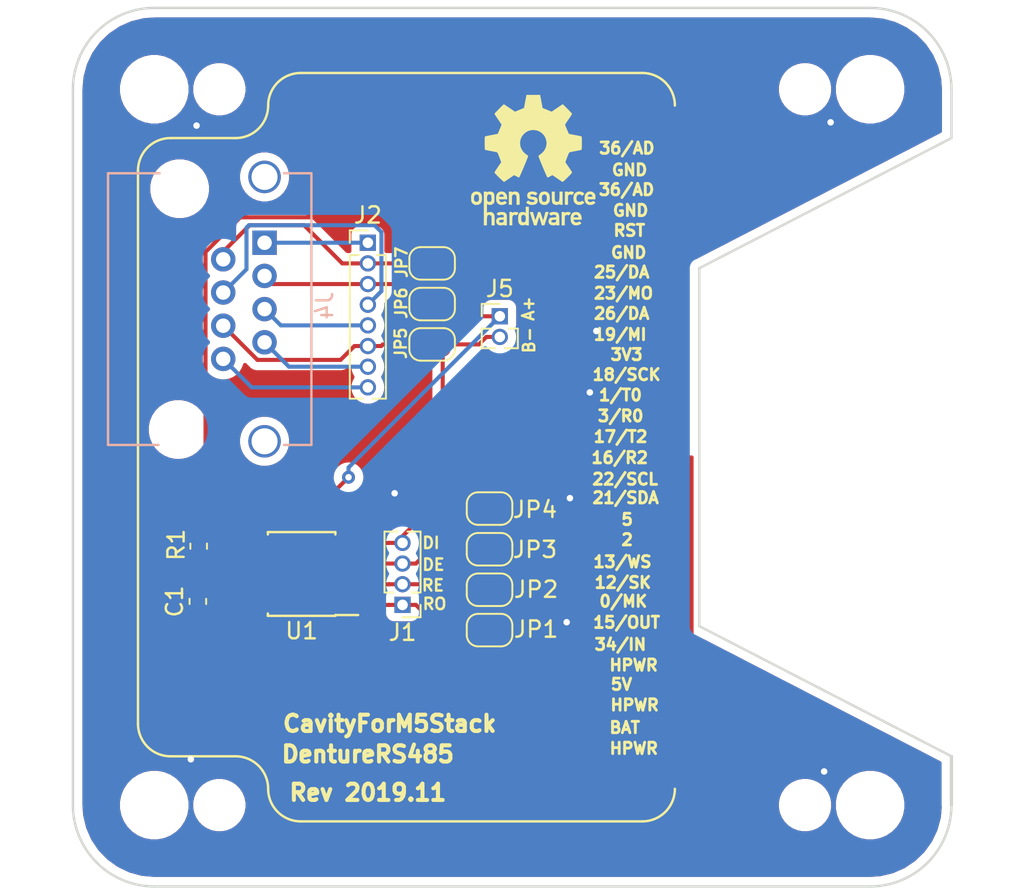
<source format=kicad_pcb>
(kicad_pcb (version 20171130) (host pcbnew 5.1.7-a382d34a8~87~ubuntu20.04.1)

  (general
    (thickness 1.6)
    (drawings 60)
    (tracks 163)
    (zones 0)
    (modules 28)
    (nets 41)
  )

  (page A4)
  (layers
    (0 F.Cu signal)
    (31 B.Cu signal)
    (32 B.Adhes user)
    (33 F.Adhes user)
    (34 B.Paste user)
    (35 F.Paste user)
    (36 B.SilkS user)
    (37 F.SilkS user)
    (38 B.Mask user)
    (39 F.Mask user)
    (40 Dwgs.User user)
    (41 Cmts.User user)
    (42 Eco1.User user)
    (43 Eco2.User user)
    (44 Edge.Cuts user)
    (45 Margin user)
    (46 B.CrtYd user)
    (47 F.CrtYd user)
    (48 B.Fab user)
    (49 F.Fab user)
  )

  (setup
    (last_trace_width 0.25)
    (trace_clearance 0.2)
    (zone_clearance 0.508)
    (zone_45_only no)
    (trace_min 0.2)
    (via_size 0.8)
    (via_drill 0.4)
    (via_min_size 0.4)
    (via_min_drill 0.3)
    (uvia_size 0.3)
    (uvia_drill 0.1)
    (uvias_allowed no)
    (uvia_min_size 0.2)
    (uvia_min_drill 0.1)
    (edge_width 0.15)
    (segment_width 0.2)
    (pcb_text_width 0.3)
    (pcb_text_size 1.5 1.5)
    (mod_edge_width 0.15)
    (mod_text_size 1 1)
    (mod_text_width 0.15)
    (pad_size 3.15 1)
    (pad_drill 0)
    (pad_to_mask_clearance 0.2)
    (solder_mask_min_width 0.25)
    (aux_axis_origin 98.2472 62.5348)
    (grid_origin 98.3488 62.4332)
    (visible_elements FFFFFF7F)
    (pcbplotparams
      (layerselection 0x010fc_ffffffff)
      (usegerberextensions true)
      (usegerberattributes false)
      (usegerberadvancedattributes false)
      (creategerberjobfile false)
      (excludeedgelayer true)
      (linewidth 0.100000)
      (plotframeref false)
      (viasonmask false)
      (mode 1)
      (useauxorigin false)
      (hpglpennumber 1)
      (hpglpenspeed 20)
      (hpglpendiameter 15.000000)
      (psnegative false)
      (psa4output false)
      (plotreference true)
      (plotvalue true)
      (plotinvisibletext false)
      (padsonsilk false)
      (subtractmaskfromsilk false)
      (outputformat 1)
      (mirror false)
      (drillshape 0)
      (scaleselection 1)
      (outputdirectory "gerbers"))
  )

  (net 0 "")
  (net 1 GND)
  (net 2 +BATT)
  (net 3 +5V)
  (net 4 +3V3)
  (net 5 "Net-(J1-Pad1)")
  (net 6 "Net-(J1-Pad2)")
  (net 7 "Net-(J1-Pad3)")
  (net 8 "Net-(J2-Pad1)")
  (net 9 "Net-(J2-Pad2)")
  (net 10 "Net-(J2-Pad3)")
  (net 11 "Net-(J2-Pad4)")
  (net 12 "Net-(J2-Pad5)")
  (net 13 "Net-(J2-Pad6)")
  (net 14 "Net-(J2-Pad7)")
  (net 15 "Net-(J2-Pad8)")
  (net 16 /35)
  (net 17 /36)
  (net 18 /RST)
  (net 19 /25)
  (net 20 /23)
  (net 21 /26)
  (net 22 /19)
  (net 23 /18)
  (net 24 /1)
  (net 25 /3)
  (net 26 /17)
  (net 27 /16)
  (net 28 /22)
  (net 29 /21)
  (net 30 /5)
  (net 31 /2)
  (net 32 /13)
  (net 33 /12)
  (net 34 /0)
  (net 35 /15)
  (net 36 /34)
  (net 37 /HPWR)
  (net 38 /A+)
  (net 39 /B-)
  (net 40 "Net-(J1-Pad4)")

  (net_class Default "これは標準のネット クラスです。"
    (clearance 0.2)
    (trace_width 0.25)
    (via_dia 0.8)
    (via_drill 0.4)
    (uvia_dia 0.3)
    (uvia_drill 0.1)
    (add_net +3V3)
    (add_net +5V)
    (add_net +BATT)
    (add_net /0)
    (add_net /1)
    (add_net /12)
    (add_net /13)
    (add_net /15)
    (add_net /16)
    (add_net /17)
    (add_net /18)
    (add_net /19)
    (add_net /2)
    (add_net /21)
    (add_net /22)
    (add_net /23)
    (add_net /25)
    (add_net /26)
    (add_net /3)
    (add_net /34)
    (add_net /35)
    (add_net /36)
    (add_net /5)
    (add_net /A+)
    (add_net /B-)
    (add_net /HPWR)
    (add_net /RST)
    (add_net GND)
    (add_net "Net-(J1-Pad1)")
    (add_net "Net-(J1-Pad2)")
    (add_net "Net-(J1-Pad3)")
    (add_net "Net-(J1-Pad4)")
    (add_net "Net-(J2-Pad1)")
    (add_net "Net-(J2-Pad2)")
    (add_net "Net-(J2-Pad3)")
    (add_net "Net-(J2-Pad4)")
    (add_net "Net-(J2-Pad5)")
    (add_net "Net-(J2-Pad6)")
    (add_net "Net-(J2-Pad7)")
    (add_net "Net-(J2-Pad8)")
  )

  (module my-kicad-footprints:LAN_RJ45_Neltron_Industrial_7810-8P8C (layer B.Cu) (tedit 5D60EB3A) (tstamp 5DCF8172)
    (at 109.779 62.4332 90)
    (descr http://akizukidenshi.com/download/ds/neltron/7810-XPXC_20180312.pdf)
    (tags "RJ45 8p8c ethernet cat5")
    (path /5D12D0B9)
    (fp_text reference J4 (at -3.8735 3.6957 90) (layer B.SilkS)
      (effects (font (size 1 1) (thickness 0.15)) (justify mirror))
    )
    (fp_text value Conn_01x08 (at -3.7465 -10.7315 90) (layer B.Fab)
      (effects (font (size 1 1) (thickness 0.15)) (justify mirror))
    )
    (fp_text user %R (at -4.0513 1.8796 90) (layer B.Fab)
      (effects (font (size 1 1) (thickness 0.15)) (justify mirror))
    )
    (fp_line (start 4.27 -9.6197) (end 4.27 -6.4516) (layer B.SilkS) (width 0.15))
    (fp_line (start -12.43 -9.6197) (end 4.27 -9.6197) (layer B.SilkS) (width 0.15))
    (fp_line (start -12.43 -6.5151) (end -12.43 -9.6197) (layer B.SilkS) (width 0.15))
    (fp_line (start 4.27 2.8803) (end 4.27 1.2) (layer B.SilkS) (width 0.15))
    (fp_line (start -12.43 2.8803) (end 4.27 2.8803) (layer B.SilkS) (width 0.15))
    (fp_line (start -12.43 1.2) (end -12.43 2.8803) (layer B.SilkS) (width 0.15))
    (pad "" thru_hole circle (at -12.205 0 90) (size 2 2) (drill 1.6) (layers *.Cu *.Mask))
    (pad "" thru_hole circle (at 4.045 0 90) (size 2 2) (drill 1.6) (layers *.Cu *.Mask))
    (pad "" np_thru_hole circle (at 3.32 -5.2197 90) (size 2.6 2.6) (drill 2.6) (layers *.Cu *.Mask))
    (pad "" np_thru_hole circle (at -11.48 -5.3086 90) (size 2.6 2.6) (drill 2.6) (layers *.Cu *.Mask))
    (pad 8 thru_hole circle (at -7.14 -2.54 90) (size 1.5 1.5) (drill 0.89) (layers *.Cu *.Mask)
      (net 15 "Net-(J2-Pad8)"))
    (pad 6 thru_hole circle (at -5.1 -2.54 90) (size 1.5 1.5) (drill 0.89) (layers *.Cu *.Mask)
      (net 13 "Net-(J2-Pad6)"))
    (pad 4 thru_hole circle (at -3.06 -2.54 90) (size 1.5 1.5) (drill 0.89) (layers *.Cu *.Mask)
      (net 11 "Net-(J2-Pad4)"))
    (pad 2 thru_hole circle (at -1.02 -2.54 90) (size 1.5 1.5) (drill 0.89) (layers *.Cu *.Mask)
      (net 9 "Net-(J2-Pad2)"))
    (pad 7 thru_hole circle (at -6.12 0 90) (size 1.5 1.5) (drill 0.89) (layers *.Cu *.Mask)
      (net 14 "Net-(J2-Pad7)"))
    (pad 5 thru_hole circle (at -4.08 0 90) (size 1.5 1.5) (drill 0.89) (layers *.Cu *.Mask)
      (net 12 "Net-(J2-Pad5)"))
    (pad 3 thru_hole circle (at -2.04 0 90) (size 1.5 1.5) (drill 0.89) (layers *.Cu *.Mask)
      (net 10 "Net-(J2-Pad3)"))
    (pad 1 thru_hole rect (at 0 0 90) (size 1.5 1.5) (drill 0.89) (layers *.Cu *.Mask)
      (net 8 "Net-(J2-Pad1)"))
  )

  (module footprints:outer_corner (layer F.Cu) (tedit 5D40D49F) (tstamp 5D0F3291)
    (at 100 50 90)
    (fp_text reference corner3 (at -3.9243 -2.4765 90) (layer F.SilkS) hide
      (effects (font (size 1 1) (thickness 0.15)))
    )
    (fp_text value outer_corner (at -3.429 -1.4224 90) (layer F.Fab)
      (effects (font (size 1 1) (thickness 0.15)))
    )
    (fp_arc (start -3 3) (end 2 3) (angle -90) (layer Edge.Cuts) (width 0.15))
  )

  (module footprints:outer_corner (layer F.Cu) (tedit 5D40D49F) (tstamp 5D0F31A6)
    (at 150 100 270)
    (fp_text reference corner2 (at -3.9243 -2.4765 90) (layer F.SilkS) hide
      (effects (font (size 1 1) (thickness 0.15)))
    )
    (fp_text value outer_corner (at -3.429 -1.4224 90) (layer F.Fab)
      (effects (font (size 1 1) (thickness 0.15)))
    )
    (fp_arc (start -3 3) (end 2 3) (angle -90) (layer Edge.Cuts) (width 0.15))
  )

  (module footprints:outer_corner (layer F.Cu) (tedit 5D40D49F) (tstamp 5D0F3304)
    (at 100 100 180)
    (fp_text reference corner4 (at -3.9243 -2.4765) (layer F.SilkS) hide
      (effects (font (size 1 1) (thickness 0.15)))
    )
    (fp_text value outer_corner (at -3.429 -1.4224) (layer F.Fab)
      (effects (font (size 1 1) (thickness 0.15)))
    )
    (fp_arc (start -3 3) (end 2 3) (angle -90) (layer Edge.Cuts) (width 0.15))
  )

  (module footprints:outer_corner (layer F.Cu) (tedit 5D40D49F) (tstamp 5D0F2FD0)
    (at 150 50)
    (fp_text reference corner1 (at -0.4191 -2.6035) (layer F.SilkS) hide
      (effects (font (size 1 1) (thickness 0.15)))
    )
    (fp_text value outer_corner (at -0.0765 -1.6384) (layer F.Fab)
      (effects (font (size 1 1) (thickness 0.15)))
    )
    (fp_arc (start -3 3) (end 2 3) (angle -90) (layer Edge.Cuts) (width 0.15))
  )

  (module Jumper:SolderJumper-2_P1.3mm_Bridged_RoundedPad1.0x1.5mm (layer F.Cu) (tedit 5B391ABA) (tstamp 5D1122D9)
    (at 123.609 78.7732)
    (descr "SMD Solder Jumper, 1x1.5mm, rounded Pads, 0.3mm gap, bridged with 1 copper strip")
    (tags "solder jumper open")
    (path /5D13C5B2)
    (attr virtual)
    (fp_text reference JP4 (at 2.79 0.06) (layer F.SilkS)
      (effects (font (size 1 1) (thickness 0.15)))
    )
    (fp_text value Jumper (at 0 1.9) (layer F.Fab)
      (effects (font (size 1 1) (thickness 0.15)))
    )
    (fp_line (start 1.65 1.25) (end -1.65 1.25) (layer F.CrtYd) (width 0.05))
    (fp_line (start 1.65 1.25) (end 1.65 -1.25) (layer F.CrtYd) (width 0.05))
    (fp_line (start -1.65 -1.25) (end -1.65 1.25) (layer F.CrtYd) (width 0.05))
    (fp_line (start -1.65 -1.25) (end 1.65 -1.25) (layer F.CrtYd) (width 0.05))
    (fp_line (start -0.7 -1) (end 0.7 -1) (layer F.SilkS) (width 0.12))
    (fp_line (start 1.4 -0.3) (end 1.4 0.3) (layer F.SilkS) (width 0.12))
    (fp_line (start 0.7 1) (end -0.7 1) (layer F.SilkS) (width 0.12))
    (fp_line (start -1.4 0.3) (end -1.4 -0.3) (layer F.SilkS) (width 0.12))
    (fp_arc (start 0.7 -0.3) (end 1.4 -0.3) (angle -90) (layer F.SilkS) (width 0.12))
    (fp_arc (start 0.7 0.3) (end 0.7 1) (angle -90) (layer F.SilkS) (width 0.12))
    (fp_arc (start -0.7 0.3) (end -1.4 0.3) (angle -90) (layer F.SilkS) (width 0.12))
    (fp_arc (start -0.7 -0.3) (end -0.7 -1) (angle -90) (layer F.SilkS) (width 0.12))
    (pad 1 smd custom (at -0.65 0) (size 1 0.5) (layers F.Cu F.Mask)
      (net 40 "Net-(J1-Pad4)") (zone_connect 0)
      (options (clearance outline) (anchor rect))
      (primitives
        (gr_circle (center 0 0.25) (end 0.5 0.25) (width 0))
        (gr_circle (center 0 -0.25) (end 0.5 -0.25) (width 0))
        (gr_poly (pts
           (xy 0 -0.75) (xy 0.5 -0.75) (xy 0.5 0.75) (xy 0 0.75)) (width 0))
        (gr_poly (pts
           (xy 0.9 -0.3) (xy 0.4 -0.3) (xy 0.4 0.3) (xy 0.9 0.3)) (width 0))
      ))
    (pad 2 smd custom (at 0.65 0) (size 1 0.5) (layers F.Cu F.Mask)
      (net 26 /17) (zone_connect 0)
      (options (clearance outline) (anchor rect))
      (primitives
        (gr_circle (center 0 0.25) (end 0.5 0.25) (width 0))
        (gr_circle (center 0 -0.25) (end 0.5 -0.25) (width 0))
        (gr_poly (pts
           (xy 0 -0.75) (xy -0.5 -0.75) (xy -0.5 0.75) (xy 0 0.75)) (width 0))
      ))
  )

  (module Connector_PinHeader_1.27mm:PinHeader_1x04_P1.27mm_Vertical (layer F.Cu) (tedit 59FED6E3) (tstamp 5D112294)
    (at 118.259 84.6932 180)
    (descr "Through hole straight pin header, 1x04, 1.27mm pitch, single row")
    (tags "Through hole pin header THT 1x04 1.27mm single row")
    (path /5D140B51)
    (fp_text reference J1 (at 0 -1.695) (layer F.SilkS)
      (effects (font (size 1 1) (thickness 0.15)))
    )
    (fp_text value Conn_01x04 (at 0 5.505) (layer F.Fab)
      (effects (font (size 1 1) (thickness 0.15)))
    )
    (fp_line (start 1.55 -1.15) (end -1.55 -1.15) (layer F.CrtYd) (width 0.05))
    (fp_line (start 1.55 4.95) (end 1.55 -1.15) (layer F.CrtYd) (width 0.05))
    (fp_line (start -1.55 4.95) (end 1.55 4.95) (layer F.CrtYd) (width 0.05))
    (fp_line (start -1.55 -1.15) (end -1.55 4.95) (layer F.CrtYd) (width 0.05))
    (fp_line (start -1.11 -0.76) (end 0 -0.76) (layer F.SilkS) (width 0.12))
    (fp_line (start -1.11 0) (end -1.11 -0.76) (layer F.SilkS) (width 0.12))
    (fp_line (start 0.563471 0.76) (end 1.11 0.76) (layer F.SilkS) (width 0.12))
    (fp_line (start -1.11 0.76) (end -0.563471 0.76) (layer F.SilkS) (width 0.12))
    (fp_line (start 1.11 0.76) (end 1.11 4.505) (layer F.SilkS) (width 0.12))
    (fp_line (start -1.11 0.76) (end -1.11 4.505) (layer F.SilkS) (width 0.12))
    (fp_line (start 0.30753 4.505) (end 1.11 4.505) (layer F.SilkS) (width 0.12))
    (fp_line (start -1.11 4.505) (end -0.30753 4.505) (layer F.SilkS) (width 0.12))
    (fp_line (start -1.05 -0.11) (end -0.525 -0.635) (layer F.Fab) (width 0.1))
    (fp_line (start -1.05 4.445) (end -1.05 -0.11) (layer F.Fab) (width 0.1))
    (fp_line (start 1.05 4.445) (end -1.05 4.445) (layer F.Fab) (width 0.1))
    (fp_line (start 1.05 -0.635) (end 1.05 4.445) (layer F.Fab) (width 0.1))
    (fp_line (start -0.525 -0.635) (end 1.05 -0.635) (layer F.Fab) (width 0.1))
    (fp_text user %R (at 0 1.905 90) (layer F.Fab)
      (effects (font (size 1 1) (thickness 0.15)))
    )
    (pad 1 thru_hole rect (at 0 0 180) (size 1 1) (drill 0.65) (layers *.Cu *.Mask)
      (net 5 "Net-(J1-Pad1)"))
    (pad 2 thru_hole oval (at 0 1.27 180) (size 1 1) (drill 0.65) (layers *.Cu *.Mask)
      (net 6 "Net-(J1-Pad2)"))
    (pad 3 thru_hole oval (at 0 2.54 180) (size 1 1) (drill 0.65) (layers *.Cu *.Mask)
      (net 7 "Net-(J1-Pad3)"))
    (pad 4 thru_hole oval (at 0 3.81 180) (size 1 1) (drill 0.65) (layers *.Cu *.Mask)
      (net 40 "Net-(J1-Pad4)"))
    (model ${KISYS3DMOD}/Connector_PinHeader_1.27mm.3dshapes/PinHeader_1x04_P1.27mm_Vertical.wrl
      (at (xyz 0 0 0))
      (scale (xyz 1 1 1))
      (rotate (xyz 0 0 0))
    )
  )

  (module Symbol:OSHW-Logo_7.5x8mm_SilkScreen (layer F.Cu) (tedit 5CD7AE16) (tstamp 5CFC0EBB)
    (at 126.2888 57.3532)
    (descr "Open Source Hardware Logo")
    (tags "Logo OSHW")
    (attr virtual)
    (fp_text reference OSHWREF2 (at 0 0 180) (layer F.SilkS) hide
      (effects (font (size 1 1) (thickness 0.15)))
    )
    (fp_text value OSHW-Logo_7.5x8mm_SilkScreen (at 0.75 0 180) (layer F.Fab) hide
      (effects (font (size 1 1) (thickness 0.15)))
    )
    (fp_poly (pts (xy 0.500964 -3.601424) (xy 0.576513 -3.200678) (xy 1.134041 -2.970846) (xy 1.468465 -3.198252)
      (xy 1.562122 -3.261569) (xy 1.646782 -3.318104) (xy 1.718495 -3.365273) (xy 1.773311 -3.400498)
      (xy 1.80728 -3.421195) (xy 1.81653 -3.425658) (xy 1.833195 -3.41418) (xy 1.868806 -3.382449)
      (xy 1.919371 -3.334517) (xy 1.9809 -3.274438) (xy 2.049399 -3.206267) (xy 2.120879 -3.134055)
      (xy 2.191347 -3.061858) (xy 2.256811 -2.993727) (xy 2.31328 -2.933717) (xy 2.356763 -2.885881)
      (xy 2.383268 -2.854273) (xy 2.389605 -2.843695) (xy 2.380486 -2.824194) (xy 2.35492 -2.781469)
      (xy 2.315597 -2.719702) (xy 2.265203 -2.643069) (xy 2.206427 -2.555752) (xy 2.172368 -2.505948)
      (xy 2.110289 -2.415007) (xy 2.055126 -2.332941) (xy 2.009554 -2.263837) (xy 1.97625 -2.211778)
      (xy 1.95789 -2.18085) (xy 1.955131 -2.17435) (xy 1.961385 -2.155879) (xy 1.978434 -2.112828)
      (xy 2.003703 -2.051251) (xy 2.034622 -1.977201) (xy 2.068618 -1.89673) (xy 2.103118 -1.815893)
      (xy 2.135551 -1.740742) (xy 2.163343 -1.677329) (xy 2.183923 -1.631707) (xy 2.194719 -1.609931)
      (xy 2.195356 -1.609074) (xy 2.212307 -1.604916) (xy 2.257451 -1.595639) (xy 2.32611 -1.582156)
      (xy 2.413602 -1.565379) (xy 2.51525 -1.546219) (xy 2.574556 -1.53517) (xy 2.683172 -1.51449)
      (xy 2.781277 -1.494811) (xy 2.863909 -1.477211) (xy 2.926104 -1.462767) (xy 2.962899 -1.452554)
      (xy 2.970296 -1.449314) (xy 2.97754 -1.427383) (xy 2.983385 -1.377853) (xy 2.987835 -1.306515)
      (xy 2.990893 -1.219161) (xy 2.992565 -1.121583) (xy 2.992853 -1.019574) (xy 2.991761 -0.918925)
      (xy 2.989294 -0.825428) (xy 2.985456 -0.744875) (xy 2.98025 -0.683058) (xy 2.973681 -0.64577)
      (xy 2.969741 -0.638007) (xy 2.946188 -0.628702) (xy 2.896282 -0.6154) (xy 2.826623 -0.599663)
      (xy 2.743813 -0.583054) (xy 2.714905 -0.577681) (xy 2.575531 -0.552152) (xy 2.465436 -0.531592)
      (xy 2.380982 -0.515185) (xy 2.31853 -0.502113) (xy 2.274444 -0.491559) (xy 2.245085 -0.482706)
      (xy 2.226815 -0.474737) (xy 2.215998 -0.466835) (xy 2.214485 -0.465273) (xy 2.199377 -0.440114)
      (xy 2.176329 -0.39115) (xy 2.147644 -0.324379) (xy 2.115622 -0.245795) (xy 2.082565 -0.161393)
      (xy 2.050773 -0.07717) (xy 2.022549 0.000879) (xy 2.000193 0.066759) (xy 1.986007 0.114473)
      (xy 1.982293 0.138027) (xy 1.982602 0.138852) (xy 1.995189 0.158104) (xy 2.023744 0.200463)
      (xy 2.065267 0.261521) (xy 2.116756 0.336868) (xy 2.175211 0.422096) (xy 2.191858 0.446315)
      (xy 2.251215 0.534123) (xy 2.303447 0.614238) (xy 2.345708 0.682062) (xy 2.375153 0.732993)
      (xy 2.388937 0.762431) (xy 2.389605 0.766048) (xy 2.378024 0.785057) (xy 2.346024 0.822714)
      (xy 2.297718 0.874973) (xy 2.23722 0.937786) (xy 2.168644 1.007106) (xy 2.096104 1.078885)
      (xy 2.023712 1.149077) (xy 1.955584 1.213635) (xy 1.895832 1.26851) (xy 1.848571 1.309656)
      (xy 1.817913 1.333026) (xy 1.809432 1.336842) (xy 1.789691 1.327855) (xy 1.749274 1.303616)
      (xy 1.694763 1.268209) (xy 1.652823 1.239711) (xy 1.576829 1.187418) (xy 1.486834 1.125845)
      (xy 1.396564 1.06437) (xy 1.348032 1.031469) (xy 1.183762 0.920359) (xy 1.045869 0.994916)
      (xy 0.983049 1.027578) (xy 0.929629 1.052966) (xy 0.893484 1.067446) (xy 0.884284 1.06946)
      (xy 0.873221 1.054584) (xy 0.851394 1.012547) (xy 0.820434 0.947227) (xy 0.78197 0.8625)
      (xy 0.737632 0.762245) (xy 0.689047 0.650339) (xy 0.637846 0.530659) (xy 0.585659 0.407084)
      (xy 0.534113 0.283491) (xy 0.48484 0.163757) (xy 0.439467 0.051759) (xy 0.399625 -0.048623)
      (xy 0.366942 -0.133514) (xy 0.343049 -0.199035) (xy 0.329574 -0.24131) (xy 0.327406 -0.255828)
      (xy 0.344583 -0.274347) (xy 0.38219 -0.30441) (xy 0.432366 -0.339768) (xy 0.436578 -0.342566)
      (xy 0.566264 -0.446375) (xy 0.670834 -0.567485) (xy 0.749381 -0.702024) (xy 0.800999 -0.846118)
      (xy 0.824782 -0.995895) (xy 0.819823 -1.147483) (xy 0.785217 -1.297008) (xy 0.720057 -1.4406)
      (xy 0.700886 -1.472016) (xy 0.601174 -1.598875) (xy 0.483377 -1.700745) (xy 0.351571 -1.777096)
      (xy 0.209833 -1.827398) (xy 0.062242 -1.851121) (xy -0.087127 -1.847735) (xy -0.234197 -1.816712)
      (xy -0.374889 -1.75752) (xy -0.505127 -1.669631) (xy -0.545414 -1.633958) (xy -0.647945 -1.522294)
      (xy -0.722659 -1.404743) (xy -0.77391 -1.27298) (xy -0.802454 -1.142493) (xy -0.8095 -0.995784)
      (xy -0.786004 -0.848347) (xy -0.734351 -0.705166) (xy -0.656929 -0.571223) (xy -0.556125 -0.451502)
      (xy -0.434324 -0.350986) (xy -0.418316 -0.340391) (xy -0.367602 -0.305694) (xy -0.32905 -0.27563)
      (xy -0.310619 -0.256435) (xy -0.310351 -0.255828) (xy -0.314308 -0.235064) (xy -0.329993 -0.187938)
      (xy -0.355778 -0.118327) (xy -0.390031 -0.030107) (xy -0.431123 0.072844) (xy -0.477424 0.18665)
      (xy -0.527304 0.307435) (xy -0.579133 0.431321) (xy -0.631281 0.554432) (xy -0.682118 0.672891)
      (xy -0.730013 0.782823) (xy -0.773338 0.880349) (xy -0.810462 0.961593) (xy -0.839756 1.022679)
      (xy -0.859588 1.05973) (xy -0.867574 1.06946) (xy -0.891979 1.061883) (xy -0.937642 1.04156)
      (xy -0.99669 1.012125) (xy -1.02916 0.994916) (xy -1.167053 0.920359) (xy -1.331323 1.031469)
      (xy -1.415179 1.08839) (xy -1.506987 1.15103) (xy -1.59302 1.210011) (xy -1.636113 1.239711)
      (xy -1.696723 1.28041) (xy -1.748045 1.312663) (xy -1.783385 1.332384) (xy -1.794863 1.336554)
      (xy -1.81157 1.325307) (xy -1.848546 1.293911) (xy -1.902205 1.245624) (xy -1.968962 1.183708)
      (xy -2.045234 1.111421) (xy -2.093473 1.065008) (xy -2.177867 0.982087) (xy -2.250803 0.90792)
      (xy -2.309331 0.84568) (xy -2.350503 0.798541) (xy -2.371372 0.769673) (xy -2.373374 0.763815)
      (xy -2.364083 0.741532) (xy -2.338409 0.696477) (xy -2.2992 0.633211) (xy -2.249303 0.556295)
      (xy -2.191567 0.470292) (xy -2.175149 0.446315) (xy -2.115323 0.35917) (xy -2.06165 0.28071)
      (xy -2.01713 0.215345) (xy -1.984765 0.167484) (xy -1.967555 0.141535) (xy -1.965893 0.138852)
      (xy -1.968379 0.118172) (xy -1.981577 0.072704) (xy -2.003186 0.008444) (xy -2.030904 -0.068613)
      (xy -2.06243 -0.152471) (xy -2.095463 -0.237134) (xy -2.127701 -0.316608) (xy -2.156843 -0.384896)
      (xy -2.180588 -0.436003) (xy -2.196635 -0.463933) (xy -2.197775 -0.465273) (xy -2.207588 -0.473255)
      (xy -2.224161 -0.481149) (xy -2.251132 -0.489771) (xy -2.292139 -0.499938) (xy -2.35082 -0.512469)
      (xy -2.430813 -0.528179) (xy -2.535755 -0.547887) (xy -2.669285 -0.572408) (xy -2.698196 -0.577681)
      (xy -2.783882 -0.594236) (xy -2.858582 -0.610431) (xy -2.915694 -0.624704) (xy -2.948617 -0.635492)
      (xy -2.953031 -0.638007) (xy -2.960306 -0.660304) (xy -2.966219 -0.710131) (xy -2.970766 -0.781696)
      (xy -2.973945 -0.869207) (xy -2.975749 -0.966872) (xy -2.976177 -1.068899) (xy -2.975223 -1.169497)
      (xy -2.972884 -1.262873) (xy -2.969156 -1.343235) (xy -2.964034 -1.404791) (xy -2.957516 -1.44175)
      (xy -2.953586 -1.449314) (xy -2.931708 -1.456944) (xy -2.881891 -1.469358) (xy -2.809097 -1.485478)
      (xy -2.718289 -1.504227) (xy -2.614431 -1.524529) (xy -2.557846 -1.53517) (xy -2.450486 -1.55524)
      (xy -2.354746 -1.57342) (xy -2.275306 -1.588801) (xy -2.216846 -1.600469) (xy -2.184045 -1.607512)
      (xy -2.178646 -1.609074) (xy -2.169522 -1.626678) (xy -2.150235 -1.669082) (xy -2.123355 -1.730228)
      (xy -2.091454 -1.804057) (xy -2.057102 -1.884511) (xy -2.022871 -1.965532) (xy -1.991331 -2.041063)
      (xy -1.965054 -2.105045) (xy -1.946611 -2.15142) (xy -1.938571 -2.174131) (xy -1.938422 -2.175124)
      (xy -1.947535 -2.193039) (xy -1.973086 -2.234267) (xy -2.012388 -2.294709) (xy -2.062757 -2.370269)
      (xy -2.121506 -2.456848) (xy -2.155658 -2.506579) (xy -2.21789 -2.597764) (xy -2.273164 -2.680551)
      (xy -2.318782 -2.750751) (xy -2.352048 -2.804176) (xy -2.370264 -2.836639) (xy -2.372895 -2.843917)
      (xy -2.361586 -2.860855) (xy -2.330319 -2.897022) (xy -2.28309 -2.948365) (xy -2.223892 -3.010833)
      (xy -2.156719 -3.080374) (xy -2.085566 -3.152935) (xy -2.014426 -3.224465) (xy -1.947293 -3.290913)
      (xy -1.888161 -3.348226) (xy -1.841025 -3.392353) (xy -1.809877 -3.419241) (xy -1.799457 -3.425658)
      (xy -1.782491 -3.416635) (xy -1.741911 -3.391285) (xy -1.681663 -3.35219) (xy -1.605693 -3.301929)
      (xy -1.517946 -3.243083) (xy -1.451756 -3.198252) (xy -1.117332 -2.970846) (xy -0.838567 -3.085762)
      (xy -0.559803 -3.200678) (xy -0.484254 -3.601424) (xy -0.408706 -4.002171) (xy 0.425415 -4.002171)
      (xy 0.500964 -3.601424)) (layer F.SilkS) (width 0.01))
    (fp_poly (pts (xy 2.391388 1.937645) (xy 2.448865 1.955206) (xy 2.485872 1.977395) (xy 2.497927 1.994942)
      (xy 2.494609 2.015742) (xy 2.473079 2.048419) (xy 2.454874 2.071562) (xy 2.417344 2.113402)
      (xy 2.389148 2.131005) (xy 2.365111 2.129856) (xy 2.293808 2.11171) (xy 2.241442 2.112534)
      (xy 2.198918 2.133098) (xy 2.184642 2.145134) (xy 2.138947 2.187483) (xy 2.138947 2.740526)
      (xy 1.955131 2.740526) (xy 1.955131 1.938421) (xy 2.047039 1.938421) (xy 2.102219 1.940603)
      (xy 2.130688 1.948351) (xy 2.138943 1.963468) (xy 2.138947 1.963916) (xy 2.142845 1.979749)
      (xy 2.160474 1.977684) (xy 2.184901 1.966261) (xy 2.23535 1.945005) (xy 2.276316 1.932216)
      (xy 2.329028 1.928938) (xy 2.391388 1.937645)) (layer F.SilkS) (width 0.01))
    (fp_poly (pts (xy -1.002043 1.952226) (xy -0.960454 1.97209) (xy -0.920175 2.000784) (xy -0.88949 2.033809)
      (xy -0.867139 2.075931) (xy -0.851864 2.131915) (xy -0.842408 2.206528) (xy -0.837513 2.304535)
      (xy -0.835919 2.430702) (xy -0.835894 2.443914) (xy -0.835527 2.740526) (xy -1.019343 2.740526)
      (xy -1.019343 2.467081) (xy -1.019473 2.365777) (xy -1.020379 2.292353) (xy -1.022827 2.241271)
      (xy -1.027586 2.20699) (xy -1.035426 2.183971) (xy -1.047115 2.166673) (xy -1.063398 2.149581)
      (xy -1.120366 2.112857) (xy -1.182555 2.106042) (xy -1.241801 2.129261) (xy -1.262405 2.146543)
      (xy -1.27753 2.162791) (xy -1.28839 2.180191) (xy -1.29569 2.204212) (xy -1.300137 2.240322)
      (xy -1.302436 2.293988) (xy -1.303296 2.37068) (xy -1.303422 2.464043) (xy -1.303422 2.740526)
      (xy -1.487237 2.740526) (xy -1.487237 1.938421) (xy -1.395329 1.938421) (xy -1.340149 1.940603)
      (xy -1.31168 1.948351) (xy -1.303425 1.963468) (xy -1.303422 1.963916) (xy -1.299592 1.97872)
      (xy -1.282699 1.97704) (xy -1.249112 1.960773) (xy -1.172937 1.93684) (xy -1.0858 1.934178)
      (xy -1.002043 1.952226)) (layer F.SilkS) (width 0.01))
    (fp_poly (pts (xy 3.558784 1.935554) (xy 3.601574 1.945949) (xy 3.683609 1.984013) (xy 3.753757 2.042149)
      (xy 3.802305 2.111852) (xy 3.808975 2.127502) (xy 3.818124 2.168496) (xy 3.824529 2.229138)
      (xy 3.82671 2.29043) (xy 3.82671 2.406316) (xy 3.584407 2.406316) (xy 3.484471 2.406693)
      (xy 3.414069 2.408987) (xy 3.369313 2.414938) (xy 3.346315 2.426285) (xy 3.341189 2.444771)
      (xy 3.350048 2.472136) (xy 3.365917 2.504155) (xy 3.410184 2.557592) (xy 3.471699 2.584215)
      (xy 3.546885 2.583347) (xy 3.632053 2.554371) (xy 3.705659 2.518611) (xy 3.766734 2.566904)
      (xy 3.82781 2.615197) (xy 3.770351 2.668285) (xy 3.693641 2.718445) (xy 3.599302 2.748688)
      (xy 3.497827 2.757151) (xy 3.399711 2.741974) (xy 3.383881 2.736824) (xy 3.297647 2.691791)
      (xy 3.233501 2.624652) (xy 3.190091 2.533405) (xy 3.166064 2.416044) (xy 3.165784 2.413529)
      (xy 3.163633 2.285627) (xy 3.172329 2.239997) (xy 3.342105 2.239997) (xy 3.357697 2.247013)
      (xy 3.400029 2.252388) (xy 3.462434 2.255457) (xy 3.501981 2.255921) (xy 3.575728 2.25563)
      (xy 3.62184 2.253783) (xy 3.6461 2.248912) (xy 3.654294 2.239555) (xy 3.652206 2.224245)
      (xy 3.650455 2.218322) (xy 3.62056 2.162668) (xy 3.573542 2.117815) (xy 3.532049 2.098105)
      (xy 3.476926 2.099295) (xy 3.421068 2.123875) (xy 3.374212 2.16457) (xy 3.346094 2.214108)
      (xy 3.342105 2.239997) (xy 3.172329 2.239997) (xy 3.185074 2.173133) (xy 3.227611 2.078727)
      (xy 3.288747 2.005088) (xy 3.365985 1.954893) (xy 3.45683 1.930822) (xy 3.558784 1.935554)) (layer F.SilkS) (width 0.01))
    (fp_poly (pts (xy 2.946576 1.945419) (xy 3.043395 1.986549) (xy 3.07389 2.006571) (xy 3.112865 2.03734)
      (xy 3.137331 2.061533) (xy 3.141578 2.069413) (xy 3.129584 2.086899) (xy 3.098887 2.11657)
      (xy 3.074312 2.137279) (xy 3.007046 2.191336) (xy 2.95393 2.146642) (xy 2.912884 2.117789)
      (xy 2.872863 2.107829) (xy 2.827059 2.110261) (xy 2.754324 2.128345) (xy 2.704256 2.165881)
      (xy 2.673829 2.226562) (xy 2.660017 2.314081) (xy 2.660013 2.314136) (xy 2.661208 2.411958)
      (xy 2.679772 2.48373) (xy 2.716804 2.532595) (xy 2.74205 2.549143) (xy 2.809097 2.569749)
      (xy 2.880709 2.569762) (xy 2.943015 2.549768) (xy 2.957763 2.54) (xy 2.99475 2.515047)
      (xy 3.023668 2.510958) (xy 3.054856 2.52953) (xy 3.089336 2.562887) (xy 3.143912 2.619196)
      (xy 3.083318 2.669142) (xy 2.989698 2.725513) (xy 2.884125 2.753293) (xy 2.773798 2.751282)
      (xy 2.701343 2.732862) (xy 2.616656 2.68731) (xy 2.548927 2.61565) (xy 2.518157 2.565066)
      (xy 2.493236 2.492488) (xy 2.480766 2.400569) (xy 2.48067 2.300948) (xy 2.49287 2.205267)
      (xy 2.51729 2.125169) (xy 2.521136 2.116956) (xy 2.578093 2.036413) (xy 2.655209 1.977771)
      (xy 2.74639 1.942247) (xy 2.845543 1.931057) (xy 2.946576 1.945419)) (layer F.SilkS) (width 0.01))
    (fp_poly (pts (xy 1.320131 2.198533) (xy 1.32171 2.321089) (xy 1.327481 2.414179) (xy 1.338991 2.481651)
      (xy 1.35779 2.527355) (xy 1.385426 2.555139) (xy 1.423448 2.568854) (xy 1.470526 2.572358)
      (xy 1.519832 2.568432) (xy 1.557283 2.554089) (xy 1.584428 2.525478) (xy 1.602815 2.478751)
      (xy 1.613993 2.410058) (xy 1.619511 2.31555) (xy 1.620921 2.198533) (xy 1.620921 1.938421)
      (xy 1.804736 1.938421) (xy 1.804736 2.740526) (xy 1.712828 2.740526) (xy 1.657422 2.738281)
      (xy 1.628891 2.730396) (xy 1.620921 2.715428) (xy 1.61612 2.702097) (xy 1.597014 2.704917)
      (xy 1.558504 2.723783) (xy 1.470239 2.752887) (xy 1.376623 2.750825) (xy 1.286921 2.719221)
      (xy 1.244204 2.694257) (xy 1.211621 2.667226) (xy 1.187817 2.633405) (xy 1.171439 2.588068)
      (xy 1.161131 2.526489) (xy 1.155541 2.443943) (xy 1.153312 2.335705) (xy 1.153026 2.252004)
      (xy 1.153026 1.938421) (xy 1.320131 1.938421) (xy 1.320131 2.198533)) (layer F.SilkS) (width 0.01))
    (fp_poly (pts (xy 0.811669 1.94831) (xy 0.896192 1.99434) (xy 0.962321 2.067006) (xy 0.993478 2.126106)
      (xy 1.006855 2.178305) (xy 1.015522 2.252719) (xy 1.019237 2.338442) (xy 1.017754 2.424569)
      (xy 1.010831 2.500193) (xy 1.002745 2.540584) (xy 0.975465 2.59584) (xy 0.92822 2.65453)
      (xy 0.871282 2.705852) (xy 0.814924 2.739005) (xy 0.81355 2.739531) (xy 0.743616 2.754018)
      (xy 0.660737 2.754377) (xy 0.581977 2.741188) (xy 0.551566 2.730617) (xy 0.473239 2.686201)
      (xy 0.417143 2.628007) (xy 0.380286 2.550965) (xy 0.35968 2.450001) (xy 0.355018 2.397116)
      (xy 0.355613 2.330663) (xy 0.534736 2.330663) (xy 0.54077 2.42763) (xy 0.558138 2.501523)
      (xy 0.58574 2.548736) (xy 0.605404 2.562237) (xy 0.655787 2.571651) (xy 0.715673 2.568864)
      (xy 0.767449 2.555316) (xy 0.781027 2.547862) (xy 0.816849 2.504451) (xy 0.840493 2.438014)
      (xy 0.850558 2.357161) (xy 0.845642 2.270502) (xy 0.834655 2.218349) (xy 0.803109 2.157951)
      (xy 0.753311 2.120197) (xy 0.693337 2.107143) (xy 0.631264 2.120849) (xy 0.583582 2.154372)
      (xy 0.558525 2.182031) (xy 0.5439 2.209294) (xy 0.536929 2.24619) (xy 0.534833 2.30275)
      (xy 0.534736 2.330663) (xy 0.355613 2.330663) (xy 0.356282 2.255994) (xy 0.379265 2.140271)
      (xy 0.423972 2.049941) (xy 0.490405 1.985) (xy 0.578565 1.945445) (xy 0.597495 1.940858)
      (xy 0.711266 1.93009) (xy 0.811669 1.94831)) (layer F.SilkS) (width 0.01))
    (fp_poly (pts (xy 0.018628 1.935547) (xy 0.081908 1.947548) (xy 0.147557 1.972648) (xy 0.154572 1.975848)
      (xy 0.204356 2.002026) (xy 0.238834 2.026353) (xy 0.249978 2.041937) (xy 0.239366 2.067353)
      (xy 0.213588 2.104853) (xy 0.202146 2.118852) (xy 0.154992 2.173954) (xy 0.094201 2.138086)
      (xy 0.036347 2.114192) (xy -0.0305 2.10142) (xy -0.094606 2.100613) (xy -0.144236 2.112615)
      (xy -0.156146 2.120105) (xy -0.178828 2.15445) (xy -0.181584 2.194013) (xy -0.164612 2.22492)
      (xy -0.154573 2.230913) (xy -0.12449 2.238357) (xy -0.071611 2.247106) (xy -0.006425 2.255467)
      (xy 0.0056 2.256778) (xy 0.110297 2.274888) (xy 0.186232 2.305651) (xy 0.236592 2.351907)
      (xy 0.264564 2.416497) (xy 0.273278 2.495387) (xy 0.26124 2.585065) (xy 0.222151 2.655486)
      (xy 0.155855 2.706777) (xy 0.062194 2.739067) (xy -0.041777 2.751807) (xy -0.126562 2.751654)
      (xy -0.195335 2.740083) (xy -0.242303 2.724109) (xy -0.30165 2.696275) (xy -0.356494 2.663973)
      (xy -0.375987 2.649755) (xy -0.426119 2.608835) (xy -0.305197 2.486477) (xy -0.236457 2.531967)
      (xy -0.167512 2.566133) (xy -0.093889 2.584004) (xy -0.023117 2.585889) (xy 0.037274 2.572101)
      (xy 0.079757 2.542949) (xy 0.093474 2.518352) (xy 0.091417 2.478904) (xy 0.05733 2.448737)
      (xy -0.008692 2.427906) (xy -0.081026 2.418279) (xy -0.192348 2.39991) (xy -0.275048 2.365254)
      (xy -0.330235 2.313297) (xy -0.359012 2.243023) (xy -0.362999 2.159707) (xy -0.343307 2.072681)
      (xy -0.298411 2.006902) (xy -0.227909 1.962068) (xy -0.131399 1.937879) (xy -0.0599 1.933137)
      (xy 0.018628 1.935547)) (layer F.SilkS) (width 0.01))
    (fp_poly (pts (xy -1.802982 1.957027) (xy -1.78633 1.964866) (xy -1.728695 2.007086) (xy -1.674195 2.0687)
      (xy -1.633501 2.136543) (xy -1.621926 2.167734) (xy -1.611366 2.223449) (xy -1.605069 2.290781)
      (xy -1.604304 2.318585) (xy -1.604211 2.406316) (xy -2.10915 2.406316) (xy -2.098387 2.45227)
      (xy -2.071967 2.50662) (xy -2.025778 2.553591) (xy -1.970828 2.583848) (xy -1.935811 2.590131)
      (xy -1.888323 2.582506) (xy -1.831665 2.563383) (xy -1.812418 2.554584) (xy -1.741241 2.519036)
      (xy -1.680498 2.565367) (xy -1.645448 2.596703) (xy -1.626798 2.622567) (xy -1.625853 2.630158)
      (xy -1.642515 2.648556) (xy -1.67903 2.676515) (xy -1.712172 2.698327) (xy -1.801607 2.737537)
      (xy -1.901871 2.755285) (xy -2.001246 2.75067) (xy -2.080461 2.726551) (xy -2.16212 2.674884)
      (xy -2.220151 2.606856) (xy -2.256454 2.518843) (xy -2.272928 2.407216) (xy -2.274389 2.356138)
      (xy -2.268543 2.239091) (xy -2.267825 2.235686) (xy -2.100511 2.235686) (xy -2.095903 2.246662)
      (xy -2.076964 2.252715) (xy -2.037902 2.25531) (xy -1.972923 2.25591) (xy -1.947903 2.255921)
      (xy -1.871779 2.255014) (xy -1.823504 2.25172) (xy -1.79754 2.245181) (xy -1.788352 2.234537)
      (xy -1.788027 2.231119) (xy -1.798513 2.203956) (xy -1.824758 2.165903) (xy -1.836041 2.152579)
      (xy -1.877928 2.114896) (xy -1.921591 2.10008) (xy -1.945115 2.098842) (xy -2.008757 2.114329)
      (xy -2.062127 2.15593) (xy -2.095981 2.216353) (xy -2.096581 2.218322) (xy -2.100511 2.235686)
      (xy -2.267825 2.235686) (xy -2.249101 2.146928) (xy -2.214078 2.07319) (xy -2.171244 2.020848)
      (xy -2.092052 1.964092) (xy -1.99896 1.933762) (xy -1.899945 1.931021) (xy -1.802982 1.957027)) (layer F.SilkS) (width 0.01))
    (fp_poly (pts (xy -3.373216 1.947104) (xy -3.285795 1.985754) (xy -3.21943 2.05029) (xy -3.174024 2.140812)
      (xy -3.149482 2.257418) (xy -3.147723 2.275624) (xy -3.146344 2.403984) (xy -3.164216 2.516496)
      (xy -3.20025 2.607688) (xy -3.219545 2.637022) (xy -3.286755 2.699106) (xy -3.37235 2.739316)
      (xy -3.46811 2.756003) (xy -3.565813 2.747517) (xy -3.640083 2.72138) (xy -3.703953 2.677335)
      (xy -3.756154 2.619587) (xy -3.757057 2.618236) (xy -3.778256 2.582593) (xy -3.792033 2.546752)
      (xy -3.800376 2.501519) (xy -3.805273 2.437701) (xy -3.807431 2.385368) (xy -3.808329 2.33791)
      (xy -3.641257 2.33791) (xy -3.639624 2.385154) (xy -3.633696 2.448046) (xy -3.623239 2.488407)
      (xy -3.604381 2.517122) (xy -3.586719 2.533896) (xy -3.524106 2.569016) (xy -3.458592 2.57371)
      (xy -3.397579 2.54844) (xy -3.367072 2.520124) (xy -3.345089 2.491589) (xy -3.332231 2.464284)
      (xy -3.326588 2.42875) (xy -3.326249 2.375524) (xy -3.327988 2.326506) (xy -3.331729 2.256482)
      (xy -3.337659 2.211064) (xy -3.348347 2.18144) (xy -3.366361 2.158797) (xy -3.380637 2.145855)
      (xy -3.440349 2.11186) (xy -3.504766 2.110165) (xy -3.558781 2.130301) (xy -3.60486 2.172352)
      (xy -3.632311 2.241428) (xy -3.641257 2.33791) (xy -3.808329 2.33791) (xy -3.809401 2.281299)
      (xy -3.806036 2.203468) (xy -3.795955 2.14493) (xy -3.777774 2.098737) (xy -3.75011 2.057942)
      (xy -3.739854 2.045828) (xy -3.675722 1.985474) (xy -3.606934 1.95022) (xy -3.522811 1.93545)
      (xy -3.481791 1.934243) (xy -3.373216 1.947104)) (layer F.SilkS) (width 0.01))
    (fp_poly (pts (xy 2.701193 3.196078) (xy 2.781068 3.216845) (xy 2.847962 3.259705) (xy 2.880351 3.291723)
      (xy 2.933445 3.367413) (xy 2.963873 3.455216) (xy 2.974327 3.56315) (xy 2.97438 3.571875)
      (xy 2.974473 3.659605) (xy 2.469534 3.659605) (xy 2.480298 3.705559) (xy 2.499732 3.747178)
      (xy 2.533745 3.790544) (xy 2.54086 3.797467) (xy 2.602003 3.834935) (xy 2.671729 3.841289)
      (xy 2.751987 3.816638) (xy 2.765592 3.81) (xy 2.807319 3.789819) (xy 2.835268 3.778321)
      (xy 2.840145 3.777258) (xy 2.857168 3.787583) (xy 2.889633 3.812845) (xy 2.906114 3.82665)
      (xy 2.940264 3.858361) (xy 2.951478 3.879299) (xy 2.943695 3.89856) (xy 2.939535 3.903827)
      (xy 2.911357 3.926878) (xy 2.864862 3.954892) (xy 2.832434 3.971246) (xy 2.740385 4.000059)
      (xy 2.638476 4.009395) (xy 2.541963 3.998332) (xy 2.514934 3.990412) (xy 2.431276 3.945581)
      (xy 2.369266 3.876598) (xy 2.328545 3.782794) (xy 2.308755 3.663498) (xy 2.306582 3.601118)
      (xy 2.312926 3.510298) (xy 2.473157 3.510298) (xy 2.488655 3.517012) (xy 2.530312 3.52228)
      (xy 2.590876 3.525389) (xy 2.631907 3.525921) (xy 2.705711 3.525408) (xy 2.752293 3.523006)
      (xy 2.777848 3.517422) (xy 2.788569 3.507361) (xy 2.790657 3.492763) (xy 2.776331 3.447796)
      (xy 2.740262 3.403353) (xy 2.692815 3.369242) (xy 2.645349 3.355288) (xy 2.580879 3.367666)
      (xy 2.52507 3.403452) (xy 2.486374 3.455033) (xy 2.473157 3.510298) (xy 2.312926 3.510298)
      (xy 2.315821 3.468866) (xy 2.344336 3.363498) (xy 2.392729 3.284178) (xy 2.461604 3.230071)
      (xy 2.551565 3.200343) (xy 2.6003 3.194618) (xy 2.701193 3.196078)) (layer F.SilkS) (width 0.01))
    (fp_poly (pts (xy 2.173167 3.191447) (xy 2.237408 3.204112) (xy 2.27398 3.222864) (xy 2.312453 3.254017)
      (xy 2.257717 3.323127) (xy 2.223969 3.364979) (xy 2.201053 3.385398) (xy 2.178279 3.388517)
      (xy 2.144956 3.378472) (xy 2.129314 3.372789) (xy 2.065542 3.364404) (xy 2.00714 3.382378)
      (xy 1.964264 3.422982) (xy 1.957299 3.435929) (xy 1.949713 3.470224) (xy 1.943859 3.533427)
      (xy 1.940011 3.62106) (xy 1.938443 3.72864) (xy 1.938421 3.743944) (xy 1.938421 4.010526)
      (xy 1.754605 4.010526) (xy 1.754605 3.19171) (xy 1.846513 3.19171) (xy 1.899507 3.193094)
      (xy 1.927115 3.199252) (xy 1.937324 3.213194) (xy 1.938421 3.226344) (xy 1.938421 3.260978)
      (xy 1.98245 3.226344) (xy 2.032937 3.202716) (xy 2.10076 3.191033) (xy 2.173167 3.191447)) (layer F.SilkS) (width 0.01))
    (fp_poly (pts (xy 1.379992 3.196673) (xy 1.450427 3.21378) (xy 1.470787 3.222844) (xy 1.510253 3.246583)
      (xy 1.540541 3.273321) (xy 1.562952 3.307699) (xy 1.578786 3.35436) (xy 1.589343 3.417946)
      (xy 1.595924 3.503099) (xy 1.599828 3.614462) (xy 1.60131 3.688849) (xy 1.606765 4.010526)
      (xy 1.51358 4.010526) (xy 1.457047 4.008156) (xy 1.427922 4.000055) (xy 1.420394 3.986451)
      (xy 1.41642 3.971741) (xy 1.398652 3.974554) (xy 1.37444 3.986348) (xy 1.313828 4.004427)
      (xy 1.235929 4.009299) (xy 1.153995 4.00133) (xy 1.081281 3.980889) (xy 1.074759 3.978051)
      (xy 1.008302 3.931365) (xy 0.964491 3.866464) (xy 0.944332 3.7906) (xy 0.945872 3.763344)
      (xy 1.110345 3.763344) (xy 1.124837 3.800024) (xy 1.167805 3.826309) (xy 1.237129 3.840417)
      (xy 1.274177 3.84229) (xy 1.335919 3.837494) (xy 1.37696 3.818858) (xy 1.386973 3.81)
      (xy 1.4141 3.761806) (xy 1.420394 3.718092) (xy 1.420394 3.659605) (xy 1.33893 3.659605)
      (xy 1.244234 3.664432) (xy 1.177813 3.679613) (xy 1.135846 3.7062) (xy 1.126449 3.718052)
      (xy 1.110345 3.763344) (xy 0.945872 3.763344) (xy 0.948829 3.711026) (xy 0.978985 3.634995)
      (xy 1.020131 3.583612) (xy 1.045052 3.561397) (xy 1.069448 3.546798) (xy 1.101191 3.537897)
      (xy 1.148152 3.532775) (xy 1.218204 3.529515) (xy 1.24599 3.528577) (xy 1.420394 3.522879)
      (xy 1.420138 3.470091) (xy 1.413384 3.414603) (xy 1.388964 3.381052) (xy 1.33963 3.359618)
      (xy 1.338306 3.359236) (xy 1.26836 3.350808) (xy 1.199914 3.361816) (xy 1.149047 3.388585)
      (xy 1.128637 3.401803) (xy 1.106654 3.399974) (xy 1.072826 3.380824) (xy 1.052961 3.367308)
      (xy 1.014106 3.338432) (xy 0.990038 3.316786) (xy 0.986176 3.310589) (xy 1.002079 3.278519)
      (xy 1.049065 3.240219) (xy 1.069473 3.227297) (xy 1.128143 3.205041) (xy 1.207212 3.192432)
      (xy 1.295041 3.1896) (xy 1.379992 3.196673)) (layer F.SilkS) (width 0.01))
    (fp_poly (pts (xy 0.37413 3.195104) (xy 0.44022 3.200066) (xy 0.526626 3.459079) (xy 0.613031 3.718092)
      (xy 0.640124 3.626184) (xy 0.656428 3.569384) (xy 0.677875 3.492625) (xy 0.701035 3.408251)
      (xy 0.71328 3.362993) (xy 0.759344 3.19171) (xy 0.949387 3.19171) (xy 0.892582 3.371349)
      (xy 0.864607 3.459704) (xy 0.830813 3.566281) (xy 0.79552 3.677454) (xy 0.764013 3.776579)
      (xy 0.69225 4.002171) (xy 0.537286 4.012253) (xy 0.49527 3.873528) (xy 0.469359 3.787351)
      (xy 0.441083 3.692347) (xy 0.416369 3.608441) (xy 0.415394 3.605102) (xy 0.396935 3.548248)
      (xy 0.380649 3.509456) (xy 0.369242 3.494787) (xy 0.366898 3.496483) (xy 0.358671 3.519225)
      (xy 0.343038 3.56794) (xy 0.321904 3.636502) (xy 0.29717 3.718785) (xy 0.283787 3.764046)
      (xy 0.211311 4.010526) (xy 0.057495 4.010526) (xy -0.065469 3.622006) (xy -0.100012 3.513022)
      (xy -0.131479 3.414048) (xy -0.158384 3.329736) (xy -0.179241 3.264734) (xy -0.192562 3.223692)
      (xy -0.196612 3.211701) (xy -0.193406 3.199423) (xy -0.168235 3.194046) (xy -0.115854 3.194584)
      (xy -0.107655 3.19499) (xy -0.010518 3.200066) (xy 0.0531 3.434013) (xy 0.076484 3.519333)
      (xy 0.097381 3.594335) (xy 0.113951 3.652507) (xy 0.124354 3.687337) (xy 0.126276 3.693016)
      (xy 0.134241 3.686486) (xy 0.150304 3.652654) (xy 0.172621 3.596127) (xy 0.199345 3.52151)
      (xy 0.221937 3.454107) (xy 0.308041 3.190143) (xy 0.37413 3.195104)) (layer F.SilkS) (width 0.01))
    (fp_poly (pts (xy -0.267369 4.010526) (xy -0.359277 4.010526) (xy -0.412623 4.008962) (xy -0.440407 4.002485)
      (xy -0.45041 3.988418) (xy -0.451185 3.978906) (xy -0.452872 3.959832) (xy -0.46351 3.956174)
      (xy -0.491465 3.967932) (xy -0.513205 3.978906) (xy -0.596668 4.004911) (xy -0.687396 4.006416)
      (xy -0.761158 3.987021) (xy -0.829846 3.940165) (xy -0.882206 3.871004) (xy -0.910878 3.789427)
      (xy -0.911608 3.784866) (xy -0.915868 3.735101) (xy -0.917986 3.663659) (xy -0.917816 3.609626)
      (xy -0.73528 3.609626) (xy -0.731051 3.681441) (xy -0.721432 3.740634) (xy -0.70841 3.77406)
      (xy -0.659144 3.81974) (xy -0.60065 3.836115) (xy -0.540329 3.822873) (xy -0.488783 3.783373)
      (xy -0.469262 3.756807) (xy -0.457848 3.725106) (xy -0.452502 3.678832) (xy -0.451185 3.609328)
      (xy -0.453542 3.540499) (xy -0.459767 3.480026) (xy -0.468592 3.439556) (xy -0.470063 3.435929)
      (xy -0.505653 3.392802) (xy -0.5576 3.369124) (xy -0.615722 3.365301) (xy -0.66984 3.381738)
      (xy -0.709774 3.41884) (xy -0.713917 3.426222) (xy -0.726884 3.471239) (xy -0.733948 3.535967)
      (xy -0.73528 3.609626) (xy -0.917816 3.609626) (xy -0.917729 3.58223) (xy -0.916528 3.538405)
      (xy -0.908355 3.429988) (xy -0.89137 3.348588) (xy -0.863113 3.288412) (xy -0.821128 3.243666)
      (xy -0.780368 3.2174) (xy -0.723419 3.198935) (xy -0.652589 3.192602) (xy -0.580059 3.19776)
      (xy -0.518014 3.213769) (xy -0.485232 3.23292) (xy -0.451185 3.263732) (xy -0.451185 2.87421)
      (xy -0.267369 2.87421) (xy -0.267369 4.010526)) (layer F.SilkS) (width 0.01))
    (fp_poly (pts (xy -1.320119 3.193486) (xy -1.295112 3.200982) (xy -1.28705 3.217451) (xy -1.286711 3.224886)
      (xy -1.285264 3.245594) (xy -1.275302 3.248845) (xy -1.248388 3.234648) (xy -1.232402 3.224948)
      (xy -1.181967 3.204175) (xy -1.121728 3.193904) (xy -1.058566 3.193114) (xy -0.999363 3.200786)
      (xy -0.950998 3.215898) (xy -0.920354 3.237432) (xy -0.914311 3.264366) (xy -0.917361 3.27166)
      (xy -0.939594 3.301937) (xy -0.97407 3.339175) (xy -0.980306 3.345195) (xy -1.013167 3.372875)
      (xy -1.04152 3.381818) (xy -1.081173 3.375576) (xy -1.097058 3.371429) (xy -1.146491 3.361467)
      (xy -1.181248 3.365947) (xy -1.2106 3.381746) (xy -1.237487 3.402949) (xy -1.25729 3.429614)
      (xy -1.271052 3.466827) (xy -1.279816 3.519673) (xy -1.284626 3.593237) (xy -1.286526 3.692605)
      (xy -1.286711 3.752601) (xy -1.286711 4.010526) (xy -1.453816 4.010526) (xy -1.453816 3.19171)
      (xy -1.370264 3.19171) (xy -1.320119 3.193486)) (layer F.SilkS) (width 0.01))
    (fp_poly (pts (xy -1.839543 3.198184) (xy -1.76093 3.21916) (xy -1.701084 3.25718) (xy -1.658853 3.306978)
      (xy -1.645725 3.32823) (xy -1.636032 3.350492) (xy -1.629256 3.37897) (xy -1.624877 3.418871)
      (xy -1.622376 3.475401) (xy -1.621232 3.553767) (xy -1.620928 3.659176) (xy -1.620922 3.687142)
      (xy -1.620922 4.010526) (xy -1.701132 4.010526) (xy -1.752294 4.006943) (xy -1.790123 3.997866)
      (xy -1.799601 3.992268) (xy -1.825512 3.982606) (xy -1.851976 3.992268) (xy -1.895548 4.00433)
      (xy -1.95884 4.009185) (xy -2.02899 4.007078) (xy -2.09314 3.998256) (xy -2.130593 3.986937)
      (xy -2.203067 3.940412) (xy -2.24836 3.875846) (xy -2.268722 3.79) (xy -2.268912 3.787796)
      (xy -2.267125 3.749713) (xy -2.105527 3.749713) (xy -2.091399 3.79303) (xy -2.068388 3.817408)
      (xy -2.022196 3.835845) (xy -1.961225 3.843205) (xy -1.899051 3.839583) (xy -1.849249 3.825074)
      (xy -1.835297 3.815765) (xy -1.810915 3.772753) (xy -1.804737 3.723857) (xy -1.804737 3.659605)
      (xy -1.897182 3.659605) (xy -1.985005 3.666366) (xy -2.051582 3.68552) (xy -2.092998 3.715376)
      (xy -2.105527 3.749713) (xy -2.267125 3.749713) (xy -2.26451 3.694004) (xy -2.233576 3.619847)
      (xy -2.175419 3.563767) (xy -2.16738 3.558665) (xy -2.132837 3.542055) (xy -2.090082 3.531996)
      (xy -2.030314 3.527107) (xy -1.95931 3.525983) (xy -1.804737 3.525921) (xy -1.804737 3.461125)
      (xy -1.811294 3.41085) (xy -1.828025 3.377169) (xy -1.829984 3.375376) (xy -1.867217 3.360642)
      (xy -1.92342 3.354931) (xy -1.985533 3.357737) (xy -2.04049 3.368556) (xy -2.073101 3.384782)
      (xy -2.090772 3.39778) (xy -2.109431 3.400262) (xy -2.135181 3.389613) (xy -2.174127 3.363218)
      (xy -2.23237 3.318465) (xy -2.237716 3.314273) (xy -2.234977 3.29876) (xy -2.212124 3.27296)
      (xy -2.177391 3.244289) (xy -2.13901 3.220166) (xy -2.126952 3.21447) (xy -2.082966 3.203103)
      (xy -2.018513 3.194995) (xy -1.946503 3.191743) (xy -1.943136 3.191736) (xy -1.839543 3.198184)) (layer F.SilkS) (width 0.01))
    (fp_poly (pts (xy -2.53664 1.952468) (xy -2.501408 1.969874) (xy -2.45796 2.000206) (xy -2.426294 2.033283)
      (xy -2.404606 2.074817) (xy -2.391097 2.130522) (xy -2.383962 2.206111) (xy -2.3814 2.307296)
      (xy -2.38125 2.350797) (xy -2.381688 2.446135) (xy -2.383504 2.514271) (xy -2.387455 2.561418)
      (xy -2.394298 2.59379) (xy -2.404789 2.6176) (xy -2.415704 2.633843) (xy -2.485381 2.702952)
      (xy -2.567434 2.744521) (xy -2.65595 2.757023) (xy -2.745019 2.738934) (xy -2.773237 2.726142)
      (xy -2.84079 2.690931) (xy -2.84079 3.2427) (xy -2.791488 3.217205) (xy -2.726527 3.19748)
      (xy -2.64668 3.192427) (xy -2.566948 3.201756) (xy -2.506735 3.222714) (xy -2.456792 3.262627)
      (xy -2.414119 3.319741) (xy -2.41091 3.325605) (xy -2.397378 3.353227) (xy -2.387495 3.381068)
      (xy -2.380691 3.414794) (xy -2.376399 3.460071) (xy -2.374049 3.522562) (xy -2.373072 3.607935)
      (xy -2.372895 3.70401) (xy -2.372895 4.010526) (xy -2.556711 4.010526) (xy -2.556711 3.445339)
      (xy -2.608125 3.402077) (xy -2.661534 3.367472) (xy -2.712112 3.36118) (xy -2.76297 3.377372)
      (xy -2.790075 3.393227) (xy -2.810249 3.41581) (xy -2.824597 3.44994) (xy -2.834224 3.500434)
      (xy -2.840237 3.572111) (xy -2.84374 3.669788) (xy -2.844974 3.734802) (xy -2.849145 4.002171)
      (xy -2.936875 4.007222) (xy -3.024606 4.012273) (xy -3.024606 2.353101) (xy -2.84079 2.353101)
      (xy -2.836104 2.4456) (xy -2.820312 2.509809) (xy -2.790817 2.549759) (xy -2.74502 2.56948)
      (xy -2.69875 2.573421) (xy -2.646372 2.568892) (xy -2.61161 2.551069) (xy -2.589872 2.527519)
      (xy -2.57276 2.502189) (xy -2.562573 2.473969) (xy -2.55804 2.434431) (xy -2.557891 2.375142)
      (xy -2.559416 2.325498) (xy -2.562919 2.25071) (xy -2.568133 2.201611) (xy -2.576913 2.170467)
      (xy -2.591114 2.149545) (xy -2.604516 2.137452) (xy -2.660513 2.111081) (xy -2.726789 2.106822)
      (xy -2.764844 2.115906) (xy -2.802523 2.148196) (xy -2.827481 2.211006) (xy -2.839578 2.303894)
      (xy -2.84079 2.353101) (xy -3.024606 2.353101) (xy -3.024606 1.938421) (xy -2.932698 1.938421)
      (xy -2.877517 1.940603) (xy -2.849048 1.948351) (xy -2.840794 1.963468) (xy -2.84079 1.963916)
      (xy -2.83696 1.97872) (xy -2.820067 1.977039) (xy -2.786481 1.960772) (xy -2.708222 1.935887)
      (xy -2.620173 1.933271) (xy -2.53664 1.952468)) (layer F.SilkS) (width 0.01))
  )

  (module MountingHole:MountingHole_3.2mm_M3 (layer F.Cu) (tedit 5B27A8D5) (tstamp 5B32220F)
    (at 103 53)
    (descr "Mounting Hole 3.2mm, no annular, M3")
    (tags "mounting hole 3.2mm no annular m3")
    (attr virtual)
    (fp_text reference REF1 (at 0 -4.2) (layer F.SilkS) hide
      (effects (font (size 1 1) (thickness 0.15)))
    )
    (fp_text value MountingHole_3.2mm_M3 (at 0 4.2) (layer F.Fab)
      (effects (font (size 1 1) (thickness 0.15)))
    )
    (fp_circle (center 0 0) (end 3.2 0) (layer Cmts.User) (width 0.15))
    (fp_circle (center 0 0) (end 3.45 0) (layer F.CrtYd) (width 0.05))
    (fp_text user %R (at 0.3 0) (layer F.Fab)
      (effects (font (size 1 1) (thickness 0.15)))
    )
    (pad 1 np_thru_hole circle (at 0 0) (size 3.2 3.2) (drill 3.2) (layers *.Cu *.Mask))
  )

  (module MountingHole:MountingHole_3.2mm_M3 (layer F.Cu) (tedit 5BE52A9C) (tstamp 5B322B4A)
    (at 147 53)
    (descr "Mounting Hole 3.2mm, no annular, M3")
    (tags "mounting hole 3.2mm no annular m3")
    (attr virtual)
    (fp_text reference REF4 (at 0 -4.2) (layer F.SilkS) hide
      (effects (font (size 1 1) (thickness 0.15)))
    )
    (fp_text value MountingHole_3.2mm_M3 (at 0 4.2) (layer F.Fab)
      (effects (font (size 1 1) (thickness 0.15)))
    )
    (fp_circle (center 0 0) (end 3.2 0) (layer Cmts.User) (width 0.15))
    (fp_circle (center 0 0) (end 3.45 0) (layer F.CrtYd) (width 0.05))
    (fp_text user %R (at 0.3 0) (layer F.Fab)
      (effects (font (size 1 1) (thickness 0.15)))
    )
    (pad 1 np_thru_hole circle (at 0 0) (size 3.2 3.2) (drill 3.2) (layers *.Cu *.Mask))
  )

  (module MountingHole:MountingHole_3.2mm_M3 (layer F.Cu) (tedit 5B27A915) (tstamp 5B3224E4)
    (at 103 97)
    (descr "Mounting Hole 3.2mm, no annular, M3")
    (tags "mounting hole 3.2mm no annular m3")
    (attr virtual)
    (fp_text reference REF6 (at 0 -4.2) (layer F.SilkS) hide
      (effects (font (size 1 1) (thickness 0.15)))
    )
    (fp_text value MountingHole_3.2mm_M3 (at 0 4.2) (layer F.Fab)
      (effects (font (size 1 1) (thickness 0.15)))
    )
    (fp_circle (center 0 0) (end 3.2 0) (layer Cmts.User) (width 0.15))
    (fp_circle (center 0 0) (end 3.45 0) (layer F.CrtYd) (width 0.05))
    (fp_text user %R (at 0.3 0) (layer F.Fab)
      (effects (font (size 1 1) (thickness 0.15)))
    )
    (pad 1 np_thru_hole circle (at 0 0) (size 3.2 3.2) (drill 3.2) (layers *.Cu *.Mask))
  )

  (module MountingHole:MountingHole_3.2mm_M3 (layer F.Cu) (tedit 5B27A932) (tstamp 5B3225DF)
    (at 147 97)
    (descr "Mounting Hole 3.2mm, no annular, M3")
    (tags "mounting hole 3.2mm no annular m3")
    (attr virtual)
    (fp_text reference REF9 (at 0 -4.2) (layer F.SilkS) hide
      (effects (font (size 1 1) (thickness 0.15)))
    )
    (fp_text value MountingHole_3.2mm_M3 (at 0 4.2) (layer F.Fab)
      (effects (font (size 1 1) (thickness 0.15)))
    )
    (fp_circle (center 0 0) (end 3.45 0) (layer F.CrtYd) (width 0.05))
    (fp_circle (center 0 0) (end 3.2 0) (layer Cmts.User) (width 0.15))
    (fp_text user %R (at 0.3 0) (layer F.Fab)
      (effects (font (size 1 1) (thickness 0.15)))
    )
    (pad 1 np_thru_hole circle (at 0 0) (size 3.2 3.2) (drill 3.2) (layers *.Cu *.Mask))
  )

  (module MountingHole:MountingHole_2.2mm_M2 (layer F.Cu) (tedit 5B27A8E1) (tstamp 5B32290D)
    (at 107 53)
    (descr "Mounting Hole 2.2mm, no annular, M2")
    (tags "mounting hole 2.2mm no annular m2")
    (attr virtual)
    (fp_text reference REF2 (at 0 -3.2) (layer F.SilkS) hide
      (effects (font (size 1 1) (thickness 0.15)))
    )
    (fp_text value MountingHole_2.2mm_M2 (at 0 3.2) (layer F.Fab)
      (effects (font (size 1 1) (thickness 0.15)))
    )
    (fp_circle (center 0 0) (end 2.2 0) (layer Cmts.User) (width 0.15))
    (fp_circle (center 0 0) (end 2.45 0) (layer F.CrtYd) (width 0.05))
    (fp_text user %R (at 0.3 0) (layer F.Fab)
      (effects (font (size 1 1) (thickness 0.15)))
    )
    (pad 1 np_thru_hole circle (at 0 0) (size 2.2 2.2) (drill 2.2) (layers *.Cu *.Mask))
  )

  (module MountingHole:MountingHole_2.2mm_M2 (layer F.Cu) (tedit 5B27A8EC) (tstamp 5B3F0566)
    (at 143 53)
    (descr "Mounting Hole 2.2mm, no annular, M2")
    (tags "mounting hole 2.2mm no annular m2")
    (attr virtual)
    (fp_text reference REF3 (at 0 -3.2) (layer F.SilkS) hide
      (effects (font (size 1 1) (thickness 0.15)))
    )
    (fp_text value MountingHole_2.2mm_M2 (at 0 3.2) (layer F.Fab)
      (effects (font (size 1 1) (thickness 0.15)))
    )
    (fp_circle (center 0 0) (end 2.2 0) (layer Cmts.User) (width 0.15))
    (fp_circle (center 0 0) (end 2.45 0) (layer F.CrtYd) (width 0.05))
    (fp_text user %R (at 0.3 0) (layer F.Fab)
      (effects (font (size 1 1) (thickness 0.15)))
    )
    (pad 1 np_thru_hole circle (at 0 0) (size 2.2 2.2) (drill 2.2) (layers *.Cu *.Mask))
  )

  (module MountingHole:MountingHole_2.2mm_M2 (layer F.Cu) (tedit 5B27A91F) (tstamp 5B3F0575)
    (at 107 97)
    (descr "Mounting Hole 2.2mm, no annular, M2")
    (tags "mounting hole 2.2mm no annular m2")
    (attr virtual)
    (fp_text reference REF7 (at 0 -3.2) (layer F.SilkS) hide
      (effects (font (size 1 1) (thickness 0.15)))
    )
    (fp_text value MountingHole_2.2mm_M2 (at 0 3.2) (layer F.Fab)
      (effects (font (size 1 1) (thickness 0.15)))
    )
    (fp_circle (center 0 0) (end 2.2 0) (layer Cmts.User) (width 0.15))
    (fp_circle (center 0 0) (end 2.45 0) (layer F.CrtYd) (width 0.05))
    (fp_text user %R (at 0.3 0) (layer F.Fab)
      (effects (font (size 1 1) (thickness 0.15)))
    )
    (pad 1 np_thru_hole circle (at 0 0) (size 2.2 2.2) (drill 2.2) (layers *.Cu *.Mask))
  )

  (module MountingHole:MountingHole_2.2mm_M2 (layer F.Cu) (tedit 5B27A928) (tstamp 5B3F0585)
    (at 143 97)
    (descr "Mounting Hole 2.2mm, no annular, M2")
    (tags "mounting hole 2.2mm no annular m2")
    (attr virtual)
    (fp_text reference REF8 (at 0 -3.2) (layer F.SilkS) hide
      (effects (font (size 1 1) (thickness 0.15)))
    )
    (fp_text value MountingHole_2.2mm_M2 (at 0 3.2) (layer F.Fab)
      (effects (font (size 1 1) (thickness 0.15)))
    )
    (fp_circle (center 0 0) (end 2.2 0) (layer Cmts.User) (width 0.15))
    (fp_circle (center 0 0) (end 2.45 0) (layer F.CrtYd) (width 0.05))
    (fp_text user %R (at 0.3 0) (layer F.Fab)
      (effects (font (size 1 1) (thickness 0.15)))
    )
    (pad 1 np_thru_hole circle (at 0 0) (size 2.2 2.2) (drill 2.2) (layers *.Cu *.Mask))
  )

  (module Connector_PinHeader_1.27mm:PinHeader_1x08_P1.27mm_Vertical (layer F.Cu) (tedit 59FED6E3) (tstamp 5D1108D5)
    (at 116.129 62.4332)
    (descr "Through hole straight pin header, 1x08, 1.27mm pitch, single row")
    (tags "Through hole pin header THT 1x08 1.27mm single row")
    (path /5D11B723)
    (fp_text reference J2 (at 0 -1.695) (layer F.SilkS)
      (effects (font (size 1 1) (thickness 0.15)))
    )
    (fp_text value Conn_01x08 (at 0 10.585) (layer F.Fab)
      (effects (font (size 1 1) (thickness 0.15)))
    )
    (fp_line (start 1.55 -1.15) (end -1.55 -1.15) (layer F.CrtYd) (width 0.05))
    (fp_line (start 1.55 10.05) (end 1.55 -1.15) (layer F.CrtYd) (width 0.05))
    (fp_line (start -1.55 10.05) (end 1.55 10.05) (layer F.CrtYd) (width 0.05))
    (fp_line (start -1.55 -1.15) (end -1.55 10.05) (layer F.CrtYd) (width 0.05))
    (fp_line (start -1.11 -0.76) (end 0 -0.76) (layer F.SilkS) (width 0.12))
    (fp_line (start -1.11 0) (end -1.11 -0.76) (layer F.SilkS) (width 0.12))
    (fp_line (start 0.563471 0.76) (end 1.11 0.76) (layer F.SilkS) (width 0.12))
    (fp_line (start -1.11 0.76) (end -0.563471 0.76) (layer F.SilkS) (width 0.12))
    (fp_line (start 1.11 0.76) (end 1.11 9.585) (layer F.SilkS) (width 0.12))
    (fp_line (start -1.11 0.76) (end -1.11 9.585) (layer F.SilkS) (width 0.12))
    (fp_line (start 0.30753 9.585) (end 1.11 9.585) (layer F.SilkS) (width 0.12))
    (fp_line (start -1.11 9.585) (end -0.30753 9.585) (layer F.SilkS) (width 0.12))
    (fp_line (start -1.05 -0.11) (end -0.525 -0.635) (layer F.Fab) (width 0.1))
    (fp_line (start -1.05 9.525) (end -1.05 -0.11) (layer F.Fab) (width 0.1))
    (fp_line (start 1.05 9.525) (end -1.05 9.525) (layer F.Fab) (width 0.1))
    (fp_line (start 1.05 -0.635) (end 1.05 9.525) (layer F.Fab) (width 0.1))
    (fp_line (start -0.525 -0.635) (end 1.05 -0.635) (layer F.Fab) (width 0.1))
    (fp_text user %R (at 0 4.445 -270) (layer F.Fab)
      (effects (font (size 1 1) (thickness 0.15)))
    )
    (pad 1 thru_hole rect (at 0 0) (size 1 1) (drill 0.65) (layers *.Cu *.Mask)
      (net 8 "Net-(J2-Pad1)"))
    (pad 2 thru_hole oval (at 0 1.27) (size 1 1) (drill 0.65) (layers *.Cu *.Mask)
      (net 9 "Net-(J2-Pad2)"))
    (pad 3 thru_hole oval (at 0 2.54) (size 1 1) (drill 0.65) (layers *.Cu *.Mask)
      (net 10 "Net-(J2-Pad3)"))
    (pad 4 thru_hole oval (at 0 3.81) (size 1 1) (drill 0.65) (layers *.Cu *.Mask)
      (net 11 "Net-(J2-Pad4)"))
    (pad 5 thru_hole oval (at 0 5.08) (size 1 1) (drill 0.65) (layers *.Cu *.Mask)
      (net 12 "Net-(J2-Pad5)"))
    (pad 6 thru_hole oval (at 0 6.35) (size 1 1) (drill 0.65) (layers *.Cu *.Mask)
      (net 13 "Net-(J2-Pad6)"))
    (pad 7 thru_hole oval (at 0 7.62) (size 1 1) (drill 0.65) (layers *.Cu *.Mask)
      (net 14 "Net-(J2-Pad7)"))
    (pad 8 thru_hole oval (at 0 8.89) (size 1 1) (drill 0.65) (layers *.Cu *.Mask)
      (net 15 "Net-(J2-Pad8)"))
    (model ${KISYS3DMOD}/Connector_PinHeader_1.27mm.3dshapes/PinHeader_1x08_P1.27mm_Vertical.wrl
      (at (xyz 0 0 0))
      (scale (xyz 1 1 1))
      (rotate (xyz 0 0 0))
    )
  )

  (module Package_SO:SOIC-8_3.9x4.9mm_P1.27mm (layer F.Cu) (tedit 5A02F2D3) (tstamp 5D110975)
    (at 112.057 82.7929 180)
    (descr "8-Lead Plastic Small Outline (SN) - Narrow, 3.90 mm Body [SOIC] (see Microchip Packaging Specification 00000049BS.pdf)")
    (tags "SOIC 1.27")
    (path /5D116CD6)
    (attr smd)
    (fp_text reference U1 (at 0 -3.5) (layer F.SilkS)
      (effects (font (size 1 1) (thickness 0.15)))
    )
    (fp_text value SP3485EN (at 0 3.5) (layer F.Fab)
      (effects (font (size 1 1) (thickness 0.15)))
    )
    (fp_line (start -2.075 -2.525) (end -3.475 -2.525) (layer F.SilkS) (width 0.15))
    (fp_line (start -2.075 2.575) (end 2.075 2.575) (layer F.SilkS) (width 0.15))
    (fp_line (start -2.075 -2.575) (end 2.075 -2.575) (layer F.SilkS) (width 0.15))
    (fp_line (start -2.075 2.575) (end -2.075 2.43) (layer F.SilkS) (width 0.15))
    (fp_line (start 2.075 2.575) (end 2.075 2.43) (layer F.SilkS) (width 0.15))
    (fp_line (start 2.075 -2.575) (end 2.075 -2.43) (layer F.SilkS) (width 0.15))
    (fp_line (start -2.075 -2.575) (end -2.075 -2.525) (layer F.SilkS) (width 0.15))
    (fp_line (start -3.73 2.7) (end 3.73 2.7) (layer F.CrtYd) (width 0.05))
    (fp_line (start -3.73 -2.7) (end 3.73 -2.7) (layer F.CrtYd) (width 0.05))
    (fp_line (start 3.73 -2.7) (end 3.73 2.7) (layer F.CrtYd) (width 0.05))
    (fp_line (start -3.73 -2.7) (end -3.73 2.7) (layer F.CrtYd) (width 0.05))
    (fp_line (start -1.95 -1.45) (end -0.95 -2.45) (layer F.Fab) (width 0.1))
    (fp_line (start -1.95 2.45) (end -1.95 -1.45) (layer F.Fab) (width 0.1))
    (fp_line (start 1.95 2.45) (end -1.95 2.45) (layer F.Fab) (width 0.1))
    (fp_line (start 1.95 -2.45) (end 1.95 2.45) (layer F.Fab) (width 0.1))
    (fp_line (start -0.95 -2.45) (end 1.95 -2.45) (layer F.Fab) (width 0.1))
    (fp_text user %R (at 0 0) (layer F.Fab)
      (effects (font (size 1 1) (thickness 0.15)))
    )
    (pad 1 smd rect (at -2.7 -1.905 180) (size 1.55 0.6) (layers F.Cu F.Paste F.Mask)
      (net 5 "Net-(J1-Pad1)"))
    (pad 2 smd rect (at -2.7 -0.635 180) (size 1.55 0.6) (layers F.Cu F.Paste F.Mask)
      (net 6 "Net-(J1-Pad2)"))
    (pad 3 smd rect (at -2.7 0.635 180) (size 1.55 0.6) (layers F.Cu F.Paste F.Mask)
      (net 7 "Net-(J1-Pad3)"))
    (pad 4 smd rect (at -2.7 1.905 180) (size 1.55 0.6) (layers F.Cu F.Paste F.Mask)
      (net 40 "Net-(J1-Pad4)"))
    (pad 5 smd rect (at 2.7 1.905 180) (size 1.55 0.6) (layers F.Cu F.Paste F.Mask)
      (net 1 GND))
    (pad 6 smd rect (at 2.7 0.635 180) (size 1.55 0.6) (layers F.Cu F.Paste F.Mask)
      (net 38 /A+))
    (pad 7 smd rect (at 2.7 -0.635 180) (size 1.55 0.6) (layers F.Cu F.Paste F.Mask)
      (net 39 /B-))
    (pad 8 smd rect (at 2.7 -1.905 180) (size 1.55 0.6) (layers F.Cu F.Paste F.Mask)
      (net 4 +3V3))
    (model ${KISYS3DMOD}/Package_SO.3dshapes/SOIC-8_3.9x4.9mm_P1.27mm.wrl
      (at (xyz 0 0 0))
      (scale (xyz 1 1 1))
      (rotate (xyz 0 0 0))
    )
  )

  (module Capacitor_SMD:C_0603_1608Metric (layer F.Cu) (tedit 5B301BBE) (tstamp 5D110C85)
    (at 105.679 84.4807 90)
    (descr "Capacitor SMD 0603 (1608 Metric), square (rectangular) end terminal, IPC_7351 nominal, (Body size source: http://www.tortai-tech.com/upload/download/2011102023233369053.pdf), generated with kicad-footprint-generator")
    (tags capacitor)
    (path /5D11AE5C)
    (attr smd)
    (fp_text reference C1 (at 0 -1.43 90) (layer F.SilkS)
      (effects (font (size 1 1) (thickness 0.15)))
    )
    (fp_text value 0.1uf (at 0 1.43 90) (layer F.Fab)
      (effects (font (size 1 1) (thickness 0.15)))
    )
    (fp_line (start 1.48 0.73) (end -1.48 0.73) (layer F.CrtYd) (width 0.05))
    (fp_line (start 1.48 -0.73) (end 1.48 0.73) (layer F.CrtYd) (width 0.05))
    (fp_line (start -1.48 -0.73) (end 1.48 -0.73) (layer F.CrtYd) (width 0.05))
    (fp_line (start -1.48 0.73) (end -1.48 -0.73) (layer F.CrtYd) (width 0.05))
    (fp_line (start -0.162779 0.51) (end 0.162779 0.51) (layer F.SilkS) (width 0.12))
    (fp_line (start -0.162779 -0.51) (end 0.162779 -0.51) (layer F.SilkS) (width 0.12))
    (fp_line (start 0.8 0.4) (end -0.8 0.4) (layer F.Fab) (width 0.1))
    (fp_line (start 0.8 -0.4) (end 0.8 0.4) (layer F.Fab) (width 0.1))
    (fp_line (start -0.8 -0.4) (end 0.8 -0.4) (layer F.Fab) (width 0.1))
    (fp_line (start -0.8 0.4) (end -0.8 -0.4) (layer F.Fab) (width 0.1))
    (fp_text user %R (at 0 0 90) (layer F.Fab)
      (effects (font (size 0.4 0.4) (thickness 0.06)))
    )
    (pad 1 smd roundrect (at -0.7875 0 90) (size 0.875 0.95) (layers F.Cu F.Paste F.Mask) (roundrect_rratio 0.25)
      (net 1 GND))
    (pad 2 smd roundrect (at 0.7875 0 90) (size 0.875 0.95) (layers F.Cu F.Paste F.Mask) (roundrect_rratio 0.25)
      (net 4 +3V3))
    (model ${KISYS3DMOD}/Capacitor_SMD.3dshapes/C_0603_1608Metric.wrl
      (at (xyz 0 0 0))
      (scale (xyz 1 1 1))
      (rotate (xyz 0 0 0))
    )
  )

  (module Resistor_SMD:R_0603_1608Metric (layer F.Cu) (tedit 5B301BBD) (tstamp 5D110C96)
    (at 105.729 81.0857 270)
    (descr "Resistor SMD 0603 (1608 Metric), square (rectangular) end terminal, IPC_7351 nominal, (Body size source: http://www.tortai-tech.com/upload/download/2011102023233369053.pdf), generated with kicad-footprint-generator")
    (tags resistor)
    (path /5D1167F7)
    (attr smd)
    (fp_text reference R1 (at -0.0825 1.38 90) (layer F.SilkS)
      (effects (font (size 1 1) (thickness 0.15)))
    )
    (fp_text value 220 (at 0 1.43 90) (layer F.Fab)
      (effects (font (size 1 1) (thickness 0.15)))
    )
    (fp_line (start 1.48 0.73) (end -1.48 0.73) (layer F.CrtYd) (width 0.05))
    (fp_line (start 1.48 -0.73) (end 1.48 0.73) (layer F.CrtYd) (width 0.05))
    (fp_line (start -1.48 -0.73) (end 1.48 -0.73) (layer F.CrtYd) (width 0.05))
    (fp_line (start -1.48 0.73) (end -1.48 -0.73) (layer F.CrtYd) (width 0.05))
    (fp_line (start -0.162779 0.51) (end 0.162779 0.51) (layer F.SilkS) (width 0.12))
    (fp_line (start -0.162779 -0.51) (end 0.162779 -0.51) (layer F.SilkS) (width 0.12))
    (fp_line (start 0.8 0.4) (end -0.8 0.4) (layer F.Fab) (width 0.1))
    (fp_line (start 0.8 -0.4) (end 0.8 0.4) (layer F.Fab) (width 0.1))
    (fp_line (start -0.8 -0.4) (end 0.8 -0.4) (layer F.Fab) (width 0.1))
    (fp_line (start -0.8 0.4) (end -0.8 -0.4) (layer F.Fab) (width 0.1))
    (fp_text user %R (at 0 0 90) (layer F.Fab)
      (effects (font (size 0.4 0.4) (thickness 0.06)))
    )
    (pad 1 smd roundrect (at -0.7875 0 270) (size 0.875 0.95) (layers F.Cu F.Paste F.Mask) (roundrect_rratio 0.25)
      (net 38 /A+))
    (pad 2 smd roundrect (at 0.7875 0 270) (size 0.875 0.95) (layers F.Cu F.Paste F.Mask) (roundrect_rratio 0.25)
      (net 39 /B-))
    (model ${KISYS3DMOD}/Resistor_SMD.3dshapes/R_0603_1608Metric.wrl
      (at (xyz 0 0 0))
      (scale (xyz 1 1 1))
      (rotate (xyz 0 0 0))
    )
  )

  (module Connector_PinHeader_1.27mm:PinHeader_1x02_P1.27mm_Vertical (layer F.Cu) (tedit 59FED6E3) (tstamp 5D1116A8)
    (at 124.239 66.953)
    (descr "Through hole straight pin header, 1x02, 1.27mm pitch, single row")
    (tags "Through hole pin header THT 1x02 1.27mm single row")
    (path /5D12B068)
    (fp_text reference J5 (at 0 -1.695) (layer F.SilkS)
      (effects (font (size 1 1) (thickness 0.15)))
    )
    (fp_text value Conn_01x02 (at 0 2.965) (layer F.Fab)
      (effects (font (size 1 1) (thickness 0.15)))
    )
    (fp_line (start 1.55 -1.15) (end -1.55 -1.15) (layer F.CrtYd) (width 0.05))
    (fp_line (start 1.55 2.45) (end 1.55 -1.15) (layer F.CrtYd) (width 0.05))
    (fp_line (start -1.55 2.45) (end 1.55 2.45) (layer F.CrtYd) (width 0.05))
    (fp_line (start -1.55 -1.15) (end -1.55 2.45) (layer F.CrtYd) (width 0.05))
    (fp_line (start -1.11 -0.76) (end 0 -0.76) (layer F.SilkS) (width 0.12))
    (fp_line (start -1.11 0) (end -1.11 -0.76) (layer F.SilkS) (width 0.12))
    (fp_line (start 0.563471 0.76) (end 1.11 0.76) (layer F.SilkS) (width 0.12))
    (fp_line (start -1.11 0.76) (end -0.563471 0.76) (layer F.SilkS) (width 0.12))
    (fp_line (start 1.11 0.76) (end 1.11 1.965) (layer F.SilkS) (width 0.12))
    (fp_line (start -1.11 0.76) (end -1.11 1.965) (layer F.SilkS) (width 0.12))
    (fp_line (start 0.30753 1.965) (end 1.11 1.965) (layer F.SilkS) (width 0.12))
    (fp_line (start -1.11 1.965) (end -0.30753 1.965) (layer F.SilkS) (width 0.12))
    (fp_line (start -1.05 -0.11) (end -0.525 -0.635) (layer F.Fab) (width 0.1))
    (fp_line (start -1.05 1.905) (end -1.05 -0.11) (layer F.Fab) (width 0.1))
    (fp_line (start 1.05 1.905) (end -1.05 1.905) (layer F.Fab) (width 0.1))
    (fp_line (start 1.05 -0.635) (end 1.05 1.905) (layer F.Fab) (width 0.1))
    (fp_line (start -0.525 -0.635) (end 1.05 -0.635) (layer F.Fab) (width 0.1))
    (fp_text user %R (at 0 0.635 -270) (layer F.Fab)
      (effects (font (size 1 1) (thickness 0.15)))
    )
    (pad 1 thru_hole rect (at 0 0) (size 1 1) (drill 0.65) (layers *.Cu *.Mask)
      (net 38 /A+))
    (pad 2 thru_hole oval (at 0 1.27) (size 1 1) (drill 0.65) (layers *.Cu *.Mask)
      (net 39 /B-))
    (model ${KISYS3DMOD}/Connector_PinHeader_1.27mm.3dshapes/PinHeader_1x02_P1.27mm_Vertical.wrl
      (at (xyz 0 0 0))
      (scale (xyz 1 1 1))
      (rotate (xyz 0 0 0))
    )
  )

  (module Jumper:SolderJumper-2_P1.3mm_Bridged_RoundedPad1.0x1.5mm (layer F.Cu) (tedit 5B391ABA) (tstamp 5D112295)
    (at 123.609 86.2432)
    (descr "SMD Solder Jumper, 1x1.5mm, rounded Pads, 0.3mm gap, bridged with 1 copper strip")
    (tags "solder jumper open")
    (path /5D172620)
    (attr virtual)
    (fp_text reference JP1 (at 2.86 -0.05) (layer F.SilkS)
      (effects (font (size 1 1) (thickness 0.15)))
    )
    (fp_text value Jumper (at 0 1.9) (layer F.Fab)
      (effects (font (size 1 1) (thickness 0.15)))
    )
    (fp_line (start -1.4 0.3) (end -1.4 -0.3) (layer F.SilkS) (width 0.12))
    (fp_line (start 0.7 1) (end -0.7 1) (layer F.SilkS) (width 0.12))
    (fp_line (start 1.4 -0.3) (end 1.4 0.3) (layer F.SilkS) (width 0.12))
    (fp_line (start -0.7 -1) (end 0.7 -1) (layer F.SilkS) (width 0.12))
    (fp_line (start -1.65 -1.25) (end 1.65 -1.25) (layer F.CrtYd) (width 0.05))
    (fp_line (start -1.65 -1.25) (end -1.65 1.25) (layer F.CrtYd) (width 0.05))
    (fp_line (start 1.65 1.25) (end 1.65 -1.25) (layer F.CrtYd) (width 0.05))
    (fp_line (start 1.65 1.25) (end -1.65 1.25) (layer F.CrtYd) (width 0.05))
    (fp_arc (start -0.7 -0.3) (end -0.7 -1) (angle -90) (layer F.SilkS) (width 0.12))
    (fp_arc (start -0.7 0.3) (end -1.4 0.3) (angle -90) (layer F.SilkS) (width 0.12))
    (fp_arc (start 0.7 0.3) (end 0.7 1) (angle -90) (layer F.SilkS) (width 0.12))
    (fp_arc (start 0.7 -0.3) (end 1.4 -0.3) (angle -90) (layer F.SilkS) (width 0.12))
    (pad 2 smd custom (at 0.65 0) (size 1 0.5) (layers F.Cu F.Mask)
      (net 27 /16) (zone_connect 0)
      (options (clearance outline) (anchor rect))
      (primitives
        (gr_circle (center 0 0.25) (end 0.5 0.25) (width 0))
        (gr_circle (center 0 -0.25) (end 0.5 -0.25) (width 0))
        (gr_poly (pts
           (xy 0 -0.75) (xy -0.5 -0.75) (xy -0.5 0.75) (xy 0 0.75)) (width 0))
      ))
    (pad 1 smd custom (at -0.65 0) (size 1 0.5) (layers F.Cu F.Mask)
      (net 5 "Net-(J1-Pad1)") (zone_connect 0)
      (options (clearance outline) (anchor rect))
      (primitives
        (gr_circle (center 0 0.25) (end 0.5 0.25) (width 0))
        (gr_circle (center 0 -0.25) (end 0.5 -0.25) (width 0))
        (gr_poly (pts
           (xy 0 -0.75) (xy 0.5 -0.75) (xy 0.5 0.75) (xy 0 0.75)) (width 0))
        (gr_poly (pts
           (xy 0.9 -0.3) (xy 0.4 -0.3) (xy 0.4 0.3) (xy 0.9 0.3)) (width 0))
      ))
  )

  (module Jumper:SolderJumper-2_P1.3mm_Bridged_RoundedPad1.0x1.5mm (layer F.Cu) (tedit 5B391ABA) (tstamp 5D1122A6)
    (at 123.609 83.7632)
    (descr "SMD Solder Jumper, 1x1.5mm, rounded Pads, 0.3mm gap, bridged with 1 copper strip")
    (tags "solder jumper open")
    (path /5D17239C)
    (attr virtual)
    (fp_text reference JP2 (at 2.86 -0.02) (layer F.SilkS)
      (effects (font (size 1 1) (thickness 0.15)))
    )
    (fp_text value Jumper (at 0 1.9) (layer F.Fab)
      (effects (font (size 1 1) (thickness 0.15)))
    )
    (fp_line (start 1.65 1.25) (end -1.65 1.25) (layer F.CrtYd) (width 0.05))
    (fp_line (start 1.65 1.25) (end 1.65 -1.25) (layer F.CrtYd) (width 0.05))
    (fp_line (start -1.65 -1.25) (end -1.65 1.25) (layer F.CrtYd) (width 0.05))
    (fp_line (start -1.65 -1.25) (end 1.65 -1.25) (layer F.CrtYd) (width 0.05))
    (fp_line (start -0.7 -1) (end 0.7 -1) (layer F.SilkS) (width 0.12))
    (fp_line (start 1.4 -0.3) (end 1.4 0.3) (layer F.SilkS) (width 0.12))
    (fp_line (start 0.7 1) (end -0.7 1) (layer F.SilkS) (width 0.12))
    (fp_line (start -1.4 0.3) (end -1.4 -0.3) (layer F.SilkS) (width 0.12))
    (fp_arc (start 0.7 -0.3) (end 1.4 -0.3) (angle -90) (layer F.SilkS) (width 0.12))
    (fp_arc (start 0.7 0.3) (end 0.7 1) (angle -90) (layer F.SilkS) (width 0.12))
    (fp_arc (start -0.7 0.3) (end -1.4 0.3) (angle -90) (layer F.SilkS) (width 0.12))
    (fp_arc (start -0.7 -0.3) (end -0.7 -1) (angle -90) (layer F.SilkS) (width 0.12))
    (pad 1 smd custom (at -0.65 0) (size 1 0.5) (layers F.Cu F.Mask)
      (net 6 "Net-(J1-Pad2)") (zone_connect 0)
      (options (clearance outline) (anchor rect))
      (primitives
        (gr_circle (center 0 0.25) (end 0.5 0.25) (width 0))
        (gr_circle (center 0 -0.25) (end 0.5 -0.25) (width 0))
        (gr_poly (pts
           (xy 0 -0.75) (xy 0.5 -0.75) (xy 0.5 0.75) (xy 0 0.75)) (width 0))
        (gr_poly (pts
           (xy 0.9 -0.3) (xy 0.4 -0.3) (xy 0.4 0.3) (xy 0.9 0.3)) (width 0))
      ))
    (pad 2 smd custom (at 0.65 0) (size 1 0.5) (layers F.Cu F.Mask)
      (net 30 /5) (zone_connect 0)
      (options (clearance outline) (anchor rect))
      (primitives
        (gr_circle (center 0 0.25) (end 0.5 0.25) (width 0))
        (gr_circle (center 0 -0.25) (end 0.5 -0.25) (width 0))
        (gr_poly (pts
           (xy 0 -0.75) (xy -0.5 -0.75) (xy -0.5 0.75) (xy 0 0.75)) (width 0))
      ))
  )

  (module Jumper:SolderJumper-2_P1.3mm_Bridged_RoundedPad1.0x1.5mm (layer F.Cu) (tedit 5B391ABA) (tstamp 5D1122B7)
    (at 123.609 81.2732)
    (descr "SMD Solder Jumper, 1x1.5mm, rounded Pads, 0.3mm gap, bridged with 1 copper strip")
    (tags "solder jumper open")
    (path /5D16E094)
    (attr virtual)
    (fp_text reference JP3 (at 2.79 0.02) (layer F.SilkS)
      (effects (font (size 1 1) (thickness 0.15)))
    )
    (fp_text value Jumper (at 0 1.9) (layer F.Fab)
      (effects (font (size 1 1) (thickness 0.15)))
    )
    (fp_line (start -1.4 0.3) (end -1.4 -0.3) (layer F.SilkS) (width 0.12))
    (fp_line (start 0.7 1) (end -0.7 1) (layer F.SilkS) (width 0.12))
    (fp_line (start 1.4 -0.3) (end 1.4 0.3) (layer F.SilkS) (width 0.12))
    (fp_line (start -0.7 -1) (end 0.7 -1) (layer F.SilkS) (width 0.12))
    (fp_line (start -1.65 -1.25) (end 1.65 -1.25) (layer F.CrtYd) (width 0.05))
    (fp_line (start -1.65 -1.25) (end -1.65 1.25) (layer F.CrtYd) (width 0.05))
    (fp_line (start 1.65 1.25) (end 1.65 -1.25) (layer F.CrtYd) (width 0.05))
    (fp_line (start 1.65 1.25) (end -1.65 1.25) (layer F.CrtYd) (width 0.05))
    (fp_arc (start -0.7 -0.3) (end -0.7 -1) (angle -90) (layer F.SilkS) (width 0.12))
    (fp_arc (start -0.7 0.3) (end -1.4 0.3) (angle -90) (layer F.SilkS) (width 0.12))
    (fp_arc (start 0.7 0.3) (end 0.7 1) (angle -90) (layer F.SilkS) (width 0.12))
    (fp_arc (start 0.7 -0.3) (end 1.4 -0.3) (angle -90) (layer F.SilkS) (width 0.12))
    (pad 2 smd custom (at 0.65 0) (size 1 0.5) (layers F.Cu F.Mask)
      (net 30 /5) (zone_connect 0)
      (options (clearance outline) (anchor rect))
      (primitives
        (gr_circle (center 0 0.25) (end 0.5 0.25) (width 0))
        (gr_circle (center 0 -0.25) (end 0.5 -0.25) (width 0))
        (gr_poly (pts
           (xy 0 -0.75) (xy -0.5 -0.75) (xy -0.5 0.75) (xy 0 0.75)) (width 0))
      ))
    (pad 1 smd custom (at -0.65 0) (size 1 0.5) (layers F.Cu F.Mask)
      (net 7 "Net-(J1-Pad3)") (zone_connect 0)
      (options (clearance outline) (anchor rect))
      (primitives
        (gr_circle (center 0 0.25) (end 0.5 0.25) (width 0))
        (gr_circle (center 0 -0.25) (end 0.5 -0.25) (width 0))
        (gr_poly (pts
           (xy 0 -0.75) (xy 0.5 -0.75) (xy 0.5 0.75) (xy 0 0.75)) (width 0))
        (gr_poly (pts
           (xy 0.9 -0.3) (xy 0.4 -0.3) (xy 0.4 0.3) (xy 0.9 0.3)) (width 0))
      ))
  )

  (module Jumper:SolderJumper-2_P1.3mm_Bridged_RoundedPad1.0x1.5mm (layer F.Cu) (tedit 5B391ABA) (tstamp 5D1122DA)
    (at 120.079 68.683)
    (descr "SMD Solder Jumper, 1x1.5mm, rounded Pads, 0.3mm gap, bridged with 1 copper strip")
    (tags "solder jumper open")
    (path /5D138FFF)
    (attr virtual)
    (fp_text reference JP5 (at -1.93 -0.07 -90) (layer F.SilkS)
      (effects (font (size 0.7 0.7) (thickness 0.15)))
    )
    (fp_text value Jumper (at 0 1.9) (layer F.Fab)
      (effects (font (size 1 1) (thickness 0.15)))
    )
    (fp_line (start 1.65 1.25) (end -1.65 1.25) (layer F.CrtYd) (width 0.05))
    (fp_line (start 1.65 1.25) (end 1.65 -1.25) (layer F.CrtYd) (width 0.05))
    (fp_line (start -1.65 -1.25) (end -1.65 1.25) (layer F.CrtYd) (width 0.05))
    (fp_line (start -1.65 -1.25) (end 1.65 -1.25) (layer F.CrtYd) (width 0.05))
    (fp_line (start -0.7 -1) (end 0.7 -1) (layer F.SilkS) (width 0.12))
    (fp_line (start 1.4 -0.3) (end 1.4 0.3) (layer F.SilkS) (width 0.12))
    (fp_line (start 0.7 1) (end -0.7 1) (layer F.SilkS) (width 0.12))
    (fp_line (start -1.4 0.3) (end -1.4 -0.3) (layer F.SilkS) (width 0.12))
    (fp_arc (start 0.7 -0.3) (end 1.4 -0.3) (angle -90) (layer F.SilkS) (width 0.12))
    (fp_arc (start 0.7 0.3) (end 0.7 1) (angle -90) (layer F.SilkS) (width 0.12))
    (fp_arc (start -0.7 0.3) (end -1.4 0.3) (angle -90) (layer F.SilkS) (width 0.12))
    (fp_arc (start -0.7 -0.3) (end -0.7 -1) (angle -90) (layer F.SilkS) (width 0.12))
    (pad 1 smd custom (at -0.65 0) (size 1 0.5) (layers F.Cu F.Mask)
      (net 13 "Net-(J2-Pad6)") (zone_connect 0)
      (options (clearance outline) (anchor rect))
      (primitives
        (gr_circle (center 0 0.25) (end 0.5 0.25) (width 0))
        (gr_circle (center 0 -0.25) (end 0.5 -0.25) (width 0))
        (gr_poly (pts
           (xy 0 -0.75) (xy 0.5 -0.75) (xy 0.5 0.75) (xy 0 0.75)) (width 0))
        (gr_poly (pts
           (xy 0.9 -0.3) (xy 0.4 -0.3) (xy 0.4 0.3) (xy 0.9 0.3)) (width 0))
      ))
    (pad 2 smd custom (at 0.65 0) (size 1 0.5) (layers F.Cu F.Mask)
      (net 39 /B-) (zone_connect 0)
      (options (clearance outline) (anchor rect))
      (primitives
        (gr_circle (center 0 0.25) (end 0.5 0.25) (width 0))
        (gr_circle (center 0 -0.25) (end 0.5 -0.25) (width 0))
        (gr_poly (pts
           (xy 0 -0.75) (xy -0.5 -0.75) (xy -0.5 0.75) (xy 0 0.75)) (width 0))
      ))
  )

  (module Jumper:SolderJumper-2_P1.3mm_Bridged_RoundedPad1.0x1.5mm (layer F.Cu) (tedit 5B391ABA) (tstamp 5D1122EB)
    (at 120.079 66.203)
    (descr "SMD Solder Jumper, 1x1.5mm, rounded Pads, 0.3mm gap, bridged with 1 copper strip")
    (tags "solder jumper open")
    (path /5D12DF94)
    (attr virtual)
    (fp_text reference JP6 (at -1.9 -0.06 -90) (layer F.SilkS)
      (effects (font (size 0.7 0.7) (thickness 0.15)))
    )
    (fp_text value Jumper (at 0 1.9) (layer F.Fab)
      (effects (font (size 1 1) (thickness 0.15)))
    )
    (fp_line (start 1.65 1.25) (end -1.65 1.25) (layer F.CrtYd) (width 0.05))
    (fp_line (start 1.65 1.25) (end 1.65 -1.25) (layer F.CrtYd) (width 0.05))
    (fp_line (start -1.65 -1.25) (end -1.65 1.25) (layer F.CrtYd) (width 0.05))
    (fp_line (start -1.65 -1.25) (end 1.65 -1.25) (layer F.CrtYd) (width 0.05))
    (fp_line (start -0.7 -1) (end 0.7 -1) (layer F.SilkS) (width 0.12))
    (fp_line (start 1.4 -0.3) (end 1.4 0.3) (layer F.SilkS) (width 0.12))
    (fp_line (start 0.7 1) (end -0.7 1) (layer F.SilkS) (width 0.12))
    (fp_line (start -1.4 0.3) (end -1.4 -0.3) (layer F.SilkS) (width 0.12))
    (fp_arc (start 0.7 -0.3) (end 1.4 -0.3) (angle -90) (layer F.SilkS) (width 0.12))
    (fp_arc (start 0.7 0.3) (end 0.7 1) (angle -90) (layer F.SilkS) (width 0.12))
    (fp_arc (start -0.7 0.3) (end -1.4 0.3) (angle -90) (layer F.SilkS) (width 0.12))
    (fp_arc (start -0.7 -0.3) (end -0.7 -1) (angle -90) (layer F.SilkS) (width 0.12))
    (pad 1 smd custom (at -0.65 0) (size 1 0.5) (layers F.Cu F.Mask)
      (net 10 "Net-(J2-Pad3)") (zone_connect 0)
      (options (clearance outline) (anchor rect))
      (primitives
        (gr_circle (center 0 0.25) (end 0.5 0.25) (width 0))
        (gr_circle (center 0 -0.25) (end 0.5 -0.25) (width 0))
        (gr_poly (pts
           (xy 0 -0.75) (xy 0.5 -0.75) (xy 0.5 0.75) (xy 0 0.75)) (width 0))
        (gr_poly (pts
           (xy 0.9 -0.3) (xy 0.4 -0.3) (xy 0.4 0.3) (xy 0.9 0.3)) (width 0))
      ))
    (pad 2 smd custom (at 0.65 0) (size 1 0.5) (layers F.Cu F.Mask)
      (net 38 /A+) (zone_connect 0)
      (options (clearance outline) (anchor rect))
      (primitives
        (gr_circle (center 0 0.25) (end 0.5 0.25) (width 0))
        (gr_circle (center 0 -0.25) (end 0.5 -0.25) (width 0))
        (gr_poly (pts
           (xy 0 -0.75) (xy -0.5 -0.75) (xy -0.5 0.75) (xy 0 0.75)) (width 0))
      ))
  )

  (module Jumper:SolderJumper-2_P1.3mm_Bridged_RoundedPad1.0x1.5mm (layer F.Cu) (tedit 5B391ABA) (tstamp 5DCF7E4E)
    (at 120.079 63.703)
    (descr "SMD Solder Jumper, 1x1.5mm, rounded Pads, 0.3mm gap, bridged with 1 copper strip")
    (tags "solder jumper open")
    (path /5D138DF7)
    (attr virtual)
    (fp_text reference JP7 (at -1.88 -0.07 -90) (layer F.SilkS)
      (effects (font (size 0.7 0.7) (thickness 0.15)))
    )
    (fp_text value Jumper (at 0 1.9) (layer F.Fab)
      (effects (font (size 1 1) (thickness 0.15)))
    )
    (fp_line (start -1.4 0.3) (end -1.4 -0.3) (layer F.SilkS) (width 0.12))
    (fp_line (start 0.7 1) (end -0.7 1) (layer F.SilkS) (width 0.12))
    (fp_line (start 1.4 -0.3) (end 1.4 0.3) (layer F.SilkS) (width 0.12))
    (fp_line (start -0.7 -1) (end 0.7 -1) (layer F.SilkS) (width 0.12))
    (fp_line (start -1.65 -1.25) (end 1.65 -1.25) (layer F.CrtYd) (width 0.05))
    (fp_line (start -1.65 -1.25) (end -1.65 1.25) (layer F.CrtYd) (width 0.05))
    (fp_line (start 1.65 1.25) (end 1.65 -1.25) (layer F.CrtYd) (width 0.05))
    (fp_line (start 1.65 1.25) (end -1.65 1.25) (layer F.CrtYd) (width 0.05))
    (fp_arc (start -0.7 -0.3) (end -0.7 -1) (angle -90) (layer F.SilkS) (width 0.12))
    (fp_arc (start -0.7 0.3) (end -1.4 0.3) (angle -90) (layer F.SilkS) (width 0.12))
    (fp_arc (start 0.7 0.3) (end 0.7 1) (angle -90) (layer F.SilkS) (width 0.12))
    (fp_arc (start 0.7 -0.3) (end 1.4 -0.3) (angle -90) (layer F.SilkS) (width 0.12))
    (pad 2 smd custom (at 0.65 0) (size 1 0.5) (layers F.Cu F.Mask)
      (net 1 GND) (zone_connect 0)
      (options (clearance outline) (anchor rect))
      (primitives
        (gr_circle (center 0 0.25) (end 0.5 0.25) (width 0))
        (gr_circle (center 0 -0.25) (end 0.5 -0.25) (width 0))
        (gr_poly (pts
           (xy 0 -0.75) (xy -0.5 -0.75) (xy -0.5 0.75) (xy 0 0.75)) (width 0))
      ))
    (pad 1 smd custom (at -0.65 0) (size 1 0.5) (layers F.Cu F.Mask)
      (net 9 "Net-(J2-Pad2)") (zone_connect 0)
      (options (clearance outline) (anchor rect))
      (primitives
        (gr_circle (center 0 0.25) (end 0.5 0.25) (width 0))
        (gr_circle (center 0 -0.25) (end 0.5 -0.25) (width 0))
        (gr_poly (pts
           (xy 0 -0.75) (xy 0.5 -0.75) (xy 0.5 0.75) (xy 0 0.75)) (width 0))
        (gr_poly (pts
           (xy 0.9 -0.3) (xy 0.4 -0.3) (xy 0.4 0.3) (xy 0.9 0.3)) (width 0))
      ))
  )

  (module footprints:Pads_1x30_P1.27mm_Vertical (layer F.Cu) (tedit 5D10D102) (tstamp 5D112CD6)
    (at 135 56.585)
    (descr "Through hole straight pin header, 1x30, 1.27mm pitch, single row")
    (tags "Through hole pin header THT 1x30 1.27mm single row")
    (path /5CD7CD4A)
    (fp_text reference J3 (at 0 -1.695) (layer F.SilkS) hide
      (effects (font (size 1 1) (thickness 0.15)))
    )
    (fp_text value free_holes (at 0 38.525) (layer F.Fab)
      (effects (font (size 1 1) (thickness 0.15)))
    )
    (fp_line (start 1.55 -1.15) (end -1.55 -1.15) (layer F.CrtYd) (width 0.05))
    (fp_line (start 1.55 38) (end 1.55 -1.15) (layer F.CrtYd) (width 0.05))
    (fp_line (start -1.55 38) (end 1.55 38) (layer F.CrtYd) (width 0.05))
    (fp_line (start -1.55 -1.15) (end -1.55 38) (layer F.CrtYd) (width 0.05))
    (fp_line (start -1.05 -0.11) (end -0.525 -0.635) (layer F.Fab) (width 0.1))
    (fp_line (start -1.05 37.465) (end -1.05 -0.11) (layer F.Fab) (width 0.1))
    (fp_line (start 1.05 37.465) (end -1.05 37.465) (layer F.Fab) (width 0.1))
    (fp_line (start 1.05 -0.635) (end 1.05 37.465) (layer F.Fab) (width 0.1))
    (fp_line (start -0.525 -0.635) (end 1.05 -0.635) (layer F.Fab) (width 0.1))
    (fp_text user %R (at 0 18.415 90) (layer F.Fab)
      (effects (font (size 1 1) (thickness 0.15)))
    )
    (pad 1 connect oval (at 0 0) (size 1.4 0.7) (layers F.Cu F.Mask)
      (net 16 /35))
    (pad 2 connect oval (at 0 1.27) (size 1.4 0.7) (layers F.Cu F.Mask)
      (net 1 GND))
    (pad 3 connect oval (at 0 2.54) (size 1.4 0.7) (layers F.Cu F.Mask)
      (net 17 /36))
    (pad 4 connect oval (at 0 3.81) (size 1.4 0.7) (layers F.Cu F.Mask)
      (net 1 GND))
    (pad 5 connect oval (at 0 5.08) (size 1.4 0.7) (layers F.Cu F.Mask)
      (net 18 /RST))
    (pad 6 connect oval (at 0 6.35) (size 1.4 0.7) (layers F.Cu F.Mask)
      (net 1 GND))
    (pad 7 connect oval (at 0 7.62) (size 1.4 0.7) (layers F.Cu F.Mask)
      (net 19 /25))
    (pad 8 connect oval (at 0 8.89) (size 1.4 0.7) (layers F.Cu F.Mask)
      (net 20 /23))
    (pad 9 connect oval (at 0 10.16) (size 1.4 0.7) (layers F.Cu F.Mask)
      (net 21 /26))
    (pad 10 connect oval (at 0 11.43) (size 1.4 0.7) (layers F.Cu F.Mask)
      (net 22 /19))
    (pad 11 connect oval (at 0 12.7) (size 1.4 0.7) (layers F.Cu F.Mask)
      (net 4 +3V3))
    (pad 12 connect oval (at 0 13.97) (size 1.4 0.7) (layers F.Cu F.Mask)
      (net 23 /18))
    (pad 13 connect oval (at 0 15.24) (size 1.4 0.7) (layers F.Cu F.Mask)
      (net 24 /1))
    (pad 14 connect oval (at 0 16.51) (size 1.4 0.7) (layers F.Cu F.Mask)
      (net 25 /3))
    (pad 15 connect oval (at 0 17.78) (size 1.4 0.7) (layers F.Cu F.Mask)
      (net 26 /17))
    (pad 16 connect oval (at 0 19.05) (size 1.4 0.7) (layers F.Cu F.Mask)
      (net 27 /16))
    (pad 17 connect oval (at 0 20.32) (size 1.4 0.7) (layers F.Cu F.Mask)
      (net 28 /22))
    (pad 18 connect oval (at 0 21.59) (size 1.4 0.7) (layers F.Cu F.Mask)
      (net 29 /21))
    (pad 19 connect oval (at 0 22.86) (size 1.4 0.7) (layers F.Cu F.Mask)
      (net 30 /5))
    (pad 20 connect oval (at 0 24.13) (size 1.4 0.7) (layers F.Cu F.Mask)
      (net 31 /2))
    (pad 21 connect oval (at 0 25.4) (size 1.4 0.7) (layers F.Cu F.Mask)
      (net 32 /13))
    (pad 22 connect oval (at 0 26.67) (size 1.4 0.7) (layers F.Cu F.Mask)
      (net 33 /12))
    (pad 23 connect oval (at 0 27.94) (size 1.4 0.7) (layers F.Cu F.Mask)
      (net 34 /0))
    (pad 24 connect oval (at 0 29.21) (size 1.4 0.7) (layers F.Cu F.Mask)
      (net 35 /15))
    (pad 25 connect oval (at 0 30.48) (size 1.4 0.7) (layers F.Cu F.Mask)
      (net 36 /34))
    (pad 26 connect oval (at 0 31.75) (size 1.4 0.7) (layers F.Cu F.Mask)
      (net 37 /HPWR))
    (pad 27 connect oval (at 0 33.02) (size 1.4 0.7) (layers F.Cu F.Mask)
      (net 3 +5V))
    (pad 28 connect oval (at 0 34.29) (size 1.4 0.7) (layers F.Cu F.Mask)
      (net 37 /HPWR))
    (pad 29 connect oval (at 0 35.56) (size 1.4 0.7) (layers F.Cu F.Mask)
      (net 2 +BATT))
    (pad 30 connect oval (at 0 36.83) (size 1.4 0.7) (layers F.Cu F.Mask)
      (net 37 /HPWR))
    (model ${KISYS3DMOD}/Connector_PinHeader_1.27mm.3dshapes/PinHeader_1x30_P1.27mm_Vertical.wrl
      (at (xyz 0 0 0))
      (scale (xyz 1 1 1))
      (rotate (xyz 0 0 0))
    )
  )

  (gr_line (start 152 53) (end 152 56) (layer Edge.Cuts) (width 0.15))
  (gr_line (start 136.5 86) (end 152 94) (layer Edge.Cuts) (width 0.15))
  (gr_line (start 136.5 64) (end 136.5 86) (layer Edge.Cuts) (width 0.15))
  (gr_line (start 152 56) (end 136.5 64) (layer Edge.Cuts) (width 0.15))
  (gr_text 21/SDA (at 131.9693 78.1131) (layer F.SilkS) (tstamp 5D0F4D33)
    (effects (font (size 0.7 0.7) (thickness 0.175)))
  )
  (gr_text DE (at 120.1588 82.2232) (layer F.SilkS) (tstamp 5D1123EA)
    (effects (font (size 0.7 0.7) (thickness 0.15)))
  )
  (gr_text RO (at 120.2288 84.6332) (layer F.SilkS) (tstamp 5D111BD6)
    (effects (font (size 0.7 0.7) (thickness 0.15)))
  )
  (gr_text RE (at 120.1288 83.4932) (layer F.SilkS) (tstamp 5D111BD6)
    (effects (font (size 0.7 0.7) (thickness 0.15)))
  )
  (gr_text DI (at 120.0088 80.8832) (layer F.SilkS) (tstamp 5D111BD6)
    (effects (font (size 0.7 0.7) (thickness 0.15)))
  )
  (gr_text B- (at 126.0388 68.4232 90) (layer F.SilkS)
    (effects (font (size 0.7 0.7) (thickness 0.15)))
  )
  (gr_text A+ (at 125.9888 66.4832 90) (layer F.SilkS)
    (effects (font (size 0.7 0.7) (thickness 0.15)))
  )
  (gr_text DentureRS485 (at 116.1288 93.8732) (layer F.SilkS)
    (effects (font (size 1 1) (thickness 0.25)))
  )
  (gr_text HPWR (at 132.4773 93.5182) (layer F.SilkS) (tstamp 5D0FBAC3)
    (effects (font (size 0.7 0.7) (thickness 0.175)))
  )
  (gr_text HPWR (at 132.5281 90.8512) (layer F.SilkS) (tstamp 5D0FB26C)
    (effects (font (size 0.7 0.7) (thickness 0.175)))
  )
  (gr_text HPWR (at 132.4646 88.4001) (layer F.SilkS) (tstamp 5D0FB269)
    (effects (font (size 0.7 0.7) (thickness 0.175)))
  )
  (gr_text 2 (at 132.0675 80.692) (layer F.SilkS) (tstamp 5D0FB265)
    (effects (font (size 0.7 0.7) (thickness 0.175)))
  )
  (gr_text 5 (at 132.0675 79.4474) (layer F.SilkS) (tstamp 5D0FB236)
    (effects (font (size 0.7 0.7) (thickness 0.175)))
  )
  (gr_text BAT (at 131.9185 92.2355) (layer F.SilkS) (tstamp 5D0FB204)
    (effects (font (size 0.7 0.7) (thickness 0.175)))
  )
  (gr_text 5V (at 131.7153 89.5812) (layer F.SilkS) (tstamp 5D0FB200)
    (effects (font (size 0.7 0.7) (thickness 0.175)))
  )
  (gr_text RST (at 132.1988 61.6832) (layer F.SilkS) (tstamp 5D0FB1FC)
    (effects (font (size 0.7 0.7) (thickness 0.175)))
  )
  (gr_text GND (at 132.1598 63.0382) (layer F.SilkS) (tstamp 5D0FB1F5)
    (effects (font (size 0.7 0.7) (thickness 0.175)))
  )
  (gr_text GND (at 132.2788 60.4532) (layer F.SilkS) (tstamp 5D0FB1F5)
    (effects (font (size 0.7 0.7) (thickness 0.175)))
  )
  (gr_text GND (at 132.2152 57.962) (layer F.SilkS) (tstamp 5D0FB1F2)
    (effects (font (size 0.7 0.7) (thickness 0.175)))
  )
  (gr_line (start 103 48) (end 147 48) (layer Edge.Cuts) (width 0.15))
  (gr_arc (start 112 96) (end 110 96) (angle -90) (layer F.SilkS) (width 0.15) (tstamp 5D0F5050))
  (gr_arc (start 104 92) (end 102 92) (angle -90) (layer F.SilkS) (width 0.15) (tstamp 5D0F5050))
  (gr_arc (start 104 58) (end 104 56) (angle -90) (layer F.SilkS) (width 0.15) (tstamp 5D0F5019))
  (gr_arc (start 112 54) (end 112 52) (angle -90) (layer F.SilkS) (width 0.15) (tstamp 5D0F5019))
  (gr_arc (start 108 54) (end 108 56) (angle -90) (layer F.SilkS) (width 0.15) (tstamp 5D0F5019))
  (gr_arc (start 108 96) (end 110 96) (angle -90) (layer F.SilkS) (width 0.15) (tstamp 5D0F5012))
  (gr_arc (start 133 96) (end 133 98) (angle -90) (layer F.SilkS) (width 0.15))
  (gr_arc (start 133 54) (end 135 54) (angle -90) (layer F.SilkS) (width 0.15))
  (gr_text 3V3 (at 132.0328 69.312) (layer F.SilkS) (tstamp 5D0F4EBB)
    (effects (font (size 0.7 0.7) (thickness 0.175)))
  )
  (gr_text 18/SCK (at 132.0328 70.5439) (layer F.SilkS) (tstamp 5D0F4EBB)
    (effects (font (size 0.7 0.7) (thickness 0.175)))
  )
  (gr_text 19/MI (at 131.6391 68.0801) (layer F.SilkS) (tstamp 5D0F4EBB)
    (effects (font (size 0.7 0.7) (thickness 0.175)))
  )
  (gr_text 23/MO (at 131.8423 65.5401) (layer F.SilkS) (tstamp 5D0F4EBB)
    (effects (font (size 0.7 0.7) (thickness 0.175)))
  )
  (gr_text 15/OUT (at 132.0328 85.7712) (layer F.SilkS) (tstamp 5D0F4EBB)
    (effects (font (size 0.7 0.7) (thickness 0.175)))
  )
  (gr_text 12/SK (at 131.8042 83.3201) (layer F.SilkS) (tstamp 5D0F4E1B)
    (effects (font (size 0.7 0.7) (thickness 0.175)))
  )
  (gr_text 3/R0 (at 131.6645 73.0839) (layer F.SilkS) (tstamp 5D0F4C0D)
    (effects (font (size 0.7 0.7) (thickness 0.175)))
  )
  (gr_text 16/R2 (at 131.6137 75.6493) (layer F.SilkS) (tstamp 5D0F4C0D)
    (effects (font (size 0.7 0.7) (thickness 0.175)))
  )
  (gr_line (start 112 98) (end 133 98) (layer F.SilkS) (width 0.15))
  (gr_line (start 104 94) (end 108 94) (layer F.SilkS) (width 0.15))
  (gr_line (start 102 58) (end 102 92) (layer F.SilkS) (width 0.15))
  (gr_line (start 108 56) (end 104 56) (layer F.SilkS) (width 0.15))
  (gr_line (start 133 52) (end 112 52) (layer F.SilkS) (width 0.15))
  (gr_text CavityForM5Stack (at 117.4688 91.9932) (layer F.SilkS) (tstamp 5CE4F1BB)
    (effects (font (size 1 1) (thickness 0.25)))
  )
  (gr_line (start 152 94) (end 152 97) (layer Edge.Cuts) (width 0.2))
  (gr_text 34/IN (at 131.6518 87.1301) (layer F.SilkS) (tstamp 5C40AD92)
    (effects (font (size 0.7 0.7) (thickness 0.175)))
  )
  (gr_text 0/MK (at 131.8296 84.4758) (layer F.SilkS) (tstamp 5C40AD92)
    (effects (font (size 0.7 0.7) (thickness 0.175)))
  )
  (gr_text 13/WS (at 131.7788 82.0501) (layer F.SilkS) (tstamp 5C40ACA6)
    (effects (font (size 0.7 0.7) (thickness 0.175)))
  )
  (gr_text "Rev 2019.11\n" (at 116.1288 96.2332) (layer F.SilkS)
    (effects (font (size 1 1) (thickness 0.25)))
  )
  (gr_text 1/T0 (at 131.6518 71.8012) (layer F.SilkS) (tstamp 5B34B796)
    (effects (font (size 0.7 0.7) (thickness 0.175)))
  )
  (gr_text 17/T2 (at 131.6645 74.3539) (layer F.SilkS) (tstamp 5B34B794)
    (effects (font (size 0.7 0.7) (thickness 0.175)))
  )
  (gr_text 25/DA (at 131.728 64.2447) (layer F.SilkS) (tstamp 5B34B797)
    (effects (font (size 0.7 0.7) (thickness 0.175)))
  )
  (gr_text 26/DA (at 131.728 66.7847) (layer F.SilkS) (tstamp 5B34B796)
    (effects (font (size 0.7 0.7) (thickness 0.175)))
  )
  (gr_text 36/AD (at 132.0488 56.6232) (layer F.SilkS) (tstamp 5B34B795)
    (effects (font (size 0.7 0.7) (thickness 0.175)))
  )
  (gr_text 36/AD (at 132.0288 59.1732) (layer F.SilkS) (tstamp 5B34B794)
    (effects (font (size 0.7 0.7) (thickness 0.175)))
  )
  (gr_text 22/SCL (at 131.9439 76.9701) (layer F.SilkS) (tstamp 5B27AEB7)
    (effects (font (size 0.7 0.7) (thickness 0.175)))
  )
  (gr_line (start 98 97) (end 98 53) (layer Edge.Cuts) (width 0.15))
  (gr_line (start 147 102) (end 103 102) (layer Edge.Cuts) (width 0.15))

  (segment (start 106.1507 79.0201) (end 106.3889 79.0201) (width 0.25) (layer F.Cu) (net 1))
  (segment (start 106.3889 79.0201) (end 108.2567 80.8879) (width 0.25) (layer F.Cu) (net 1))
  (segment (start 105.679 85.2682) (end 104.8265 84.4157) (width 0.25) (layer F.Cu) (net 1))
  (segment (start 104.8265 84.4157) (end 104.8265 79.9088) (width 0.25) (layer F.Cu) (net 1))
  (segment (start 104.8265 79.9088) (end 105.7152 79.0201) (width 0.25) (layer F.Cu) (net 1))
  (segment (start 105.7152 79.0201) (end 106.1507 79.0201) (width 0.25) (layer F.Cu) (net 1))
  (segment (start 120.969 63.463) (end 118.3782 60.8722) (width 0.25) (layer F.Cu) (net 1))
  (segment (start 118.3782 60.8722) (end 108.2807 60.8722) (width 0.25) (layer F.Cu) (net 1))
  (segment (start 108.2807 60.8722) (end 106.1507 63.0022) (width 0.25) (layer F.Cu) (net 1))
  (segment (start 106.1507 63.0022) (end 106.1507 79.0201) (width 0.25) (layer F.Cu) (net 1))
  (segment (start 120.969 63.463) (end 120.729 63.703) (width 0.25) (layer F.Cu) (net 1))
  (segment (start 133.9747 62.935) (end 121.497 62.935) (width 0.25) (layer F.Cu) (net 1))
  (segment (start 121.497 62.935) (end 120.969 63.463) (width 0.25) (layer F.Cu) (net 1))
  (segment (start 109.357 80.8879) (end 108.2567 80.8879) (width 0.25) (layer F.Cu) (net 1))
  (segment (start 134.0873 62.935) (end 133.9747 62.935) (width 0.25) (layer F.Cu) (net 1))
  (segment (start 135 62.935) (end 134.0873 62.935) (width 0.25) (layer F.Cu) (net 1))
  (segment (start 133.9747 62.935) (end 133.9747 60.395) (width 0.25) (layer F.Cu) (net 1))
  (segment (start 135 57.855) (end 133.9747 57.855) (width 0.25) (layer F.Cu) (net 1))
  (segment (start 133.9747 60.395) (end 133.9747 57.855) (width 0.25) (layer F.Cu) (net 1))
  (segment (start 135 60.395) (end 133.9747 60.395) (width 0.25) (layer F.Cu) (net 1))
  (via (at 144.5738 55.0332) (size 0.8) (drill 0.4) (layers F.Cu B.Cu) (net 1))
  (segment (start 135 57.855) (end 141.752 57.855) (width 0.25) (layer F.Cu) (net 1))
  (segment (start 141.752 57.855) (end 144.5738 55.0332) (width 0.25) (layer F.Cu) (net 1))
  (segment (start 144.5738 55.0332) (end 137.7488 55.0332) (width 0.25) (layer B.Cu) (net 1))
  (segment (start 137.7488 55.0332) (end 137.3988 54.6832) (width 0.25) (layer B.Cu) (net 1))
  (segment (start 137.3988 54.6832) (end 110.0488 54.6832) (width 0.25) (layer B.Cu) (net 1))
  (via (at 105.5988 55.2332) (size 0.8) (drill 0.4) (layers F.Cu B.Cu) (net 1))
  (segment (start 110.0488 54.6832) (end 109.4988 55.2332) (width 0.25) (layer B.Cu) (net 1))
  (segment (start 109.4988 55.2332) (end 105.5988 55.2332) (width 0.25) (layer B.Cu) (net 1))
  (segment (start 105.5988 56.169002) (end 105.134602 56.6332) (width 0.25) (layer F.Cu) (net 1))
  (segment (start 105.5988 55.2332) (end 105.5988 56.169002) (width 0.25) (layer F.Cu) (net 1))
  (segment (start 105.134602 56.6332) (end 102.9238 56.6332) (width 0.25) (layer F.Cu) (net 1))
  (segment (start 101.074999 58.482001) (end 101.074999 90.634399) (width 0.25) (layer F.Cu) (net 1))
  (segment (start 102.9238 56.6332) (end 101.074999 58.482001) (width 0.25) (layer F.Cu) (net 1))
  (via (at 105.2488 94.1832) (size 0.8) (drill 0.4) (layers F.Cu B.Cu) (net 1))
  (segment (start 101.074999 90.634399) (end 104.6238 94.1832) (width 0.25) (layer F.Cu) (net 1))
  (segment (start 104.6238 94.1832) (end 105.2488 94.1832) (width 0.25) (layer F.Cu) (net 1))
  (segment (start 105.2488 94.1832) (end 127.6988 94.1832) (width 0.25) (layer B.Cu) (net 1))
  (segment (start 127.6988 94.1832) (end 129.7738 96.2582) (width 0.25) (layer B.Cu) (net 1))
  (segment (start 129.7738 96.2582) (end 138.5238 96.2582) (width 0.25) (layer B.Cu) (net 1))
  (via (at 144.1738 94.9332) (size 0.8) (drill 0.4) (layers F.Cu B.Cu) (net 1))
  (segment (start 138.5238 96.2582) (end 139.8488 94.9332) (width 0.25) (layer B.Cu) (net 1))
  (segment (start 139.8488 94.9332) (end 144.1738 94.9332) (width 0.25) (layer B.Cu) (net 1))
  (via (at 130.1738 67.8582) (size 0.8) (drill 0.4) (layers F.Cu B.Cu) (net 1))
  (segment (start 130.1738 67.726592) (end 130.1738 67.8582) (width 0.25) (layer F.Cu) (net 1))
  (segment (start 130.1738 67.4112) (end 130.1738 67.726592) (width 0.25) (layer F.Cu) (net 1))
  (segment (start 135 62.935) (end 134.65 62.935) (width 0.25) (layer F.Cu) (net 1))
  (segment (start 134.65 62.935) (end 130.1738 67.4112) (width 0.25) (layer F.Cu) (net 1))
  (via (at 129.7738 71.6332) (size 0.8) (drill 0.4) (layers F.Cu B.Cu) (net 1))
  (segment (start 130.1738 67.8582) (end 130.1738 71.2332) (width 0.25) (layer B.Cu) (net 1))
  (segment (start 130.1738 71.2332) (end 129.7738 71.6332) (width 0.25) (layer B.Cu) (net 1))
  (via (at 117.7738 77.8332) (size 0.8) (drill 0.4) (layers F.Cu B.Cu) (net 1))
  (segment (start 129.7738 71.6332) (end 123.9738 71.6332) (width 0.25) (layer F.Cu) (net 1))
  (segment (start 123.9738 71.6332) (end 117.7738 77.8332) (width 0.25) (layer F.Cu) (net 1))
  (via (at 128.5488 78.1332) (size 0.8) (drill 0.4) (layers F.Cu B.Cu) (net 1))
  (segment (start 117.7738 77.8332) (end 128.2488 77.8332) (width 0.25) (layer B.Cu) (net 1))
  (segment (start 128.2488 77.8332) (end 128.5488 78.1332) (width 0.25) (layer B.Cu) (net 1))
  (via (at 128.3488 85.7582) (size 0.8) (drill 0.4) (layers F.Cu B.Cu) (net 1))
  (segment (start 128.5488 78.1332) (end 128.5488 85.5582) (width 0.25) (layer B.Cu) (net 1))
  (segment (start 128.5488 85.5582) (end 128.3488 85.7582) (width 0.25) (layer B.Cu) (net 1))
  (segment (start 109.357 84.6979) (end 110.4573 84.6979) (width 0.25) (layer F.Cu) (net 4))
  (segment (start 135 69.285) (end 124.7661 69.285) (width 0.25) (layer F.Cu) (net 4))
  (segment (start 124.7661 69.285) (end 111.496 82.5551) (width 0.25) (layer F.Cu) (net 4))
  (segment (start 111.496 82.5551) (end 111.496 83.6592) (width 0.25) (layer F.Cu) (net 4))
  (segment (start 111.496 83.6592) (end 110.4573 84.6979) (width 0.25) (layer F.Cu) (net 4))
  (segment (start 105.679 83.6932) (end 106.6837 84.6979) (width 0.25) (layer F.Cu) (net 4))
  (segment (start 106.6837 84.6979) (end 109.357 84.6979) (width 0.25) (layer F.Cu) (net 4))
  (segment (start 118.259 84.6932) (end 117.4337 84.6932) (width 0.25) (layer F.Cu) (net 5))
  (segment (start 114.757 84.6979) (end 117.429 84.6979) (width 0.25) (layer F.Cu) (net 5))
  (segment (start 117.429 84.6979) (end 117.4337 84.6932) (width 0.25) (layer F.Cu) (net 5))
  (segment (start 118.259 84.6932) (end 119.0843 84.6932) (width 0.25) (layer F.Cu) (net 5))
  (segment (start 122.959 86.2432) (end 120.6343 86.2432) (width 0.25) (layer F.Cu) (net 5))
  (segment (start 120.6343 86.2432) (end 119.0843 84.6932) (width 0.25) (layer F.Cu) (net 5))
  (segment (start 118.259 83.4232) (end 117.4337 83.4232) (width 0.25) (layer F.Cu) (net 6))
  (segment (start 114.757 83.4279) (end 117.429 83.4279) (width 0.25) (layer F.Cu) (net 6))
  (segment (start 117.429 83.4279) (end 117.4337 83.4232) (width 0.25) (layer F.Cu) (net 6))
  (segment (start 118.259 83.4232) (end 122.619 83.4232) (width 0.25) (layer F.Cu) (net 6))
  (segment (start 122.619 83.4232) (end 122.959 83.7632) (width 0.25) (layer F.Cu) (net 6))
  (segment (start 118.259 82.1532) (end 119.0843 82.1532) (width 0.25) (layer F.Cu) (net 7))
  (segment (start 122.959 81.2732) (end 119.9643 81.2732) (width 0.25) (layer F.Cu) (net 7))
  (segment (start 119.9643 81.2732) (end 119.0843 82.1532) (width 0.25) (layer F.Cu) (net 7))
  (segment (start 114.757 82.1579) (end 115.8573 82.1579) (width 0.25) (layer F.Cu) (net 7))
  (segment (start 118.259 82.1532) (end 115.862 82.1532) (width 0.25) (layer F.Cu) (net 7))
  (segment (start 115.862 82.1532) (end 115.8573 82.1579) (width 0.25) (layer F.Cu) (net 7))
  (segment (start 116.129 62.4332) (end 109.779 62.4332) (width 0.25) (layer B.Cu) (net 8))
  (segment (start 116.129 63.7032) (end 116.9543 63.7032) (width 0.25) (layer F.Cu) (net 9))
  (segment (start 119.429 63.703) (end 116.9545 63.703) (width 0.25) (layer F.Cu) (net 9))
  (segment (start 116.9545 63.703) (end 116.9543 63.7032) (width 0.25) (layer F.Cu) (net 9))
  (segment (start 116.129 63.7032) (end 114.5556 63.7032) (width 0.25) (layer F.Cu) (net 9))
  (segment (start 114.5556 63.7032) (end 112.2102 61.3578) (width 0.25) (layer F.Cu) (net 9))
  (segment (start 112.2102 61.3578) (end 108.8613 61.3578) (width 0.25) (layer F.Cu) (net 9))
  (segment (start 108.8613 61.3578) (end 107.239 62.9801) (width 0.25) (layer F.Cu) (net 9))
  (segment (start 107.239 62.9801) (end 107.239 63.4532) (width 0.25) (layer F.Cu) (net 9))
  (segment (start 116.129 64.9732) (end 110.279 64.9732) (width 0.25) (layer F.Cu) (net 10))
  (segment (start 110.279 64.9732) (end 109.779 64.4732) (width 0.25) (layer F.Cu) (net 10))
  (segment (start 119.429 66.203) (end 118.1992 64.9732) (width 0.25) (layer F.Cu) (net 10))
  (segment (start 118.1992 64.9732) (end 116.129 64.9732) (width 0.25) (layer F.Cu) (net 10))
  (segment (start 116.129 66.2432) (end 116.9628 65.4094) (width 0.25) (layer B.Cu) (net 11))
  (segment (start 116.9628 65.4094) (end 116.9628 61.7756) (width 0.25) (layer B.Cu) (net 11))
  (segment (start 116.9628 61.7756) (end 116.545 61.3578) (width 0.25) (layer B.Cu) (net 11))
  (segment (start 116.545 61.3578) (end 108.8182 61.3578) (width 0.25) (layer B.Cu) (net 11))
  (segment (start 108.8182 61.3578) (end 108.6683 61.5077) (width 0.25) (layer B.Cu) (net 11))
  (segment (start 108.6683 61.5077) (end 108.6683 64.0639) (width 0.25) (layer B.Cu) (net 11))
  (segment (start 108.6683 64.0639) (end 107.239 65.4932) (width 0.25) (layer B.Cu) (net 11))
  (segment (start 116.129 67.5132) (end 110.779 67.5132) (width 0.25) (layer B.Cu) (net 12))
  (segment (start 110.779 67.5132) (end 109.779 66.5132) (width 0.25) (layer B.Cu) (net 12))
  (segment (start 116.129 68.7832) (end 115.3037 68.7832) (width 0.25) (layer F.Cu) (net 13))
  (segment (start 107.239 67.5332) (end 107.239 67.534) (width 0.25) (layer F.Cu) (net 13))
  (segment (start 107.239 67.534) (end 109.3398 69.6348) (width 0.25) (layer F.Cu) (net 13))
  (segment (start 109.3398 69.6348) (end 114.4521 69.6348) (width 0.25) (layer F.Cu) (net 13))
  (segment (start 114.4521 69.6348) (end 115.3037 68.7832) (width 0.25) (layer F.Cu) (net 13))
  (segment (start 116.129 68.7832) (end 116.9543 68.7832) (width 0.25) (layer F.Cu) (net 13))
  (segment (start 119.429 68.683) (end 117.0545 68.683) (width 0.25) (layer F.Cu) (net 13))
  (segment (start 117.0545 68.683) (end 116.9543 68.7832) (width 0.25) (layer F.Cu) (net 13))
  (segment (start 116.129 70.0532) (end 111.279 70.0532) (width 0.25) (layer B.Cu) (net 14))
  (segment (start 111.279 70.0532) (end 109.779 68.5532) (width 0.25) (layer B.Cu) (net 14))
  (segment (start 116.129 71.3232) (end 108.989 71.3232) (width 0.25) (layer B.Cu) (net 15))
  (segment (start 108.989 71.3232) (end 107.239 69.5732) (width 0.25) (layer B.Cu) (net 15))
  (segment (start 135 74.365) (end 128.6672 74.365) (width 0.25) (layer F.Cu) (net 26))
  (segment (start 128.6672 74.365) (end 124.259 78.7732) (width 0.25) (layer F.Cu) (net 26))
  (segment (start 135 75.635) (end 136.0253 75.635) (width 0.25) (layer F.Cu) (net 27))
  (segment (start 136.0253 75.635) (end 136.0253 87.6598) (width 0.25) (layer F.Cu) (net 27))
  (segment (start 136.0253 87.6598) (end 136.4757 88.1102) (width 0.25) (layer F.Cu) (net 27))
  (segment (start 136.4757 88.1102) (end 136.4757 93.2656) (width 0.25) (layer F.Cu) (net 27))
  (segment (start 136.4757 93.2656) (end 135.6496 94.0917) (width 0.25) (layer F.Cu) (net 27))
  (segment (start 135.6496 94.0917) (end 132.1075 94.0917) (width 0.25) (layer F.Cu) (net 27))
  (segment (start 132.1075 94.0917) (end 124.259 86.2432) (width 0.25) (layer F.Cu) (net 27))
  (segment (start 135 79.445) (end 126.0872 79.445) (width 0.25) (layer F.Cu) (net 30))
  (segment (start 126.0872 79.445) (end 124.259 81.2732) (width 0.25) (layer F.Cu) (net 30))
  (segment (start 124.259 81.2732) (end 124.259 83.7632) (width 0.25) (layer F.Cu) (net 30))
  (segment (start 136.0252 90.875) (end 136.0253 90.8749) (width 0.25) (layer F.Cu) (net 37))
  (segment (start 136.0253 90.8749) (end 136.0253 88.335) (width 0.25) (layer F.Cu) (net 37))
  (segment (start 135.9127 90.875) (end 136.0252 90.875) (width 0.25) (layer F.Cu) (net 37))
  (segment (start 135 93.415) (end 135.0906 93.415) (width 0.25) (layer F.Cu) (net 37))
  (segment (start 135.0906 93.415) (end 136.0253 92.4803) (width 0.25) (layer F.Cu) (net 37))
  (segment (start 136.0253 92.4803) (end 136.0253 90.8751) (width 0.25) (layer F.Cu) (net 37))
  (segment (start 136.0253 90.8751) (end 136.0252 90.875) (width 0.25) (layer F.Cu) (net 37))
  (segment (start 135 88.335) (end 136.0253 88.335) (width 0.25) (layer F.Cu) (net 37))
  (segment (start 135 90.875) (end 135.9127 90.875) (width 0.25) (layer F.Cu) (net 37))
  (segment (start 114.9396 76.848) (end 109.6297 82.1579) (width 0.25) (layer F.Cu) (net 38))
  (segment (start 109.6297 82.1579) (end 109.357 82.1579) (width 0.25) (layer F.Cu) (net 38))
  (segment (start 124.239 66.953) (end 114.9396 76.2524) (width 0.25) (layer B.Cu) (net 38))
  (segment (start 114.9396 76.2524) (end 114.9396 76.848) (width 0.25) (layer B.Cu) (net 38))
  (segment (start 124.239 66.953) (end 121.479 66.953) (width 0.25) (layer F.Cu) (net 38))
  (segment (start 121.479 66.953) (end 120.729 66.203) (width 0.25) (layer F.Cu) (net 38))
  (segment (start 105.729 80.2982) (end 107.5887 82.1579) (width 0.25) (layer F.Cu) (net 38))
  (segment (start 107.5887 82.1579) (end 109.357 82.1579) (width 0.25) (layer F.Cu) (net 38))
  (via (at 114.9396 76.848) (size 0.8) (layers F.Cu B.Cu) (net 38))
  (segment (start 120.729 68.683) (end 120.729 72.5193) (width 0.25) (layer F.Cu) (net 39))
  (segment (start 120.729 72.5193) (end 110.4573 82.791) (width 0.25) (layer F.Cu) (net 39))
  (segment (start 110.4573 82.791) (end 110.4573 83.4279) (width 0.25) (layer F.Cu) (net 39))
  (segment (start 109.357 83.4279) (end 110.4573 83.4279) (width 0.25) (layer F.Cu) (net 39))
  (segment (start 105.729 81.8732) (end 107.2837 83.4279) (width 0.25) (layer F.Cu) (net 39))
  (segment (start 107.2837 83.4279) (end 109.357 83.4279) (width 0.25) (layer F.Cu) (net 39))
  (segment (start 124.239 68.223) (end 123.4137 68.223) (width 0.25) (layer F.Cu) (net 39))
  (segment (start 123.4137 68.223) (end 122.9537 68.683) (width 0.25) (layer F.Cu) (net 39))
  (segment (start 122.9537 68.683) (end 120.729 68.683) (width 0.25) (layer F.Cu) (net 39))
  (segment (start 117.8464 80.8832) (end 119.9564 78.7732) (width 0.25) (layer F.Cu) (net 40))
  (segment (start 119.9564 78.7732) (end 122.959 78.7732) (width 0.25) (layer F.Cu) (net 40))
  (segment (start 117.8464 80.8832) (end 117.4337 80.8832) (width 0.25) (layer F.Cu) (net 40))
  (segment (start 118.259 80.8832) (end 117.8464 80.8832) (width 0.25) (layer F.Cu) (net 40))
  (segment (start 114.757 80.8879) (end 117.429 80.8879) (width 0.25) (layer F.Cu) (net 40))
  (segment (start 117.429 80.8879) (end 117.4337 80.8832) (width 0.25) (layer F.Cu) (net 40))

  (zone (net 1) (net_name GND) (layer B.Cu) (tstamp 5D310A56) (hatch edge 0.508)
    (connect_pads (clearance 0.508))
    (min_thickness 0.254)
    (fill yes (arc_segments 16) (thermal_gap 0.508) (thermal_bridge_width 0.508))
    (polygon
      (pts
        (xy 151.78959 102.407179) (xy 152.30801 48.159221) (xy 98.011501 47.75719) (xy 97.356622 102.005195)
      )
    )
    (filled_polygon
      (pts
        (xy 147.759192 48.780578) (xy 148.494389 48.981705) (xy 149.182351 49.309846) (xy 149.801331 49.754628) (xy 150.331761 50.301988)
        (xy 150.756884 50.934639) (xy 151.063251 51.632561) (xy 151.242499 52.379183) (xy 151.29 53.026031) (xy 151.290001 55.567461)
        (xy 136.231922 63.339373) (xy 136.22698 63.340872) (xy 136.169773 63.37145) (xy 136.143372 63.385076) (xy 136.139078 63.387856)
        (xy 136.103637 63.4068) (xy 136.080506 63.425784) (xy 136.055394 63.442044) (xy 136.02658 63.470039) (xy 135.995525 63.495526)
        (xy 135.976544 63.518655) (xy 135.955085 63.539504) (xy 135.932287 63.572582) (xy 135.9068 63.603638) (xy 135.892696 63.630025)
        (xy 135.875717 63.65466) (xy 135.85981 63.69155) (xy 135.840872 63.726981) (xy 135.832186 63.755614) (xy 135.82034 63.783087)
        (xy 135.811937 63.822367) (xy 135.800273 63.860817) (xy 135.79734 63.8906) (xy 135.791082 63.919851) (xy 135.790503 63.960014)
        (xy 135.79 63.965124) (xy 135.79 63.994942) (xy 135.789067 64.059693) (xy 135.79 64.064764) (xy 135.790001 85.93523)
        (xy 135.789067 85.940307) (xy 135.790001 86.005127) (xy 135.790001 86.034877) (xy 135.790503 86.039975) (xy 135.791082 86.080149)
        (xy 135.797341 86.109408) (xy 135.800274 86.139184) (xy 135.811935 86.177626) (xy 135.82034 86.216913) (xy 135.832189 86.244392)
        (xy 135.840873 86.27302) (xy 135.859808 86.308446) (xy 135.875717 86.34534) (xy 135.892698 86.369978) (xy 135.906801 86.396363)
        (xy 135.932286 86.427417) (xy 135.955085 86.460496) (xy 135.976545 86.481346) (xy 135.995526 86.504475) (xy 136.026579 86.52996)
        (xy 136.055394 86.557956) (xy 136.080509 86.574219) (xy 136.103638 86.5932) (xy 136.139073 86.612141) (xy 136.143372 86.614924)
        (xy 136.169802 86.628565) (xy 136.226981 86.659128) (xy 136.23192 86.660626) (xy 151.265 94.419636) (xy 151.265001 97.036105)
        (xy 151.274945 97.137069) (xy 151.219422 97.759193) (xy 151.018295 98.494389) (xy 150.690152 99.182355) (xy 150.245374 99.801328)
        (xy 149.698012 100.331761) (xy 149.065362 100.756883) (xy 148.367439 101.063251) (xy 147.620819 101.242499) (xy 146.97397 101.29)
        (xy 103.031618 101.29) (xy 102.240807 101.219422) (xy 101.505611 101.018295) (xy 100.817645 100.690152) (xy 100.198672 100.245374)
        (xy 99.668239 99.698012) (xy 99.243117 99.065362) (xy 98.936749 98.367439) (xy 98.757501 97.620819) (xy 98.71 96.97397)
        (xy 98.71 96.779872) (xy 100.765 96.779872) (xy 100.765 97.220128) (xy 100.85089 97.651925) (xy 101.019369 98.058669)
        (xy 101.263962 98.424729) (xy 101.575271 98.736038) (xy 101.941331 98.980631) (xy 102.348075 99.14911) (xy 102.779872 99.235)
        (xy 103.220128 99.235) (xy 103.651925 99.14911) (xy 104.058669 98.980631) (xy 104.424729 98.736038) (xy 104.736038 98.424729)
        (xy 104.980631 98.058669) (xy 105.14911 97.651925) (xy 105.235 97.220128) (xy 105.235 96.829117) (xy 105.265 96.829117)
        (xy 105.265 97.170883) (xy 105.331675 97.506081) (xy 105.462463 97.821831) (xy 105.652337 98.105998) (xy 105.894002 98.347663)
        (xy 106.178169 98.537537) (xy 106.493919 98.668325) (xy 106.829117 98.735) (xy 107.170883 98.735) (xy 107.506081 98.668325)
        (xy 107.821831 98.537537) (xy 108.105998 98.347663) (xy 108.347663 98.105998) (xy 108.537537 97.821831) (xy 108.668325 97.506081)
        (xy 108.735 97.170883) (xy 108.735 96.829117) (xy 141.265 96.829117) (xy 141.265 97.170883) (xy 141.331675 97.506081)
        (xy 141.462463 97.821831) (xy 141.652337 98.105998) (xy 141.894002 98.347663) (xy 142.178169 98.537537) (xy 142.493919 98.668325)
        (xy 142.829117 98.735) (xy 143.170883 98.735) (xy 143.506081 98.668325) (xy 143.821831 98.537537) (xy 144.105998 98.347663)
        (xy 144.347663 98.105998) (xy 144.537537 97.821831) (xy 144.668325 97.506081) (xy 144.735 97.170883) (xy 144.735 96.829117)
        (xy 144.725205 96.779872) (xy 144.765 96.779872) (xy 144.765 97.220128) (xy 144.85089 97.651925) (xy 145.019369 98.058669)
        (xy 145.263962 98.424729) (xy 145.575271 98.736038) (xy 145.941331 98.980631) (xy 146.348075 99.14911) (xy 146.779872 99.235)
        (xy 147.220128 99.235) (xy 147.651925 99.14911) (xy 148.058669 98.980631) (xy 148.424729 98.736038) (xy 148.736038 98.424729)
        (xy 148.980631 98.058669) (xy 149.14911 97.651925) (xy 149.235 97.220128) (xy 149.235 96.779872) (xy 149.14911 96.348075)
        (xy 148.980631 95.941331) (xy 148.736038 95.575271) (xy 148.424729 95.263962) (xy 148.058669 95.019369) (xy 147.651925 94.85089)
        (xy 147.220128 94.765) (xy 146.779872 94.765) (xy 146.348075 94.85089) (xy 145.941331 95.019369) (xy 145.575271 95.263962)
        (xy 145.263962 95.575271) (xy 145.019369 95.941331) (xy 144.85089 96.348075) (xy 144.765 96.779872) (xy 144.725205 96.779872)
        (xy 144.668325 96.493919) (xy 144.537537 96.178169) (xy 144.347663 95.894002) (xy 144.105998 95.652337) (xy 143.821831 95.462463)
        (xy 143.506081 95.331675) (xy 143.170883 95.265) (xy 142.829117 95.265) (xy 142.493919 95.331675) (xy 142.178169 95.462463)
        (xy 141.894002 95.652337) (xy 141.652337 95.894002) (xy 141.462463 96.178169) (xy 141.331675 96.493919) (xy 141.265 96.829117)
        (xy 108.735 96.829117) (xy 108.668325 96.493919) (xy 108.537537 96.178169) (xy 108.347663 95.894002) (xy 108.105998 95.652337)
        (xy 107.821831 95.462463) (xy 107.506081 95.331675) (xy 107.170883 95.265) (xy 106.829117 95.265) (xy 106.493919 95.331675)
        (xy 106.178169 95.462463) (xy 105.894002 95.652337) (xy 105.652337 95.894002) (xy 105.462463 96.178169) (xy 105.331675 96.493919)
        (xy 105.265 96.829117) (xy 105.235 96.829117) (xy 105.235 96.779872) (xy 105.14911 96.348075) (xy 104.980631 95.941331)
        (xy 104.736038 95.575271) (xy 104.424729 95.263962) (xy 104.058669 95.019369) (xy 103.651925 94.85089) (xy 103.220128 94.765)
        (xy 102.779872 94.765) (xy 102.348075 94.85089) (xy 101.941331 95.019369) (xy 101.575271 95.263962) (xy 101.263962 95.575271)
        (xy 101.019369 95.941331) (xy 100.85089 96.348075) (xy 100.765 96.779872) (xy 98.71 96.779872) (xy 98.71 80.8832)
        (xy 117.118509 80.8832) (xy 117.140423 81.105699) (xy 117.205324 81.319647) (xy 117.310716 81.516823) (xy 117.311846 81.5182)
        (xy 117.310716 81.519577) (xy 117.205324 81.716753) (xy 117.140423 81.930701) (xy 117.118509 82.1532) (xy 117.140423 82.375699)
        (xy 117.205324 82.589647) (xy 117.310716 82.786823) (xy 117.311846 82.7882) (xy 117.310716 82.789577) (xy 117.205324 82.986753)
        (xy 117.140423 83.200701) (xy 117.118509 83.4232) (xy 117.140423 83.645699) (xy 117.205324 83.859647) (xy 117.211297 83.870821)
        (xy 117.169498 83.94902) (xy 117.133188 84.068718) (xy 117.120928 84.1932) (xy 117.120928 85.1932) (xy 117.133188 85.317682)
        (xy 117.169498 85.43738) (xy 117.228463 85.547694) (xy 117.307815 85.644385) (xy 117.404506 85.723737) (xy 117.51482 85.782702)
        (xy 117.634518 85.819012) (xy 117.759 85.831272) (xy 118.759 85.831272) (xy 118.883482 85.819012) (xy 119.00318 85.782702)
        (xy 119.113494 85.723737) (xy 119.210185 85.644385) (xy 119.289537 85.547694) (xy 119.348502 85.43738) (xy 119.384812 85.317682)
        (xy 119.397072 85.1932) (xy 119.397072 84.1932) (xy 119.384812 84.068718) (xy 119.348502 83.94902) (xy 119.306703 83.870821)
        (xy 119.312676 83.859647) (xy 119.377577 83.645699) (xy 119.399491 83.4232) (xy 119.377577 83.200701) (xy 119.312676 82.986753)
        (xy 119.207284 82.789577) (xy 119.206154 82.7882) (xy 119.207284 82.786823) (xy 119.312676 82.589647) (xy 119.377577 82.375699)
        (xy 119.399491 82.1532) (xy 119.377577 81.930701) (xy 119.312676 81.716753) (xy 119.207284 81.519577) (xy 119.206154 81.5182)
        (xy 119.207284 81.516823) (xy 119.312676 81.319647) (xy 119.377577 81.105699) (xy 119.399491 80.8832) (xy 119.377577 80.660701)
        (xy 119.312676 80.446753) (xy 119.207284 80.249577) (xy 119.065449 80.076751) (xy 118.892623 79.934916) (xy 118.695447 79.829524)
        (xy 118.481499 79.764623) (xy 118.314752 79.7482) (xy 118.203248 79.7482) (xy 118.036501 79.764623) (xy 117.822553 79.829524)
        (xy 117.625377 79.934916) (xy 117.452551 80.076751) (xy 117.310716 80.249577) (xy 117.205324 80.446753) (xy 117.140423 80.660701)
        (xy 117.118509 80.8832) (xy 98.71 80.8832) (xy 98.71 76.746061) (xy 113.9046 76.746061) (xy 113.9046 76.949939)
        (xy 113.944374 77.149898) (xy 114.022395 77.338256) (xy 114.135663 77.507774) (xy 114.279826 77.651937) (xy 114.449344 77.765205)
        (xy 114.637702 77.843226) (xy 114.837661 77.883) (xy 115.041539 77.883) (xy 115.241498 77.843226) (xy 115.429856 77.765205)
        (xy 115.599374 77.651937) (xy 115.743537 77.507774) (xy 115.856805 77.338256) (xy 115.934826 77.149898) (xy 115.9746 76.949939)
        (xy 115.9746 76.746061) (xy 115.934826 76.546102) (xy 115.872109 76.394692) (xy 123.344564 68.922237) (xy 123.432551 69.029449)
        (xy 123.605377 69.171284) (xy 123.802553 69.276676) (xy 124.016501 69.341577) (xy 124.183248 69.358) (xy 124.294752 69.358)
        (xy 124.461499 69.341577) (xy 124.675447 69.276676) (xy 124.872623 69.171284) (xy 125.045449 69.029449) (xy 125.187284 68.856623)
        (xy 125.292676 68.659447) (xy 125.357577 68.445499) (xy 125.379491 68.223) (xy 125.357577 68.000501) (xy 125.292676 67.786553)
        (xy 125.286703 67.775379) (xy 125.328502 67.69718) (xy 125.364812 67.577482) (xy 125.377072 67.453) (xy 125.377072 66.453)
        (xy 125.364812 66.328518) (xy 125.328502 66.20882) (xy 125.269537 66.098506) (xy 125.190185 66.001815) (xy 125.093494 65.922463)
        (xy 124.98318 65.863498) (xy 124.863482 65.827188) (xy 124.739 65.814928) (xy 123.739 65.814928) (xy 123.614518 65.827188)
        (xy 123.49482 65.863498) (xy 123.384506 65.922463) (xy 123.287815 66.001815) (xy 123.208463 66.098506) (xy 123.149498 66.20882)
        (xy 123.113188 66.328518) (xy 123.100928 66.453) (xy 123.100928 67.01627) (xy 114.428603 75.688596) (xy 114.399599 75.712399)
        (xy 114.349177 75.773839) (xy 114.304626 75.828124) (xy 114.261831 75.908187) (xy 114.234054 75.960154) (xy 114.190597 76.103415)
        (xy 114.187333 76.136556) (xy 114.135663 76.188226) (xy 114.022395 76.357744) (xy 113.944374 76.546102) (xy 113.9046 76.746061)
        (xy 98.71 76.746061) (xy 98.71 73.722619) (xy 102.5354 73.722619) (xy 102.5354 74.103781) (xy 102.609761 74.477619)
        (xy 102.755625 74.829766) (xy 102.967387 75.146691) (xy 103.236909 75.416213) (xy 103.553834 75.627975) (xy 103.905981 75.773839)
        (xy 104.279819 75.8482) (xy 104.660981 75.8482) (xy 105.034819 75.773839) (xy 105.386966 75.627975) (xy 105.703891 75.416213)
        (xy 105.973413 75.146691) (xy 106.185175 74.829766) (xy 106.331039 74.477619) (xy 106.331128 74.477167) (xy 108.144 74.477167)
        (xy 108.144 74.799233) (xy 108.206832 75.115112) (xy 108.330082 75.412663) (xy 108.509013 75.680452) (xy 108.736748 75.908187)
        (xy 109.004537 76.087118) (xy 109.302088 76.210368) (xy 109.617967 76.2732) (xy 109.940033 76.2732) (xy 110.255912 76.210368)
        (xy 110.553463 76.087118) (xy 110.821252 75.908187) (xy 111.048987 75.680452) (xy 111.227918 75.412663) (xy 111.351168 75.115112)
        (xy 111.414 74.799233) (xy 111.414 74.477167) (xy 111.351168 74.161288) (xy 111.227918 73.863737) (xy 111.048987 73.595948)
        (xy 110.821252 73.368213) (xy 110.553463 73.189282) (xy 110.255912 73.066032) (xy 109.940033 73.0032) (xy 109.617967 73.0032)
        (xy 109.302088 73.066032) (xy 109.004537 73.189282) (xy 108.736748 73.368213) (xy 108.509013 73.595948) (xy 108.330082 73.863737)
        (xy 108.206832 74.161288) (xy 108.144 74.477167) (xy 106.331128 74.477167) (xy 106.4054 74.103781) (xy 106.4054 73.722619)
        (xy 106.331039 73.348781) (xy 106.185175 72.996634) (xy 105.973413 72.679709) (xy 105.703891 72.410187) (xy 105.386966 72.198425)
        (xy 105.034819 72.052561) (xy 104.660981 71.9782) (xy 104.279819 71.9782) (xy 103.905981 72.052561) (xy 103.553834 72.198425)
        (xy 103.236909 72.410187) (xy 102.967387 72.679709) (xy 102.755625 72.996634) (xy 102.609761 73.348781) (xy 102.5354 73.722619)
        (xy 98.71 73.722619) (xy 98.71 63.316789) (xy 105.854 63.316789) (xy 105.854 63.589611) (xy 105.907225 63.857189)
        (xy 106.011629 64.109243) (xy 106.163201 64.336086) (xy 106.300315 64.4732) (xy 106.163201 64.610314) (xy 106.011629 64.837157)
        (xy 105.907225 65.089211) (xy 105.854 65.356789) (xy 105.854 65.629611) (xy 105.907225 65.897189) (xy 106.011629 66.149243)
        (xy 106.163201 66.376086) (xy 106.300315 66.5132) (xy 106.163201 66.650314) (xy 106.011629 66.877157) (xy 105.907225 67.129211)
        (xy 105.854 67.396789) (xy 105.854 67.669611) (xy 105.907225 67.937189) (xy 106.011629 68.189243) (xy 106.163201 68.416086)
        (xy 106.300315 68.5532) (xy 106.163201 68.690314) (xy 106.011629 68.917157) (xy 105.907225 69.169211) (xy 105.854 69.436789)
        (xy 105.854 69.709611) (xy 105.907225 69.977189) (xy 106.011629 70.229243) (xy 106.163201 70.456086) (xy 106.356114 70.648999)
        (xy 106.582957 70.800571) (xy 106.835011 70.904975) (xy 107.102589 70.9582) (xy 107.375411 70.9582) (xy 107.520365 70.929367)
        (xy 108.425201 71.834203) (xy 108.448999 71.863201) (xy 108.564724 71.958174) (xy 108.696753 72.028746) (xy 108.840014 72.072203)
        (xy 108.951667 72.0832) (xy 108.951675 72.0832) (xy 108.989 72.086876) (xy 109.026325 72.0832) (xy 115.284431 72.0832)
        (xy 115.322551 72.129649) (xy 115.495377 72.271484) (xy 115.692553 72.376876) (xy 115.906501 72.441777) (xy 116.073248 72.4582)
        (xy 116.184752 72.4582) (xy 116.351499 72.441777) (xy 116.565447 72.376876) (xy 116.762623 72.271484) (xy 116.935449 72.129649)
        (xy 117.077284 71.956823) (xy 117.182676 71.759647) (xy 117.247577 71.545699) (xy 117.269491 71.3232) (xy 117.247577 71.100701)
        (xy 117.182676 70.886753) (xy 117.077284 70.689577) (xy 117.076154 70.6882) (xy 117.077284 70.686823) (xy 117.182676 70.489647)
        (xy 117.247577 70.275699) (xy 117.269491 70.0532) (xy 117.247577 69.830701) (xy 117.182676 69.616753) (xy 117.077284 69.419577)
        (xy 117.076154 69.4182) (xy 117.077284 69.416823) (xy 117.182676 69.219647) (xy 117.247577 69.005699) (xy 117.269491 68.7832)
        (xy 117.247577 68.560701) (xy 117.182676 68.346753) (xy 117.077284 68.149577) (xy 117.076154 68.1482) (xy 117.077284 68.146823)
        (xy 117.182676 67.949647) (xy 117.247577 67.735699) (xy 117.269491 67.5132) (xy 117.247577 67.290701) (xy 117.182676 67.076753)
        (xy 117.077284 66.879577) (xy 117.076154 66.8782) (xy 117.077284 66.876823) (xy 117.182676 66.679647) (xy 117.247577 66.465699)
        (xy 117.269491 66.2432) (xy 117.263601 66.1834) (xy 117.473804 65.973198) (xy 117.502801 65.949401) (xy 117.597774 65.833676)
        (xy 117.668346 65.701647) (xy 117.711803 65.558386) (xy 117.7228 65.446733) (xy 117.7228 65.446724) (xy 117.726476 65.409401)
        (xy 117.7228 65.372078) (xy 117.7228 61.812922) (xy 117.726476 61.775599) (xy 117.7228 61.738276) (xy 117.7228 61.738267)
        (xy 117.711803 61.626614) (xy 117.668346 61.483353) (xy 117.597774 61.351324) (xy 117.502801 61.235599) (xy 117.473802 61.2118)
        (xy 117.108803 60.846802) (xy 117.085001 60.817799) (xy 116.969276 60.722826) (xy 116.837247 60.652254) (xy 116.693986 60.608797)
        (xy 116.582333 60.5978) (xy 116.582322 60.5978) (xy 116.545 60.594124) (xy 116.507678 60.5978) (xy 108.855533 60.5978)
        (xy 108.8182 60.594123) (xy 108.780867 60.5978) (xy 108.669214 60.608797) (xy 108.525953 60.652254) (xy 108.393924 60.722826)
        (xy 108.278199 60.817799) (xy 108.254396 60.846803) (xy 108.157303 60.943896) (xy 108.128299 60.967699) (xy 108.092006 61.011923)
        (xy 108.033326 61.083424) (xy 108.002751 61.140626) (xy 107.962754 61.215454) (xy 107.919297 61.358715) (xy 107.9083 61.470368)
        (xy 107.9083 61.470378) (xy 107.904624 61.5077) (xy 107.9083 61.545023) (xy 107.9083 62.234687) (xy 107.895043 62.225829)
        (xy 107.642989 62.121425) (xy 107.375411 62.0682) (xy 107.102589 62.0682) (xy 106.835011 62.121425) (xy 106.582957 62.225829)
        (xy 106.356114 62.377401) (xy 106.163201 62.570314) (xy 106.011629 62.797157) (xy 105.907225 63.049211) (xy 105.854 63.316789)
        (xy 98.71 63.316789) (xy 98.71 58.922619) (xy 102.6243 58.922619) (xy 102.6243 59.303781) (xy 102.698661 59.677619)
        (xy 102.844525 60.029766) (xy 103.056287 60.346691) (xy 103.325809 60.616213) (xy 103.642734 60.827975) (xy 103.994881 60.973839)
        (xy 104.368719 61.0482) (xy 104.749881 61.0482) (xy 105.123719 60.973839) (xy 105.475866 60.827975) (xy 105.792791 60.616213)
        (xy 106.062313 60.346691) (xy 106.274075 60.029766) (xy 106.419939 59.677619) (xy 106.4943 59.303781) (xy 106.4943 58.922619)
        (xy 106.419939 58.548781) (xy 106.286723 58.227167) (xy 108.144 58.227167) (xy 108.144 58.549233) (xy 108.206832 58.865112)
        (xy 108.330082 59.162663) (xy 108.509013 59.430452) (xy 108.736748 59.658187) (xy 109.004537 59.837118) (xy 109.302088 59.960368)
        (xy 109.617967 60.0232) (xy 109.940033 60.0232) (xy 110.255912 59.960368) (xy 110.553463 59.837118) (xy 110.821252 59.658187)
        (xy 111.048987 59.430452) (xy 111.227918 59.162663) (xy 111.351168 58.865112) (xy 111.414 58.549233) (xy 111.414 58.227167)
        (xy 111.351168 57.911288) (xy 111.227918 57.613737) (xy 111.048987 57.345948) (xy 110.821252 57.118213) (xy 110.553463 56.939282)
        (xy 110.255912 56.816032) (xy 109.940033 56.7532) (xy 109.617967 56.7532) (xy 109.302088 56.816032) (xy 109.004537 56.939282)
        (xy 108.736748 57.118213) (xy 108.509013 57.345948) (xy 108.330082 57.613737) (xy 108.206832 57.911288) (xy 108.144 58.227167)
        (xy 106.286723 58.227167) (xy 106.274075 58.196634) (xy 106.062313 57.879709) (xy 105.792791 57.610187) (xy 105.475866 57.398425)
        (xy 105.123719 57.252561) (xy 104.749881 57.1782) (xy 104.368719 57.1782) (xy 103.994881 57.252561) (xy 103.642734 57.398425)
        (xy 103.325809 57.610187) (xy 103.056287 57.879709) (xy 102.844525 58.196634) (xy 102.698661 58.548781) (xy 102.6243 58.922619)
        (xy 98.71 58.922619) (xy 98.71 53.031618) (xy 98.732467 52.779872) (xy 100.765 52.779872) (xy 100.765 53.220128)
        (xy 100.85089 53.651925) (xy 101.019369 54.058669) (xy 101.263962 54.424729) (xy 101.575271 54.736038) (xy 101.941331 54.980631)
        (xy 102.348075 55.14911) (xy 102.779872 55.235) (xy 103.220128 55.235) (xy 103.651925 55.14911) (xy 104.058669 54.980631)
        (xy 104.424729 54.736038) (xy 104.736038 54.424729) (xy 104.980631 54.058669) (xy 105.14911 53.651925) (xy 105.235 53.220128)
        (xy 105.235 52.829117) (xy 105.265 52.829117) (xy 105.265 53.170883) (xy 105.331675 53.506081) (xy 105.462463 53.821831)
        (xy 105.652337 54.105998) (xy 105.894002 54.347663) (xy 106.178169 54.537537) (xy 106.493919 54.668325) (xy 106.829117 54.735)
        (xy 107.170883 54.735) (xy 107.506081 54.668325) (xy 107.821831 54.537537) (xy 108.105998 54.347663) (xy 108.347663 54.105998)
        (xy 108.537537 53.821831) (xy 108.668325 53.506081) (xy 108.735 53.170883) (xy 108.735 52.829117) (xy 141.265 52.829117)
        (xy 141.265 53.170883) (xy 141.331675 53.506081) (xy 141.462463 53.821831) (xy 141.652337 54.105998) (xy 141.894002 54.347663)
        (xy 142.178169 54.537537) (xy 142.493919 54.668325) (xy 142.829117 54.735) (xy 143.170883 54.735) (xy 143.506081 54.668325)
        (xy 143.821831 54.537537) (xy 144.105998 54.347663) (xy 144.347663 54.105998) (xy 144.537537 53.821831) (xy 144.668325 53.506081)
        (xy 144.735 53.170883) (xy 144.735 52.829117) (xy 144.725205 52.779872) (xy 144.765 52.779872) (xy 144.765 53.220128)
        (xy 144.85089 53.651925) (xy 145.019369 54.058669) (xy 145.263962 54.424729) (xy 145.575271 54.736038) (xy 145.941331 54.980631)
        (xy 146.348075 55.14911) (xy 146.779872 55.235) (xy 147.220128 55.235) (xy 147.651925 55.14911) (xy 148.058669 54.980631)
        (xy 148.424729 54.736038) (xy 148.736038 54.424729) (xy 148.980631 54.058669) (xy 149.14911 53.651925) (xy 149.235 53.220128)
        (xy 149.235 52.779872) (xy 149.14911 52.348075) (xy 148.980631 51.941331) (xy 148.736038 51.575271) (xy 148.424729 51.263962)
        (xy 148.058669 51.019369) (xy 147.651925 50.85089) (xy 147.220128 50.765) (xy 146.779872 50.765) (xy 146.348075 50.85089)
        (xy 145.941331 51.019369) (xy 145.575271 51.263962) (xy 145.263962 51.575271) (xy 145.019369 51.941331) (xy 144.85089 52.348075)
        (xy 144.765 52.779872) (xy 144.725205 52.779872) (xy 144.668325 52.493919) (xy 144.537537 52.178169) (xy 144.347663 51.894002)
        (xy 144.105998 51.652337) (xy 143.821831 51.462463) (xy 143.506081 51.331675) (xy 143.170883 51.265) (xy 142.829117 51.265)
        (xy 142.493919 51.331675) (xy 142.178169 51.462463) (xy 141.894002 51.652337) (xy 141.652337 51.894002) (xy 141.462463 52.178169)
        (xy 141.331675 52.493919) (xy 141.265 52.829117) (xy 108.735 52.829117) (xy 108.668325 52.493919) (xy 108.537537 52.178169)
        (xy 108.347663 51.894002) (xy 108.105998 51.652337) (xy 107.821831 51.462463) (xy 107.506081 51.331675) (xy 107.170883 51.265)
        (xy 106.829117 51.265) (xy 106.493919 51.331675) (xy 106.178169 51.462463) (xy 105.894002 51.652337) (xy 105.652337 51.894002)
        (xy 105.462463 52.178169) (xy 105.331675 52.493919) (xy 105.265 52.829117) (xy 105.235 52.829117) (xy 105.235 52.779872)
        (xy 105.14911 52.348075) (xy 104.980631 51.941331) (xy 104.736038 51.575271) (xy 104.424729 51.263962) (xy 104.058669 51.019369)
        (xy 103.651925 50.85089) (xy 103.220128 50.765) (xy 102.779872 50.765) (xy 102.348075 50.85089) (xy 101.941331 51.019369)
        (xy 101.575271 51.263962) (xy 101.263962 51.575271) (xy 101.019369 51.941331) (xy 100.85089 52.348075) (xy 100.765 52.779872)
        (xy 98.732467 52.779872) (xy 98.780578 52.240808) (xy 98.981705 51.505611) (xy 99.309846 50.817649) (xy 99.754628 50.198669)
        (xy 100.301988 49.668239) (xy 100.934639 49.243116) (xy 101.632561 48.936749) (xy 102.379183 48.757501) (xy 103.02603 48.71)
        (xy 146.968382 48.71)
      )
    )
  )
  (zone (net 1) (net_name GND) (layer F.Cu) (tstamp 5D310A53) (hatch edge 0.508)
    (connect_pads (clearance 0.508))
    (min_thickness 0.254)
    (fill yes (arc_segments 16) (thermal_gap 0.508) (thermal_bridge_width 0.508))
    (polygon
      (pts
        (xy 97.8488 47.9132) (xy 97.6288 101.7932) (xy 152.1188 102.4032) (xy 152.1488 47.8732)
      )
    )
    (filled_polygon
      (pts
        (xy 147.759192 48.780578) (xy 148.494389 48.981705) (xy 149.182351 49.309846) (xy 149.801331 49.754628) (xy 150.331761 50.301988)
        (xy 150.756884 50.934639) (xy 151.063251 51.632561) (xy 151.242499 52.379183) (xy 151.29 53.026031) (xy 151.290001 55.567461)
        (xy 136.256463 63.326707) (xy 136.294885 63.213238) (xy 136.166431 63.062) (xy 135.127 63.062) (xy 135.127 63.082)
        (xy 134.873 63.082) (xy 134.873 63.062) (xy 133.833569 63.062) (xy 133.705115 63.213238) (xy 133.760446 63.376641)
        (xy 133.863698 63.541698) (xy 133.893845 63.573714) (xy 133.82704 63.655116) (xy 133.735576 63.826233) (xy 133.679253 64.011906)
        (xy 133.660235 64.205) (xy 133.679253 64.398094) (xy 133.735576 64.583767) (xy 133.82704 64.754884) (xy 133.896893 64.84)
        (xy 133.82704 64.925116) (xy 133.735576 65.096233) (xy 133.679253 65.281906) (xy 133.660235 65.475) (xy 133.679253 65.668094)
        (xy 133.735576 65.853767) (xy 133.82704 66.024884) (xy 133.896893 66.11) (xy 133.82704 66.195116) (xy 133.735576 66.366233)
        (xy 133.679253 66.551906) (xy 133.660235 66.745) (xy 133.679253 66.938094) (xy 133.735576 67.123767) (xy 133.82704 67.294884)
        (xy 133.896893 67.38) (xy 133.82704 67.465116) (xy 133.735576 67.636233) (xy 133.679253 67.821906) (xy 133.660235 68.015)
        (xy 133.679253 68.208094) (xy 133.735576 68.393767) (xy 133.805722 68.525) (xy 125.33346 68.525) (xy 125.357577 68.445499)
        (xy 125.379491 68.223) (xy 125.357577 68.000501) (xy 125.292676 67.786553) (xy 125.286703 67.775379) (xy 125.328502 67.69718)
        (xy 125.364812 67.577482) (xy 125.377072 67.453) (xy 125.377072 66.453) (xy 125.364812 66.328518) (xy 125.328502 66.20882)
        (xy 125.269537 66.098506) (xy 125.190185 66.001815) (xy 125.093494 65.922463) (xy 124.98318 65.863498) (xy 124.863482 65.827188)
        (xy 124.739 65.814928) (xy 123.739 65.814928) (xy 123.614518 65.827188) (xy 123.49482 65.863498) (xy 123.384506 65.922463)
        (xy 123.287815 66.001815) (xy 123.208463 66.098506) (xy 123.157954 66.193) (xy 121.867072 66.193) (xy 121.867072 65.953)
        (xy 121.864664 65.92855) (xy 121.864664 65.903991) (xy 121.852404 65.77951) (xy 121.833282 65.683377) (xy 121.796973 65.563681)
        (xy 121.759464 65.473125) (xy 121.700498 65.362808) (xy 121.646042 65.281309) (xy 121.56669 65.184618) (xy 121.497382 65.11531)
        (xy 121.400691 65.035958) (xy 121.319192 64.981502) (xy 121.265869 64.953) (xy 121.319192 64.924498) (xy 121.400691 64.870042)
        (xy 121.497382 64.79069) (xy 121.56669 64.721382) (xy 121.646042 64.624691) (xy 121.700498 64.543192) (xy 121.759464 64.432875)
        (xy 121.796973 64.342319) (xy 121.833282 64.222623) (xy 121.852404 64.12649) (xy 121.864664 64.002009) (xy 121.864664 63.97745)
        (xy 121.867072 63.953) (xy 121.867072 63.453) (xy 121.864664 63.42855) (xy 121.864664 63.403991) (xy 121.852404 63.27951)
        (xy 121.833282 63.183377) (xy 121.796973 63.063681) (xy 121.759464 62.973125) (xy 121.700498 62.862808) (xy 121.646042 62.781309)
        (xy 121.56669 62.684618) (xy 121.497382 62.61531) (xy 121.400691 62.535958) (xy 121.319192 62.481502) (xy 121.208875 62.422536)
        (xy 121.118319 62.385027) (xy 120.998623 62.348718) (xy 120.90249 62.329596) (xy 120.778009 62.317336) (xy 120.75345 62.317336)
        (xy 120.729 62.314928) (xy 120.229 62.314928) (xy 120.104518 62.327188) (xy 120.079 62.334929) (xy 120.053482 62.327188)
        (xy 119.929 62.314928) (xy 119.429 62.314928) (xy 119.40455 62.317336) (xy 119.379991 62.317336) (xy 119.25551 62.329596)
        (xy 119.159377 62.348718) (xy 119.039681 62.385027) (xy 118.949125 62.422536) (xy 118.838808 62.481502) (xy 118.757309 62.535958)
        (xy 118.660618 62.61531) (xy 118.59131 62.684618) (xy 118.511958 62.781309) (xy 118.457502 62.862808) (xy 118.414638 62.943)
        (xy 117.266107 62.943) (xy 117.267072 62.9332) (xy 117.267072 61.9332) (xy 117.254812 61.808718) (xy 117.218502 61.68902)
        (xy 117.205663 61.665) (xy 133.660235 61.665) (xy 133.679253 61.858094) (xy 133.735576 62.043767) (xy 133.82704 62.214884)
        (xy 133.893845 62.296286) (xy 133.863698 62.328302) (xy 133.760446 62.493359) (xy 133.705115 62.656762) (xy 133.833569 62.808)
        (xy 134.873 62.808) (xy 134.873 62.788) (xy 135.127 62.788) (xy 135.127 62.808) (xy 136.166431 62.808)
        (xy 136.294885 62.656762) (xy 136.239554 62.493359) (xy 136.136302 62.328302) (xy 136.106155 62.296286) (xy 136.17296 62.214884)
        (xy 136.264424 62.043767) (xy 136.320747 61.858094) (xy 136.339765 61.665) (xy 136.320747 61.471906) (xy 136.264424 61.286233)
        (xy 136.17296 61.115116) (xy 136.106155 61.033714) (xy 136.136302 61.001698) (xy 136.239554 60.836641) (xy 136.294885 60.673238)
        (xy 136.166431 60.522) (xy 135.127 60.522) (xy 135.127 60.542) (xy 134.873 60.542) (xy 134.873 60.522)
        (xy 133.833569 60.522) (xy 133.705115 60.673238) (xy 133.760446 60.836641) (xy 133.863698 61.001698) (xy 133.893845 61.033714)
        (xy 133.82704 61.115116) (xy 133.735576 61.286233) (xy 133.679253 61.471906) (xy 133.660235 61.665) (xy 117.205663 61.665)
        (xy 117.159537 61.578706) (xy 117.080185 61.482015) (xy 116.983494 61.402663) (xy 116.87318 61.343698) (xy 116.753482 61.307388)
        (xy 116.629 61.295128) (xy 115.629 61.295128) (xy 115.504518 61.307388) (xy 115.38482 61.343698) (xy 115.274506 61.402663)
        (xy 115.177815 61.482015) (xy 115.098463 61.578706) (xy 115.039498 61.68902) (xy 115.003188 61.808718) (xy 114.990928 61.9332)
        (xy 114.990928 62.9332) (xy 114.991913 62.9432) (xy 114.870403 62.9432) (xy 112.774004 60.846802) (xy 112.750201 60.817799)
        (xy 112.634476 60.722826) (xy 112.502447 60.652254) (xy 112.359186 60.608797) (xy 112.247533 60.5978) (xy 112.247522 60.5978)
        (xy 112.2102 60.594124) (xy 112.172878 60.5978) (xy 108.898625 60.5978) (xy 108.8613 60.594124) (xy 108.823975 60.5978)
        (xy 108.823967 60.5978) (xy 108.712314 60.608797) (xy 108.569053 60.652254) (xy 108.437024 60.722826) (xy 108.321299 60.817799)
        (xy 108.297501 60.846797) (xy 107.069521 62.074778) (xy 106.835011 62.121425) (xy 106.582957 62.225829) (xy 106.356114 62.377401)
        (xy 106.163201 62.570314) (xy 106.011629 62.797157) (xy 105.907225 63.049211) (xy 105.854 63.316789) (xy 105.854 63.589611)
        (xy 105.907225 63.857189) (xy 106.011629 64.109243) (xy 106.163201 64.336086) (xy 106.300315 64.4732) (xy 106.163201 64.610314)
        (xy 106.011629 64.837157) (xy 105.907225 65.089211) (xy 105.854 65.356789) (xy 105.854 65.629611) (xy 105.907225 65.897189)
        (xy 106.011629 66.149243) (xy 106.163201 66.376086) (xy 106.300315 66.5132) (xy 106.163201 66.650314) (xy 106.011629 66.877157)
        (xy 105.907225 67.129211) (xy 105.854 67.396789) (xy 105.854 67.669611) (xy 105.907225 67.937189) (xy 106.011629 68.189243)
        (xy 106.163201 68.416086) (xy 106.300315 68.5532) (xy 106.163201 68.690314) (xy 106.011629 68.917157) (xy 105.907225 69.169211)
        (xy 105.854 69.436789) (xy 105.854 69.709611) (xy 105.907225 69.977189) (xy 106.011629 70.229243) (xy 106.163201 70.456086)
        (xy 106.356114 70.648999) (xy 106.582957 70.800571) (xy 106.835011 70.904975) (xy 107.102589 70.9582) (xy 107.375411 70.9582)
        (xy 107.642989 70.904975) (xy 107.895043 70.800571) (xy 108.121886 70.648999) (xy 108.314799 70.456086) (xy 108.466371 70.229243)
        (xy 108.570775 69.977189) (xy 108.576849 69.946651) (xy 108.776001 70.145803) (xy 108.799799 70.174801) (xy 108.915524 70.269774)
        (xy 109.047553 70.340346) (xy 109.190814 70.383803) (xy 109.302467 70.3948) (xy 109.302477 70.3948) (xy 109.3398 70.398476)
        (xy 109.377123 70.3948) (xy 114.414778 70.3948) (xy 114.4521 70.398476) (xy 114.489422 70.3948) (xy 114.489433 70.3948)
        (xy 114.601086 70.383803) (xy 114.744347 70.340346) (xy 114.876376 70.269774) (xy 114.992101 70.174801) (xy 114.999587 70.165679)
        (xy 115.010423 70.275699) (xy 115.075324 70.489647) (xy 115.180716 70.686823) (xy 115.181846 70.6882) (xy 115.180716 70.689577)
        (xy 115.075324 70.886753) (xy 115.010423 71.100701) (xy 114.988509 71.3232) (xy 115.010423 71.545699) (xy 115.075324 71.759647)
        (xy 115.180716 71.956823) (xy 115.322551 72.129649) (xy 115.495377 72.271484) (xy 115.692553 72.376876) (xy 115.906501 72.441777)
        (xy 116.073248 72.4582) (xy 116.184752 72.4582) (xy 116.351499 72.441777) (xy 116.565447 72.376876) (xy 116.762623 72.271484)
        (xy 116.935449 72.129649) (xy 117.077284 71.956823) (xy 117.182676 71.759647) (xy 117.247577 71.545699) (xy 117.269491 71.3232)
        (xy 117.247577 71.100701) (xy 117.182676 70.886753) (xy 117.077284 70.689577) (xy 117.076154 70.6882) (xy 117.077284 70.686823)
        (xy 117.182676 70.489647) (xy 117.247577 70.275699) (xy 117.269491 70.0532) (xy 117.247577 69.830701) (xy 117.182676 69.616753)
        (xy 117.132712 69.523277) (xy 117.246547 69.488746) (xy 117.33213 69.443) (xy 118.414638 69.443) (xy 118.457502 69.523192)
        (xy 118.511958 69.604691) (xy 118.59131 69.701382) (xy 118.660618 69.77069) (xy 118.757309 69.850042) (xy 118.838808 69.904498)
        (xy 118.949125 69.963464) (xy 119.039681 70.000973) (xy 119.159377 70.037282) (xy 119.25551 70.056404) (xy 119.379991 70.068664)
        (xy 119.40455 70.068664) (xy 119.429 70.071072) (xy 119.929 70.071072) (xy 119.969 70.067132) (xy 119.969001 72.204496)
        (xy 115.840362 76.333136) (xy 115.743537 76.188226) (xy 115.599374 76.044063) (xy 115.429856 75.930795) (xy 115.241498 75.852774)
        (xy 115.041539 75.813) (xy 114.837661 75.813) (xy 114.637702 75.852774) (xy 114.449344 75.930795) (xy 114.279826 76.044063)
        (xy 114.135663 76.188226) (xy 114.022395 76.357744) (xy 113.944374 76.546102) (xy 113.9046 76.746061) (xy 113.9046 76.808198)
        (xy 110.579285 80.133514) (xy 110.486494 80.057363) (xy 110.37618 79.998398) (xy 110.256482 79.962088) (xy 110.132 79.949828)
        (xy 109.64275 79.9529) (xy 109.484 80.11165) (xy 109.484 80.7609) (xy 109.504 80.7609) (xy 109.504 81.0149)
        (xy 109.484 81.0149) (xy 109.484 81.0349) (xy 109.23 81.0349) (xy 109.23 81.0149) (xy 108.10575 81.0149)
        (xy 107.947 81.17365) (xy 107.943928 81.1879) (xy 107.956188 81.312382) (xy 107.98213 81.3979) (xy 107.903502 81.3979)
        (xy 107.093502 80.5879) (xy 107.943928 80.5879) (xy 107.947 80.60215) (xy 108.10575 80.7609) (xy 109.23 80.7609)
        (xy 109.23 80.11165) (xy 109.07125 79.9529) (xy 108.582 79.949828) (xy 108.457518 79.962088) (xy 108.33782 79.998398)
        (xy 108.227506 80.057363) (xy 108.130815 80.136715) (xy 108.051463 80.233406) (xy 107.992498 80.34372) (xy 107.956188 80.463418)
        (xy 107.943928 80.5879) (xy 107.093502 80.5879) (xy 106.842072 80.336471) (xy 106.842072 80.07945) (xy 106.825608 79.912292)
        (xy 106.77685 79.751558) (xy 106.697671 79.603425) (xy 106.591115 79.473585) (xy 106.461275 79.367029) (xy 106.313142 79.28785)
        (xy 106.152408 79.239092) (xy 105.98525 79.222628) (xy 105.47275 79.222628) (xy 105.305592 79.239092) (xy 105.144858 79.28785)
        (xy 104.996725 79.367029) (xy 104.866885 79.473585) (xy 104.760329 79.603425) (xy 104.68115 79.751558) (xy 104.632392 79.912292)
        (xy 104.615928 80.07945) (xy 104.615928 80.51695) (xy 104.632392 80.684108) (xy 104.68115 80.844842) (xy 104.760329 80.992975)
        (xy 104.836426 81.0857) (xy 104.760329 81.178425) (xy 104.68115 81.326558) (xy 104.632392 81.487292) (xy 104.615928 81.65445)
        (xy 104.615928 82.09195) (xy 104.632392 82.259108) (xy 104.68115 82.419842) (xy 104.760329 82.567975) (xy 104.866885 82.697815)
        (xy 104.945928 82.762683) (xy 104.816885 82.868585) (xy 104.710329 82.998425) (xy 104.63115 83.146558) (xy 104.582392 83.307292)
        (xy 104.565928 83.47445) (xy 104.565928 83.91195) (xy 104.582392 84.079108) (xy 104.63115 84.239842) (xy 104.710329 84.387975)
        (xy 104.7281 84.40963) (xy 104.673463 84.476206) (xy 104.614498 84.58652) (xy 104.578188 84.706218) (xy 104.565928 84.8307)
        (xy 104.569 84.98245) (xy 104.72775 85.1412) (xy 105.552 85.1412) (xy 105.552 85.1212) (xy 105.806 85.1212)
        (xy 105.806 85.1412) (xy 105.826 85.1412) (xy 105.826 85.3952) (xy 105.806 85.3952) (xy 105.806 86.18195)
        (xy 105.96475 86.3407) (xy 106.154 86.343772) (xy 106.278482 86.331512) (xy 106.39818 86.295202) (xy 106.508494 86.236237)
        (xy 106.605185 86.156885) (xy 106.684537 86.060194) (xy 106.743502 85.94988) (xy 106.779812 85.830182) (xy 106.792072 85.7057)
        (xy 106.789 85.55395) (xy 106.695467 85.460417) (xy 106.721022 85.4579) (xy 108.141556 85.4579) (xy 108.227506 85.528437)
        (xy 108.33782 85.587402) (xy 108.457518 85.623712) (xy 108.582 85.635972) (xy 110.132 85.635972) (xy 110.256482 85.623712)
        (xy 110.37618 85.587402) (xy 110.486494 85.528437) (xy 110.583056 85.449191) (xy 110.606286 85.446903) (xy 110.749547 85.403446)
        (xy 110.881576 85.332874) (xy 110.997301 85.237901) (xy 111.021104 85.208898) (xy 112.007003 84.222999) (xy 112.036001 84.199201)
        (xy 112.130974 84.083476) (xy 112.201546 83.951447) (xy 112.245003 83.808186) (xy 112.256 83.696533) (xy 112.259677 83.6592)
        (xy 112.256 83.621867) (xy 112.256 82.869901) (xy 113.352223 81.773678) (xy 113.343928 81.8579) (xy 113.343928 82.4579)
        (xy 113.356188 82.582382) (xy 113.392498 82.70208) (xy 113.441043 82.7929) (xy 113.392498 82.88372) (xy 113.356188 83.003418)
        (xy 113.343928 83.1279) (xy 113.343928 83.7279) (xy 113.356188 83.852382) (xy 113.392498 83.97208) (xy 113.441043 84.0629)
        (xy 113.392498 84.15372) (xy 113.356188 84.273418) (xy 113.343928 84.3979) (xy 113.343928 84.9979) (xy 113.356188 85.122382)
        (xy 113.392498 85.24208) (xy 113.451463 85.352394) (xy 113.530815 85.449085) (xy 113.627506 85.528437) (xy 113.73782 85.587402)
        (xy 113.857518 85.623712) (xy 113.982 85.635972) (xy 115.532 85.635972) (xy 115.656482 85.623712) (xy 115.77618 85.587402)
        (xy 115.886494 85.528437) (xy 115.972444 85.4579) (xy 117.180466 85.4579) (xy 117.228463 85.547694) (xy 117.307815 85.644385)
        (xy 117.404506 85.723737) (xy 117.51482 85.782702) (xy 117.634518 85.819012) (xy 117.759 85.831272) (xy 118.759 85.831272)
        (xy 118.883482 85.819012) (xy 119.00318 85.782702) (xy 119.065623 85.749325) (xy 120.0705 86.754202) (xy 120.094299 86.783201)
        (xy 120.123297 86.806999) (xy 120.210023 86.878174) (xy 120.271058 86.910798) (xy 120.342053 86.948746) (xy 120.485314 86.992203)
        (xy 120.596967 87.0032) (xy 120.596977 87.0032) (xy 120.634299 87.006876) (xy 120.671622 87.0032) (xy 121.944638 87.0032)
        (xy 121.987502 87.083392) (xy 122.041958 87.164891) (xy 122.12131 87.261582) (xy 122.190618 87.33089) (xy 122.287309 87.410242)
        (xy 122.368808 87.464698) (xy 122.479125 87.523664) (xy 122.569681 87.561173) (xy 122.689377 87.597482) (xy 122.78551 87.616604)
        (xy 122.909991 87.628864) (xy 122.93455 87.628864) (xy 122.959 87.631272) (xy 123.459 87.631272) (xy 123.583482 87.619012)
        (xy 123.609 87.611271) (xy 123.634518 87.619012) (xy 123.759 87.631272) (xy 124.259 87.631272) (xy 124.28345 87.628864)
        (xy 124.308009 87.628864) (xy 124.43249 87.616604) (xy 124.528623 87.597482) (xy 124.536187 87.595188) (xy 131.543701 94.602703)
        (xy 131.567499 94.631701) (xy 131.596497 94.655499) (xy 131.683223 94.726674) (xy 131.815253 94.797246) (xy 131.958514 94.840703)
        (xy 132.070167 94.8517) (xy 132.070176 94.8517) (xy 132.107499 94.855376) (xy 132.144822 94.8517) (xy 135.612278 94.8517)
        (xy 135.6496 94.855376) (xy 135.686922 94.8517) (xy 135.686933 94.8517) (xy 135.798586 94.840703) (xy 135.941847 94.797246)
        (xy 136.073876 94.726674) (xy 136.189601 94.631701) (xy 136.213403 94.602698) (xy 136.986702 93.829399) (xy 137.015701 93.805601)
        (xy 137.110674 93.689876) (xy 137.181246 93.557847) (xy 137.224703 93.414586) (xy 137.2357 93.302933) (xy 137.2357 93.302923)
        (xy 137.239376 93.2656) (xy 137.2357 93.228277) (xy 137.2357 88.147525) (xy 137.239376 88.1102) (xy 137.2357 88.072875)
        (xy 137.2357 88.072867) (xy 137.224703 87.961214) (xy 137.181246 87.817953) (xy 137.110674 87.685924) (xy 137.015701 87.570199)
        (xy 136.986698 87.546397) (xy 136.7853 87.344999) (xy 136.7853 86.946242) (xy 151.265 94.419636) (xy 151.265001 97.036105)
        (xy 151.274945 97.137069) (xy 151.219422 97.759193) (xy 151.018295 98.494389) (xy 150.690152 99.182355) (xy 150.245374 99.801328)
        (xy 149.698012 100.331761) (xy 149.065362 100.756883) (xy 148.367439 101.063251) (xy 147.620819 101.242499) (xy 146.97397 101.29)
        (xy 103.031618 101.29) (xy 102.240807 101.219422) (xy 101.505611 101.018295) (xy 100.817645 100.690152) (xy 100.198672 100.245374)
        (xy 99.668239 99.698012) (xy 99.243117 99.065362) (xy 98.936749 98.367439) (xy 98.757501 97.620819) (xy 98.71 96.97397)
        (xy 98.71 96.779872) (xy 100.765 96.779872) (xy 100.765 97.220128) (xy 100.85089 97.651925) (xy 101.019369 98.058669)
        (xy 101.263962 98.424729) (xy 101.575271 98.736038) (xy 101.941331 98.980631) (xy 102.348075 99.14911) (xy 102.779872 99.235)
        (xy 103.220128 99.235) (xy 103.651925 99.14911) (xy 104.058669 98.980631) (xy 104.424729 98.736038) (xy 104.736038 98.424729)
        (xy 104.980631 98.058669) (xy 105.14911 97.651925) (xy 105.235 97.220128) (xy 105.235 96.829117) (xy 105.265 96.829117)
        (xy 105.265 97.170883) (xy 105.331675 97.506081) (xy 105.462463 97.821831) (xy 105.652337 98.105998) (xy 105.894002 98.347663)
        (xy 106.178169 98.537537) (xy 106.493919 98.668325) (xy 106.829117 98.735) (xy 107.170883 98.735) (xy 107.506081 98.668325)
        (xy 107.821831 98.537537) (xy 108.105998 98.347663) (xy 108.347663 98.105998) (xy 108.537537 97.821831) (xy 108.668325 97.506081)
        (xy 108.735 97.170883) (xy 108.735 96.829117) (xy 141.265 96.829117) (xy 141.265 97.170883) (xy 141.331675 97.506081)
        (xy 141.462463 97.821831) (xy 141.652337 98.105998) (xy 141.894002 98.347663) (xy 142.178169 98.537537) (xy 142.493919 98.668325)
        (xy 142.829117 98.735) (xy 143.170883 98.735) (xy 143.506081 98.668325) (xy 143.821831 98.537537) (xy 144.105998 98.347663)
        (xy 144.347663 98.105998) (xy 144.537537 97.821831) (xy 144.668325 97.506081) (xy 144.735 97.170883) (xy 144.735 96.829117)
        (xy 144.725205 96.779872) (xy 144.765 96.779872) (xy 144.765 97.220128) (xy 144.85089 97.651925) (xy 145.019369 98.058669)
        (xy 145.263962 98.424729) (xy 145.575271 98.736038) (xy 145.941331 98.980631) (xy 146.348075 99.14911) (xy 146.779872 99.235)
        (xy 147.220128 99.235) (xy 147.651925 99.14911) (xy 148.058669 98.980631) (xy 148.424729 98.736038) (xy 148.736038 98.424729)
        (xy 148.980631 98.058669) (xy 149.14911 97.651925) (xy 149.235 97.220128) (xy 149.235 96.779872) (xy 149.14911 96.348075)
        (xy 148.980631 95.941331) (xy 148.736038 95.575271) (xy 148.424729 95.263962) (xy 148.058669 95.019369) (xy 147.651925 94.85089)
        (xy 147.220128 94.765) (xy 146.779872 94.765) (xy 146.348075 94.85089) (xy 145.941331 95.019369) (xy 145.575271 95.263962)
        (xy 145.263962 95.575271) (xy 145.019369 95.941331) (xy 144.85089 96.348075) (xy 144.765 96.779872) (xy 144.725205 96.779872)
        (xy 144.668325 96.493919) (xy 144.537537 96.178169) (xy 144.347663 95.894002) (xy 144.105998 95.652337) (xy 143.821831 95.462463)
        (xy 143.506081 95.331675) (xy 143.170883 95.265) (xy 142.829117 95.265) (xy 142.493919 95.331675) (xy 142.178169 95.462463)
        (xy 141.894002 95.652337) (xy 141.652337 95.894002) (xy 141.462463 96.178169) (xy 141.331675 96.493919) (xy 141.265 96.829117)
        (xy 108.735 96.829117) (xy 108.668325 96.493919) (xy 108.537537 96.178169) (xy 108.347663 95.894002) (xy 108.105998 95.652337)
        (xy 107.821831 95.462463) (xy 107.506081 95.331675) (xy 107.170883 95.265) (xy 106.829117 95.265) (xy 106.493919 95.331675)
        (xy 106.178169 95.462463) (xy 105.894002 95.652337) (xy 105.652337 95.894002) (xy 105.462463 96.178169) (xy 105.331675 96.493919)
        (xy 105.265 96.829117) (xy 105.235 96.829117) (xy 105.235 96.779872) (xy 105.14911 96.348075) (xy 104.980631 95.941331)
        (xy 104.736038 95.575271) (xy 104.424729 95.263962) (xy 104.058669 95.019369) (xy 103.651925 94.85089) (xy 103.220128 94.765)
        (xy 102.779872 94.765) (xy 102.348075 94.85089) (xy 101.941331 95.019369) (xy 101.575271 95.263962) (xy 101.263962 95.575271)
        (xy 101.019369 95.941331) (xy 100.85089 96.348075) (xy 100.765 96.779872) (xy 98.71 96.779872) (xy 98.71 85.7057)
        (xy 104.565928 85.7057) (xy 104.578188 85.830182) (xy 104.614498 85.94988) (xy 104.673463 86.060194) (xy 104.752815 86.156885)
        (xy 104.849506 86.236237) (xy 104.95982 86.295202) (xy 105.079518 86.331512) (xy 105.204 86.343772) (xy 105.39325 86.3407)
        (xy 105.552 86.18195) (xy 105.552 85.3952) (xy 104.72775 85.3952) (xy 104.569 85.55395) (xy 104.565928 85.7057)
        (xy 98.71 85.7057) (xy 98.71 73.722619) (xy 102.5354 73.722619) (xy 102.5354 74.103781) (xy 102.609761 74.477619)
        (xy 102.755625 74.829766) (xy 102.967387 75.146691) (xy 103.236909 75.416213) (xy 103.553834 75.627975) (xy 103.905981 75.773839)
        (xy 104.279819 75.8482) (xy 104.660981 75.8482) (xy 105.034819 75.773839) (xy 105.386966 75.627975) (xy 105.703891 75.416213)
        (xy 105.973413 75.146691) (xy 106.185175 74.829766) (xy 106.331039 74.477619) (xy 106.331128 74.477167) (xy 108.144 74.477167)
        (xy 108.144 74.799233) (xy 108.206832 75.115112) (xy 108.330082 75.412663) (xy 108.509013 75.680452) (xy 108.736748 75.908187)
        (xy 109.004537 76.087118) (xy 109.302088 76.210368) (xy 109.617967 76.2732) (xy 109.940033 76.2732) (xy 110.255912 76.210368)
        (xy 110.553463 76.087118) (xy 110.821252 75.908187) (xy 111.048987 75.680452) (xy 111.227918 75.412663) (xy 111.351168 75.115112)
        (xy 111.414 74.799233) (xy 111.414 74.477167) (xy 111.351168 74.161288) (xy 111.227918 73.863737) (xy 111.048987 73.595948)
        (xy 110.821252 73.368213) (xy 110.553463 73.189282) (xy 110.255912 73.066032) (xy 109.940033 73.0032) (xy 109.617967 73.0032)
        (xy 109.302088 73.066032) (xy 109.004537 73.189282) (xy 108.736748 73.368213) (xy 108.509013 73.595948) (xy 108.330082 73.863737)
        (xy 108.206832 74.161288) (xy 108.144 74.477167) (xy 106.331128 74.477167) (xy 106.4054 74.103781) (xy 106.4054 73.722619)
        (xy 106.331039 73.348781) (xy 106.185175 72.996634) (xy 105.973413 72.679709) (xy 105.703891 72.410187) (xy 105.386966 72.198425)
        (xy 105.034819 72.052561) (xy 104.660981 71.9782) (xy 104.279819 71.9782) (xy 103.905981 72.052561) (xy 103.553834 72.198425)
        (xy 103.236909 72.410187) (xy 102.967387 72.679709) (xy 102.755625 72.996634) (xy 102.609761 73.348781) (xy 102.5354 73.722619)
        (xy 98.71 73.722619) (xy 98.71 58.922619) (xy 102.6243 58.922619) (xy 102.6243 59.303781) (xy 102.698661 59.677619)
        (xy 102.844525 60.029766) (xy 103.056287 60.346691) (xy 103.325809 60.616213) (xy 103.642734 60.827975) (xy 103.994881 60.973839)
        (xy 104.368719 61.0482) (xy 104.749881 61.0482) (xy 105.123719 60.973839) (xy 105.475866 60.827975) (xy 105.792791 60.616213)
        (xy 106.062313 60.346691) (xy 106.274075 60.029766) (xy 106.419939 59.677619) (xy 106.4943 59.303781) (xy 106.4943 58.922619)
        (xy 106.419939 58.548781) (xy 106.286723 58.227167) (xy 108.144 58.227167) (xy 108.144 58.549233) (xy 108.206832 58.865112)
        (xy 108.330082 59.162663) (xy 108.509013 59.430452) (xy 108.736748 59.658187) (xy 109.004537 59.837118) (xy 109.302088 59.960368)
        (xy 109.617967 60.0232) (xy 109.940033 60.0232) (xy 110.255912 59.960368) (xy 110.553463 59.837118) (xy 110.821252 59.658187)
        (xy 111.048987 59.430452) (xy 111.227918 59.162663) (xy 111.243518 59.125) (xy 133.660235 59.125) (xy 133.679253 59.318094)
        (xy 133.735576 59.503767) (xy 133.82704 59.674884) (xy 133.893845 59.756286) (xy 133.863698 59.788302) (xy 133.760446 59.953359)
        (xy 133.705115 60.116762) (xy 133.833569 60.268) (xy 134.873 60.268) (xy 134.873 60.248) (xy 135.127 60.248)
        (xy 135.127 60.268) (xy 136.166431 60.268) (xy 136.294885 60.116762) (xy 136.239554 59.953359) (xy 136.136302 59.788302)
        (xy 136.106155 59.756286) (xy 136.17296 59.674884) (xy 136.264424 59.503767) (xy 136.320747 59.318094) (xy 136.339765 59.125)
        (xy 136.320747 58.931906) (xy 136.264424 58.746233) (xy 136.17296 58.575116) (xy 136.106155 58.493714) (xy 136.136302 58.461698)
        (xy 136.239554 58.296641) (xy 136.294885 58.133238) (xy 136.166431 57.982) (xy 135.127 57.982) (xy 135.127 58.002)
        (xy 134.873 58.002) (xy 134.873 57.982) (xy 133.833569 57.982) (xy 133.705115 58.133238) (xy 133.760446 58.296641)
        (xy 133.863698 58.461698) (xy 133.893845 58.493714) (xy 133.82704 58.575116) (xy 133.735576 58.746233) (xy 133.679253 58.931906)
        (xy 133.660235 59.125) (xy 111.243518 59.125) (xy 111.351168 58.865112) (xy 111.414 58.549233) (xy 111.414 58.227167)
        (xy 111.351168 57.911288) (xy 111.227918 57.613737) (xy 111.048987 57.345948) (xy 110.821252 57.118213) (xy 110.553463 56.939282)
        (xy 110.255912 56.816032) (xy 109.940033 56.7532) (xy 109.617967 56.7532) (xy 109.302088 56.816032) (xy 109.004537 56.939282)
        (xy 108.736748 57.118213) (xy 108.509013 57.345948) (xy 108.330082 57.613737) (xy 108.206832 57.911288) (xy 108.144 58.227167)
        (xy 106.286723 58.227167) (xy 106.274075 58.196634) (xy 106.062313 57.879709) (xy 105.792791 57.610187) (xy 105.475866 57.398425)
        (xy 105.123719 57.252561) (xy 104.749881 57.1782) (xy 104.368719 57.1782) (xy 103.994881 57.252561) (xy 103.642734 57.398425)
        (xy 103.325809 57.610187) (xy 103.056287 57.879709) (xy 102.844525 58.196634) (xy 102.698661 58.548781) (xy 102.6243 58.922619)
        (xy 98.71 58.922619) (xy 98.71 56.585) (xy 133.660235 56.585) (xy 133.679253 56.778094) (xy 133.735576 56.963767)
        (xy 133.82704 57.134884) (xy 133.893845 57.216286) (xy 133.863698 57.248302) (xy 133.760446 57.413359) (xy 133.705115 57.576762)
        (xy 133.833569 57.728) (xy 134.873 57.728) (xy 134.873 57.708) (xy 135.127 57.708) (xy 135.127 57.728)
        (xy 136.166431 57.728) (xy 136.294885 57.576762) (xy 136.239554 57.413359) (xy 136.136302 57.248302) (xy 136.106155 57.216286)
        (xy 136.17296 57.134884) (xy 136.264424 56.963767) (xy 136.320747 56.778094) (xy 136.339765 56.585) (xy 136.320747 56.391906)
        (xy 136.264424 56.206233) (xy 136.17296 56.035116) (xy 136.04987 55.88513) (xy 135.899884 55.76204) (xy 135.728767 55.670576)
        (xy 135.543094 55.614253) (xy 135.39838 55.6) (xy 134.60162 55.6) (xy 134.456906 55.614253) (xy 134.271233 55.670576)
        (xy 134.100116 55.76204) (xy 133.95013 55.88513) (xy 133.82704 56.035116) (xy 133.735576 56.206233) (xy 133.679253 56.391906)
        (xy 133.660235 56.585) (xy 98.71 56.585) (xy 98.71 53.031618) (xy 98.732467 52.779872) (xy 100.765 52.779872)
        (xy 100.765 53.220128) (xy 100.85089 53.651925) (xy 101.019369 54.058669) (xy 101.263962 54.424729) (xy 101.575271 54.736038)
        (xy 101.941331 54.980631) (xy 102.348075 55.14911) (xy 102.779872 55.235) (xy 103.220128 55.235) (xy 103.651925 55.14911)
        (xy 104.058669 54.980631) (xy 104.424729 54.736038) (xy 104.736038 54.424729) (xy 104.980631 54.058669) (xy 105.14911 53.651925)
        (xy 105.235 53.220128) (xy 105.235 52.829117) (xy 105.265 52.829117) (xy 105.265 53.170883) (xy 105.331675 53.506081)
        (xy 105.462463 53.821831) (xy 105.652337 54.105998) (xy 105.894002 54.347663) (xy 106.178169 54.537537) (xy 106.493919 54.668325)
        (xy 106.829117 54.735) (xy 107.170883 54.735) (xy 107.506081 54.668325) (xy 107.821831 54.537537) (xy 108.105998 54.347663)
        (xy 108.347663 54.105998) (xy 108.537537 53.821831) (xy 108.668325 53.506081) (xy 108.735 53.170883) (xy 108.735 52.829117)
        (xy 141.265 52.829117) (xy 141.265 53.170883) (xy 141.331675 53.506081) (xy 141.462463 53.821831) (xy 141.652337 54.105998)
        (xy 141.894002 54.347663) (xy 142.178169 54.537537) (xy 142.493919 54.668325) (xy 142.829117 54.735) (xy 143.170883 54.735)
        (xy 143.506081 54.668325) (xy 143.821831 54.537537) (xy 144.105998 54.347663) (xy 144.347663 54.105998) (xy 144.537537 53.821831)
        (xy 144.668325 53.506081) (xy 144.735 53.170883) (xy 144.735 52.829117) (xy 144.725205 52.779872) (xy 144.765 52.779872)
        (xy 144.765 53.220128) (xy 144.85089 53.651925) (xy 145.019369 54.058669) (xy 145.263962 54.424729) (xy 145.575271 54.736038)
        (xy 145.941331 54.980631) (xy 146.348075 55.14911) (xy 146.779872 55.235) (xy 147.220128 55.235) (xy 147.651925 55.14911)
        (xy 148.058669 54.980631) (xy 148.424729 54.736038) (xy 148.736038 54.424729) (xy 148.980631 54.058669) (xy 149.14911 53.651925)
        (xy 149.235 53.220128) (xy 149.235 52.779872) (xy 149.14911 52.348075) (xy 148.980631 51.941331) (xy 148.736038 51.575271)
        (xy 148.424729 51.263962) (xy 148.058669 51.019369) (xy 147.651925 50.85089) (xy 147.220128 50.765) (xy 146.779872 50.765)
        (xy 146.348075 50.85089) (xy 145.941331 51.019369) (xy 145.575271 51.263962) (xy 145.263962 51.575271) (xy 145.019369 51.941331)
        (xy 144.85089 52.348075) (xy 144.765 52.779872) (xy 144.725205 52.779872) (xy 144.668325 52.493919) (xy 144.537537 52.178169)
        (xy 144.347663 51.894002) (xy 144.105998 51.652337) (xy 143.821831 51.462463) (xy 143.506081 51.331675) (xy 143.170883 51.265)
        (xy 142.829117 51.265) (xy 142.493919 51.331675) (xy 142.178169 51.462463) (xy 141.894002 51.652337) (xy 141.652337 51.894002)
        (xy 141.462463 52.178169) (xy 141.331675 52.493919) (xy 141.265 52.829117) (xy 108.735 52.829117) (xy 108.668325 52.493919)
        (xy 108.537537 52.178169) (xy 108.347663 51.894002) (xy 108.105998 51.652337) (xy 107.821831 51.462463) (xy 107.506081 51.331675)
        (xy 107.170883 51.265) (xy 106.829117 51.265) (xy 106.493919 51.331675) (xy 106.178169 51.462463) (xy 105.894002 51.652337)
        (xy 105.652337 51.894002) (xy 105.462463 52.178169) (xy 105.331675 52.493919) (xy 105.265 52.829117) (xy 105.235 52.829117)
        (xy 105.235 52.779872) (xy 105.14911 52.348075) (xy 104.980631 51.941331) (xy 104.736038 51.575271) (xy 104.424729 51.263962)
        (xy 104.058669 51.019369) (xy 103.651925 50.85089) (xy 103.220128 50.765) (xy 102.779872 50.765) (xy 102.348075 50.85089)
        (xy 101.941331 51.019369) (xy 101.575271 51.263962) (xy 101.263962 51.575271) (xy 101.019369 51.941331) (xy 100.85089 52.348075)
        (xy 100.765 52.779872) (xy 98.732467 52.779872) (xy 98.780578 52.240808) (xy 98.981705 51.505611) (xy 99.309846 50.817649)
        (xy 99.754628 50.198669) (xy 100.301988 49.668239) (xy 100.934639 49.243116) (xy 101.632561 48.936749) (xy 102.379183 48.757501)
        (xy 103.02603 48.71) (xy 146.968382 48.71)
      )
    )
    (filled_polygon
      (pts
        (xy 133.735576 80.336233) (xy 133.679253 80.521906) (xy 133.660235 80.715) (xy 133.679253 80.908094) (xy 133.735576 81.093767)
        (xy 133.82704 81.264884) (xy 133.896893 81.35) (xy 133.82704 81.435116) (xy 133.735576 81.606233) (xy 133.679253 81.791906)
        (xy 133.660235 81.985) (xy 133.679253 82.178094) (xy 133.735576 82.363767) (xy 133.82704 82.534884) (xy 133.896893 82.62)
        (xy 133.82704 82.705116) (xy 133.735576 82.876233) (xy 133.679253 83.061906) (xy 133.660235 83.255) (xy 133.679253 83.448094)
        (xy 133.735576 83.633767) (xy 133.82704 83.804884) (xy 133.896893 83.89) (xy 133.82704 83.975116) (xy 133.735576 84.146233)
        (xy 133.679253 84.331906) (xy 133.660235 84.525) (xy 133.679253 84.718094) (xy 133.735576 84.903767) (xy 133.82704 85.074884)
        (xy 133.896893 85.16) (xy 133.82704 85.245116) (xy 133.735576 85.416233) (xy 133.679253 85.601906) (xy 133.660235 85.795)
        (xy 133.679253 85.988094) (xy 133.735576 86.173767) (xy 133.82704 86.344884) (xy 133.896893 86.43) (xy 133.82704 86.515116)
        (xy 133.735576 86.686233) (xy 133.679253 86.871906) (xy 133.660235 87.065) (xy 133.679253 87.258094) (xy 133.735576 87.443767)
        (xy 133.82704 87.614884) (xy 133.896893 87.7) (xy 133.82704 87.785116) (xy 133.735576 87.956233) (xy 133.679253 88.141906)
        (xy 133.660235 88.335) (xy 133.679253 88.528094) (xy 133.735576 88.713767) (xy 133.82704 88.884884) (xy 133.896893 88.97)
        (xy 133.82704 89.055116) (xy 133.735576 89.226233) (xy 133.679253 89.411906) (xy 133.660235 89.605) (xy 133.679253 89.798094)
        (xy 133.735576 89.983767) (xy 133.82704 90.154884) (xy 133.896893 90.24) (xy 133.82704 90.325116) (xy 133.735576 90.496233)
        (xy 133.679253 90.681906) (xy 133.660235 90.875) (xy 133.679253 91.068094) (xy 133.735576 91.253767) (xy 133.82704 91.424884)
        (xy 133.896893 91.51) (xy 133.82704 91.595116) (xy 133.735576 91.766233) (xy 133.679253 91.951906) (xy 133.660235 92.145)
        (xy 133.679253 92.338094) (xy 133.735576 92.523767) (xy 133.82704 92.694884) (xy 133.896893 92.78) (xy 133.82704 92.865116)
        (xy 133.735576 93.036233) (xy 133.679253 93.221906) (xy 133.668439 93.3317) (xy 132.422302 93.3317) (xy 125.397072 86.306471)
        (xy 125.397072 85.9932) (xy 125.394664 85.96875) (xy 125.394664 85.944191) (xy 125.382404 85.81971) (xy 125.363282 85.723577)
        (xy 125.326973 85.603881) (xy 125.289464 85.513325) (xy 125.230498 85.403008) (xy 125.176042 85.321509) (xy 125.09669 85.224818)
        (xy 125.027382 85.15551) (xy 124.930691 85.076158) (xy 124.849192 85.021702) (xy 124.814577 85.0032) (xy 124.849192 84.984698)
        (xy 124.930691 84.930242) (xy 125.027382 84.85089) (xy 125.09669 84.781582) (xy 125.176042 84.684891) (xy 125.230498 84.603392)
        (xy 125.289464 84.493075) (xy 125.326973 84.402519) (xy 125.363282 84.282823) (xy 125.382404 84.18669) (xy 125.394664 84.062209)
        (xy 125.394664 84.03765) (xy 125.397072 84.0132) (xy 125.397072 83.5132) (xy 125.394664 83.48875) (xy 125.394664 83.464191)
        (xy 125.382404 83.33971) (xy 125.363282 83.243577) (xy 125.326973 83.123881) (xy 125.289464 83.033325) (xy 125.230498 82.923008)
        (xy 125.176042 82.841509) (xy 125.09669 82.744818) (xy 125.027382 82.67551) (xy 125.019 82.668631) (xy 125.019 82.367769)
        (xy 125.027382 82.36089) (xy 125.09669 82.291582) (xy 125.176042 82.194891) (xy 125.230498 82.113392) (xy 125.289464 82.003075)
        (xy 125.326973 81.912519) (xy 125.363282 81.792823) (xy 125.382404 81.69669) (xy 125.394664 81.572209) (xy 125.394664 81.54765)
        (xy 125.397072 81.5232) (xy 125.397072 81.209929) (xy 126.402002 80.205) (xy 133.805722 80.205)
      )
    )
    (filled_polygon
      (pts
        (xy 133.735576 70.176233) (xy 133.679253 70.361906) (xy 133.660235 70.555) (xy 133.679253 70.748094) (xy 133.735576 70.933767)
        (xy 133.82704 71.104884) (xy 133.896893 71.19) (xy 133.82704 71.275116) (xy 133.735576 71.446233) (xy 133.679253 71.631906)
        (xy 133.660235 71.825) (xy 133.679253 72.018094) (xy 133.735576 72.203767) (xy 133.82704 72.374884) (xy 133.896893 72.46)
        (xy 133.82704 72.545116) (xy 133.735576 72.716233) (xy 133.679253 72.901906) (xy 133.660235 73.095) (xy 133.679253 73.288094)
        (xy 133.735576 73.473767) (xy 133.805722 73.605) (xy 128.704522 73.605) (xy 128.667199 73.601324) (xy 128.629876 73.605)
        (xy 128.629867 73.605) (xy 128.518214 73.615997) (xy 128.374953 73.659454) (xy 128.242924 73.730026) (xy 128.127199 73.824999)
        (xy 128.103401 73.853997) (xy 124.536186 77.421212) (xy 124.528623 77.418918) (xy 124.43249 77.399796) (xy 124.308009 77.387536)
        (xy 124.28345 77.387536) (xy 124.259 77.385128) (xy 123.759 77.385128) (xy 123.634518 77.397388) (xy 123.609 77.405129)
        (xy 123.583482 77.397388) (xy 123.459 77.385128) (xy 122.959 77.385128) (xy 122.93455 77.387536) (xy 122.909991 77.387536)
        (xy 122.78551 77.399796) (xy 122.689377 77.418918) (xy 122.569681 77.455227) (xy 122.479125 77.492736) (xy 122.368808 77.551702)
        (xy 122.287309 77.606158) (xy 122.190618 77.68551) (xy 122.12131 77.754818) (xy 122.041958 77.851509) (xy 121.987502 77.933008)
        (xy 121.944638 78.0132) (xy 119.993733 78.0132) (xy 119.9564 78.009523) (xy 119.919067 78.0132) (xy 119.807414 78.024197)
        (xy 119.664153 78.067654) (xy 119.532124 78.138226) (xy 119.416399 78.233199) (xy 119.392601 78.262197) (xy 117.82646 79.828339)
        (xy 117.822553 79.829524) (xy 117.625377 79.934916) (xy 117.452551 80.076751) (xy 117.416019 80.121265) (xy 117.396378 80.1232)
        (xy 117.396367 80.1232) (xy 117.348648 80.1279) (xy 115.972444 80.1279) (xy 115.886494 80.057363) (xy 115.77618 79.998398)
        (xy 115.656482 79.962088) (xy 115.532 79.949828) (xy 115.176073 79.949828) (xy 125.080903 70.045) (xy 133.805722 70.045)
      )
    )
    (filled_polygon
      (pts
        (xy 133.735576 75.256233) (xy 133.679253 75.441906) (xy 133.660235 75.635) (xy 133.679253 75.828094) (xy 133.735576 76.013767)
        (xy 133.82704 76.184884) (xy 133.896893 76.27) (xy 133.82704 76.355116) (xy 133.735576 76.526233) (xy 133.679253 76.711906)
        (xy 133.660235 76.905) (xy 133.679253 77.098094) (xy 133.735576 77.283767) (xy 133.82704 77.454884) (xy 133.896893 77.54)
        (xy 133.82704 77.625116) (xy 133.735576 77.796233) (xy 133.679253 77.981906) (xy 133.660235 78.175) (xy 133.679253 78.368094)
        (xy 133.735576 78.553767) (xy 133.805722 78.685) (xy 126.124522 78.685) (xy 126.087199 78.681324) (xy 126.049876 78.685)
        (xy 126.049867 78.685) (xy 125.938214 78.695997) (xy 125.794953 78.739454) (xy 125.662924 78.810026) (xy 125.547199 78.904999)
        (xy 125.523401 78.933997) (xy 125.394664 79.062734) (xy 125.394664 79.04765) (xy 125.397072 79.0232) (xy 125.397072 78.709929)
        (xy 128.982002 75.125) (xy 133.805722 75.125)
      )
    )
  )
)

</source>
